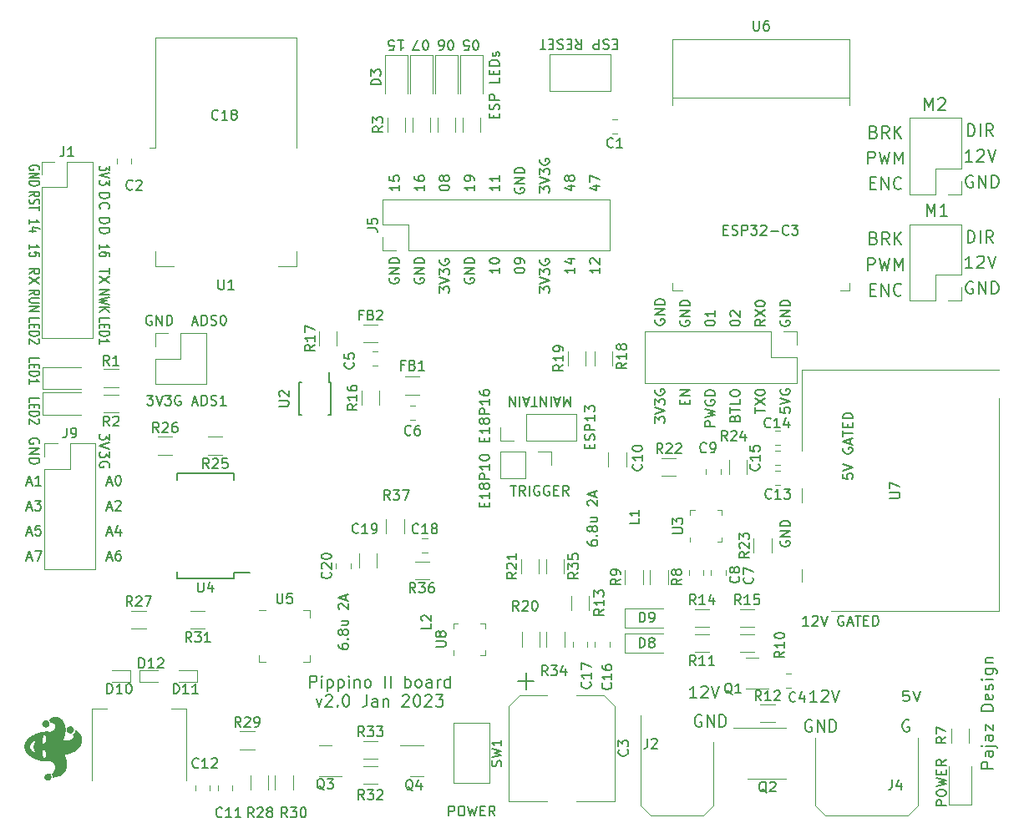
<source format=gto>
%TF.GenerationSoftware,KiCad,Pcbnew,(6.0.9-0)*%
%TF.CreationDate,2023-01-05T01:08:25+08:00*%
%TF.ProjectId,pippino_board,70697070-696e-46f5-9f62-6f6172642e6b,rev?*%
%TF.SameCoordinates,Original*%
%TF.FileFunction,Legend,Top*%
%TF.FilePolarity,Positive*%
%FSLAX46Y46*%
G04 Gerber Fmt 4.6, Leading zero omitted, Abs format (unit mm)*
G04 Created by KiCad (PCBNEW (6.0.9-0)) date 2023-01-05 01:08:25*
%MOMM*%
%LPD*%
G01*
G04 APERTURE LIST*
%ADD10C,0.000000*%
%ADD11C,0.150000*%
%ADD12C,0.200000*%
%ADD13C,0.120000*%
G04 APERTURE END LIST*
D10*
G36*
X102848505Y-149712509D02*
G01*
X102867044Y-149713919D01*
X102885314Y-149716242D01*
X102903293Y-149719454D01*
X102920956Y-149723531D01*
X102938281Y-149728453D01*
X102955245Y-149734194D01*
X102971825Y-149740733D01*
X102987998Y-149748046D01*
X103003741Y-149756111D01*
X103019032Y-149764904D01*
X103033846Y-149774402D01*
X103048162Y-149784583D01*
X103061956Y-149795424D01*
X103075205Y-149806901D01*
X103087886Y-149818992D01*
X103099977Y-149831673D01*
X103111454Y-149844922D01*
X103122295Y-149858716D01*
X103132476Y-149873032D01*
X103141974Y-149887846D01*
X103150767Y-149903136D01*
X103158832Y-149918880D01*
X103166145Y-149935053D01*
X103172684Y-149951633D01*
X103178425Y-149968597D01*
X103183347Y-149985922D01*
X103187424Y-150003585D01*
X103190636Y-150021563D01*
X103192959Y-150039834D01*
X103194369Y-150058373D01*
X103194844Y-150077159D01*
X103194369Y-150095945D01*
X103192959Y-150114484D01*
X103190636Y-150132754D01*
X103187424Y-150150733D01*
X103183347Y-150168396D01*
X103178425Y-150185721D01*
X103172684Y-150202685D01*
X103166145Y-150219265D01*
X103158832Y-150235438D01*
X103150767Y-150251181D01*
X103141974Y-150266471D01*
X103132476Y-150281286D01*
X103122295Y-150295602D01*
X103111454Y-150309395D01*
X103099977Y-150322645D01*
X103087886Y-150335326D01*
X103075205Y-150347417D01*
X103061956Y-150358894D01*
X103048162Y-150369734D01*
X103033846Y-150379916D01*
X103019032Y-150389414D01*
X103003741Y-150398207D01*
X102987998Y-150406272D01*
X102971825Y-150413585D01*
X102955245Y-150420124D01*
X102938281Y-150425865D01*
X102920956Y-150430786D01*
X102903293Y-150434864D01*
X102885315Y-150438076D01*
X102867044Y-150440398D01*
X102848505Y-150441809D01*
X102829719Y-150442284D01*
X102810933Y-150441809D01*
X102792394Y-150440398D01*
X102774123Y-150438076D01*
X102756145Y-150434864D01*
X102738482Y-150430786D01*
X102721157Y-150425865D01*
X102704193Y-150420124D01*
X102687613Y-150413585D01*
X102671440Y-150406272D01*
X102655697Y-150398207D01*
X102640406Y-150389414D01*
X102625592Y-150379916D01*
X102611276Y-150369734D01*
X102597482Y-150358894D01*
X102584233Y-150347417D01*
X102571552Y-150335326D01*
X102559461Y-150322645D01*
X102547984Y-150309395D01*
X102537143Y-150295602D01*
X102526962Y-150281286D01*
X102517464Y-150266471D01*
X102508671Y-150251181D01*
X102500606Y-150235438D01*
X102493293Y-150219265D01*
X102486754Y-150202685D01*
X102481013Y-150185721D01*
X102476092Y-150168396D01*
X102472014Y-150150733D01*
X102468802Y-150132754D01*
X102466480Y-150114484D01*
X102465069Y-150095945D01*
X102464594Y-150077159D01*
X102465069Y-150058373D01*
X102466480Y-150039834D01*
X102468802Y-150021563D01*
X102472014Y-150003585D01*
X102476092Y-149985922D01*
X102481013Y-149968597D01*
X102486754Y-149951633D01*
X102493293Y-149935053D01*
X102500606Y-149918880D01*
X102508671Y-149903137D01*
X102517464Y-149887846D01*
X102526962Y-149873032D01*
X102537143Y-149858716D01*
X102547984Y-149844922D01*
X102559461Y-149831673D01*
X102571552Y-149818992D01*
X102584233Y-149806901D01*
X102597482Y-149795424D01*
X102611276Y-149784583D01*
X102625592Y-149774402D01*
X102640406Y-149764904D01*
X102655696Y-149756111D01*
X102671440Y-149748046D01*
X102687613Y-149740733D01*
X102704193Y-149734194D01*
X102721157Y-149728453D01*
X102738482Y-149723531D01*
X102756145Y-149719454D01*
X102774123Y-149716242D01*
X102792394Y-149713919D01*
X102810933Y-149712509D01*
X102829719Y-149712034D01*
X102848505Y-149712509D01*
G37*
G36*
X103177881Y-155120063D02*
G01*
X103195465Y-155121473D01*
X103212165Y-155123796D01*
X103228000Y-155127007D01*
X103242991Y-155131085D01*
X103257161Y-155136006D01*
X103270528Y-155141748D01*
X103283116Y-155148287D01*
X103294943Y-155155600D01*
X103306032Y-155163664D01*
X103316403Y-155172457D01*
X103326077Y-155181956D01*
X103335076Y-155192137D01*
X103343419Y-155202978D01*
X103351128Y-155214455D01*
X103358224Y-155226545D01*
X103364728Y-155239227D01*
X103370661Y-155252476D01*
X103376043Y-155266270D01*
X103380896Y-155280586D01*
X103385240Y-155295400D01*
X103389097Y-155310690D01*
X103392487Y-155326434D01*
X103395431Y-155342607D01*
X103400067Y-155376151D01*
X103403170Y-155411139D01*
X103404910Y-155447388D01*
X103405452Y-155484713D01*
X103404977Y-155503499D01*
X103403567Y-155522038D01*
X103401244Y-155540309D01*
X103398033Y-155558287D01*
X103393955Y-155575950D01*
X103389033Y-155593275D01*
X103383292Y-155610239D01*
X103376753Y-155626819D01*
X103369440Y-155642992D01*
X103361375Y-155658735D01*
X103352582Y-155674026D01*
X103343084Y-155688840D01*
X103332903Y-155703156D01*
X103322062Y-155716950D01*
X103310585Y-155730199D01*
X103298494Y-155742880D01*
X103285813Y-155754971D01*
X103272564Y-155766448D01*
X103258770Y-155777289D01*
X103244454Y-155787470D01*
X103229640Y-155796968D01*
X103214350Y-155805761D01*
X103198606Y-155813826D01*
X103182433Y-155821139D01*
X103165853Y-155827678D01*
X103148889Y-155833419D01*
X103131564Y-155838341D01*
X103113901Y-155842418D01*
X103095923Y-155845630D01*
X103077653Y-155847953D01*
X103059113Y-155849363D01*
X103040328Y-155849838D01*
X103021542Y-155849363D01*
X103003002Y-155847953D01*
X102984732Y-155845630D01*
X102966754Y-155842419D01*
X102949091Y-155838341D01*
X102931766Y-155833419D01*
X102914802Y-155827678D01*
X102898221Y-155821139D01*
X102882048Y-155813826D01*
X102866305Y-155805761D01*
X102851015Y-155796968D01*
X102836200Y-155787470D01*
X102821885Y-155777289D01*
X102808091Y-155766448D01*
X102794842Y-155754971D01*
X102782160Y-155742880D01*
X102770069Y-155730199D01*
X102758592Y-155716950D01*
X102747752Y-155703156D01*
X102737571Y-155688840D01*
X102728072Y-155674026D01*
X102719279Y-155658735D01*
X102711215Y-155642992D01*
X102703901Y-155626819D01*
X102697363Y-155610239D01*
X102691621Y-155593275D01*
X102686700Y-155575950D01*
X102682622Y-155558287D01*
X102679410Y-155540309D01*
X102677088Y-155522038D01*
X102675677Y-155503499D01*
X102675202Y-155484713D01*
X102676018Y-155465927D01*
X102678419Y-155447388D01*
X102682341Y-155429117D01*
X102687716Y-155411139D01*
X102694479Y-155393476D01*
X102702563Y-155376151D01*
X102711903Y-155359187D01*
X102722430Y-155342607D01*
X102734081Y-155326434D01*
X102746787Y-155310690D01*
X102760483Y-155295400D01*
X102775103Y-155280586D01*
X102790580Y-155266270D01*
X102806849Y-155252476D01*
X102823842Y-155239227D01*
X102841493Y-155226545D01*
X102859737Y-155214455D01*
X102878506Y-155202978D01*
X102897736Y-155192137D01*
X102917358Y-155181956D01*
X102937308Y-155172457D01*
X102957519Y-155163664D01*
X102977924Y-155155600D01*
X102998457Y-155148287D01*
X103019053Y-155141748D01*
X103039644Y-155136006D01*
X103060164Y-155131085D01*
X103080548Y-155127007D01*
X103100729Y-155123796D01*
X103120640Y-155121473D01*
X103140216Y-155120063D01*
X103159390Y-155119588D01*
X103177881Y-155120063D01*
G37*
G36*
X102028558Y-151001162D02*
G01*
X102152477Y-150963588D01*
X102276830Y-150931285D01*
X102339172Y-150917108D01*
X102401624Y-150904247D01*
X102477364Y-150891040D01*
X102569890Y-150877772D01*
X102672782Y-150866228D01*
X102675997Y-150865868D01*
X102792479Y-150856754D01*
X102853609Y-150853689D01*
X102916130Y-150851857D01*
X102979641Y-150851436D01*
X103043743Y-150852603D01*
X103108033Y-150855538D01*
X103172112Y-150860419D01*
X103235579Y-150867423D01*
X103298032Y-150876730D01*
X103363136Y-150850130D01*
X103423356Y-150821367D01*
X103478763Y-150790646D01*
X103529426Y-150758172D01*
X103575411Y-150724151D01*
X103616790Y-150688788D01*
X103653631Y-150652289D01*
X103686002Y-150614858D01*
X103713972Y-150576703D01*
X103737611Y-150538027D01*
X103756988Y-150499036D01*
X103772170Y-150459937D01*
X103783228Y-150420933D01*
X103790229Y-150382231D01*
X103793243Y-150344035D01*
X103792339Y-150306553D01*
X103787586Y-150269987D01*
X103779052Y-150234546D01*
X103766807Y-150200432D01*
X103750919Y-150167853D01*
X103731457Y-150137013D01*
X103708490Y-150108118D01*
X103682087Y-150081373D01*
X103652317Y-150056984D01*
X103619249Y-150035156D01*
X103582951Y-150016095D01*
X103543493Y-150000005D01*
X103500943Y-149987093D01*
X103455371Y-149977563D01*
X103406844Y-149971622D01*
X103355433Y-149969474D01*
X103301206Y-149971325D01*
X103295688Y-149949708D01*
X103289255Y-149928708D01*
X103281910Y-149908323D01*
X103273657Y-149888552D01*
X103264498Y-149869392D01*
X103254437Y-149850840D01*
X103243477Y-149832894D01*
X103231621Y-149815552D01*
X103218872Y-149798812D01*
X103205233Y-149782670D01*
X103190707Y-149767126D01*
X103175298Y-149752176D01*
X103159008Y-149737818D01*
X103141840Y-149724051D01*
X103123799Y-149710870D01*
X103104886Y-149698275D01*
X103156528Y-149651956D01*
X103207672Y-149608682D01*
X103258313Y-149568510D01*
X103308449Y-149531497D01*
X103358077Y-149497699D01*
X103407193Y-149467173D01*
X103455794Y-149439976D01*
X103503877Y-149416164D01*
X103551440Y-149395793D01*
X103598478Y-149378920D01*
X103644990Y-149365603D01*
X103690971Y-149355896D01*
X103736419Y-149349858D01*
X103781330Y-149347544D01*
X103825702Y-149349012D01*
X103869532Y-149354317D01*
X103983143Y-149377563D01*
X104088671Y-149408240D01*
X104186320Y-149445943D01*
X104276296Y-149490273D01*
X104358807Y-149540825D01*
X104434059Y-149597199D01*
X104502257Y-149658991D01*
X104563608Y-149725800D01*
X104618318Y-149797224D01*
X104666595Y-149872860D01*
X104708643Y-149952306D01*
X104744669Y-150035159D01*
X104774879Y-150121019D01*
X104799481Y-150209481D01*
X104818679Y-150300145D01*
X104832681Y-150392608D01*
X104841692Y-150486468D01*
X104845919Y-150581323D01*
X104845569Y-150676769D01*
X104840847Y-150772406D01*
X104831959Y-150867831D01*
X104819113Y-150962642D01*
X104802514Y-151056437D01*
X104782369Y-151148812D01*
X104758883Y-151239367D01*
X104732264Y-151327699D01*
X104702717Y-151413406D01*
X104670449Y-151496085D01*
X104635666Y-151575335D01*
X104598574Y-151650753D01*
X104559380Y-151721936D01*
X104518290Y-151788484D01*
X104688376Y-151785694D01*
X104844103Y-151777552D01*
X104985583Y-151764100D01*
X105112933Y-151745382D01*
X105226264Y-151721438D01*
X105325692Y-151692313D01*
X105411330Y-151658048D01*
X105449013Y-151639002D01*
X105483291Y-151618687D01*
X105514179Y-151597109D01*
X105541691Y-151574272D01*
X105565841Y-151550183D01*
X105586643Y-151524846D01*
X105604112Y-151498267D01*
X105618261Y-151470451D01*
X105629105Y-151441404D01*
X105636659Y-151411130D01*
X105640936Y-151379636D01*
X105641950Y-151346926D01*
X105639717Y-151313005D01*
X105634250Y-151277880D01*
X105625563Y-151241556D01*
X105613671Y-151204037D01*
X105580327Y-151125438D01*
X105612675Y-151103178D01*
X105642486Y-151080265D01*
X105669813Y-151056712D01*
X105682562Y-151044701D01*
X105694710Y-151032536D01*
X105706265Y-151020219D01*
X105717232Y-151007753D01*
X105727620Y-150995138D01*
X105737434Y-150982377D01*
X105746682Y-150969472D01*
X105755369Y-150956425D01*
X105763504Y-150943237D01*
X105771092Y-150929911D01*
X105778141Y-150916449D01*
X105784657Y-150902852D01*
X105790647Y-150889122D01*
X105796118Y-150875262D01*
X105805529Y-150847158D01*
X105812946Y-150818555D01*
X105818421Y-150789467D01*
X105822010Y-150759912D01*
X105823766Y-150729904D01*
X105823744Y-150699459D01*
X105946420Y-150759413D01*
X106056733Y-150825536D01*
X106154913Y-150897331D01*
X106241193Y-150974302D01*
X106315804Y-151055951D01*
X106378976Y-151141782D01*
X106430942Y-151231297D01*
X106471932Y-151324000D01*
X106502177Y-151419393D01*
X106521910Y-151516979D01*
X106531361Y-151616263D01*
X106530761Y-151716746D01*
X106520342Y-151817931D01*
X106500336Y-151919322D01*
X106470973Y-152020423D01*
X106432484Y-152120734D01*
X106385101Y-152219761D01*
X106329056Y-152317005D01*
X106264579Y-152411971D01*
X106191902Y-152504160D01*
X106111256Y-152593076D01*
X106022873Y-152678222D01*
X105926983Y-152759102D01*
X105823818Y-152835217D01*
X105713610Y-152906071D01*
X105596589Y-152971168D01*
X105472986Y-153030009D01*
X105343034Y-153082099D01*
X105206963Y-153126940D01*
X105065005Y-153164035D01*
X104917391Y-153192888D01*
X104764352Y-153213000D01*
X104810226Y-153321036D01*
X104850704Y-153428530D01*
X104885778Y-153535306D01*
X104915439Y-153641188D01*
X104939677Y-153746002D01*
X104958483Y-153849570D01*
X104971849Y-153951717D01*
X104979764Y-154052267D01*
X104982221Y-154151044D01*
X104979208Y-154247873D01*
X104970718Y-154342578D01*
X104956741Y-154434982D01*
X104937267Y-154524909D01*
X104912288Y-154612185D01*
X104881795Y-154696633D01*
X104845778Y-154778077D01*
X104804228Y-154856341D01*
X104757135Y-154931250D01*
X104704491Y-155002628D01*
X104646287Y-155070298D01*
X104582513Y-155134085D01*
X104513160Y-155193813D01*
X104438218Y-155249307D01*
X104357679Y-155300389D01*
X104271534Y-155346885D01*
X104179773Y-155388619D01*
X104082386Y-155425415D01*
X103979366Y-155457096D01*
X103870702Y-155483487D01*
X103756385Y-155504413D01*
X103636406Y-155519697D01*
X103510757Y-155529163D01*
X103513241Y-155504859D01*
X103514557Y-155480957D01*
X103514727Y-155457449D01*
X103513774Y-155434326D01*
X103511721Y-155411582D01*
X103508589Y-155389209D01*
X103504402Y-155367198D01*
X103499181Y-155345542D01*
X103492950Y-155324234D01*
X103485730Y-155303265D01*
X103477544Y-155282627D01*
X103468415Y-155262314D01*
X103458365Y-155242317D01*
X103447417Y-155222629D01*
X103435593Y-155203241D01*
X103422915Y-155184146D01*
X103468094Y-155140081D01*
X103510170Y-155095817D01*
X103549145Y-155051392D01*
X103585024Y-155006844D01*
X103617809Y-154962209D01*
X103647504Y-154917524D01*
X103674111Y-154872828D01*
X103697635Y-154828158D01*
X103718079Y-154783550D01*
X103735445Y-154739043D01*
X103749738Y-154694672D01*
X103760959Y-154650477D01*
X103769114Y-154606493D01*
X103774205Y-154562759D01*
X103776235Y-154519311D01*
X103775208Y-154476188D01*
X103771126Y-154433425D01*
X103763994Y-154391061D01*
X103753815Y-154349133D01*
X103740591Y-154307678D01*
X103724326Y-154266733D01*
X103705024Y-154226337D01*
X103682687Y-154186525D01*
X103657319Y-154147335D01*
X103628924Y-154108806D01*
X103597504Y-154070973D01*
X103563063Y-154033874D01*
X103525604Y-153997547D01*
X103485131Y-153962029D01*
X103441646Y-153927357D01*
X103395154Y-153893568D01*
X103345657Y-153860701D01*
X103274724Y-153877323D01*
X103201360Y-153889702D01*
X103126061Y-153898154D01*
X103049323Y-153903001D01*
X102971643Y-153904561D01*
X102893517Y-153903154D01*
X102815440Y-153899099D01*
X102737909Y-153892715D01*
X102661419Y-153884323D01*
X102586468Y-153874240D01*
X102443163Y-153850283D01*
X102311963Y-153823399D01*
X102196836Y-153796142D01*
X102065179Y-153759780D01*
X101931354Y-153716159D01*
X101796849Y-153665252D01*
X101663155Y-153607031D01*
X101531762Y-153541468D01*
X101404159Y-153468534D01*
X101281837Y-153388203D01*
X101166284Y-153300445D01*
X101058992Y-153205234D01*
X101008909Y-153154825D01*
X100961449Y-153102541D01*
X100916800Y-153048380D01*
X100875146Y-152992339D01*
X100836675Y-152934413D01*
X100801573Y-152874599D01*
X100770025Y-152812893D01*
X100742218Y-152749293D01*
X100718339Y-152683795D01*
X100698573Y-152616394D01*
X100683107Y-152547089D01*
X100672127Y-152475874D01*
X100666992Y-152416340D01*
X101253662Y-152416340D01*
X101255113Y-152442521D01*
X101258063Y-152468564D01*
X101262526Y-152494447D01*
X101268517Y-152520152D01*
X101276051Y-152545656D01*
X101285143Y-152570940D01*
X101295807Y-152595982D01*
X101308059Y-152620763D01*
X101321913Y-152645262D01*
X101337384Y-152669459D01*
X101354487Y-152693332D01*
X101373236Y-152716861D01*
X101393647Y-152740026D01*
X101415735Y-152762806D01*
X101439513Y-152785181D01*
X101464998Y-152807129D01*
X101483043Y-152821567D01*
X101501460Y-152835316D01*
X101520247Y-152848383D01*
X101539404Y-152860774D01*
X101558930Y-152872495D01*
X101578824Y-152883553D01*
X101599085Y-152893953D01*
X101619713Y-152903702D01*
X101640707Y-152912807D01*
X101662066Y-152921272D01*
X101683790Y-152929106D01*
X101705876Y-152936312D01*
X101728326Y-152942899D01*
X101751138Y-152948872D01*
X101774311Y-152954237D01*
X101797844Y-152959000D01*
X101751937Y-152887481D01*
X101712397Y-152815797D01*
X101711640Y-152814160D01*
X102480577Y-152814160D01*
X102480866Y-152882205D01*
X102486848Y-152957164D01*
X102497392Y-153036001D01*
X102511369Y-153115680D01*
X102527648Y-153193165D01*
X102545098Y-153265419D01*
X102562591Y-153329406D01*
X102578995Y-153382089D01*
X102593181Y-153420434D01*
X102598353Y-153433463D01*
X102603551Y-153445763D01*
X102608775Y-153457338D01*
X102614025Y-153468191D01*
X102619304Y-153478324D01*
X102624612Y-153487741D01*
X102629949Y-153496445D01*
X102635316Y-153504439D01*
X102640714Y-153511726D01*
X102646144Y-153518309D01*
X102651607Y-153524191D01*
X102657103Y-153529376D01*
X102662633Y-153533866D01*
X102668198Y-153537665D01*
X102673798Y-153540775D01*
X102679435Y-153543200D01*
X102690911Y-153545796D01*
X102702935Y-153545341D01*
X102715390Y-153541970D01*
X102728157Y-153535819D01*
X102741118Y-153527024D01*
X102754155Y-153515721D01*
X102767150Y-153502045D01*
X102779985Y-153486133D01*
X102792542Y-153468120D01*
X102804702Y-153448143D01*
X102816348Y-153426336D01*
X102827361Y-153402837D01*
X102837624Y-153377780D01*
X102847017Y-153351302D01*
X102855424Y-153323538D01*
X102862726Y-153294624D01*
X102868804Y-153264697D01*
X102873541Y-153233891D01*
X102876819Y-153202344D01*
X102878519Y-153170189D01*
X102878523Y-153137565D01*
X102876714Y-153104606D01*
X102872973Y-153071448D01*
X102867182Y-153038226D01*
X102859223Y-153005078D01*
X102848978Y-152972139D01*
X102836328Y-152939544D01*
X102821156Y-152907429D01*
X102803343Y-152875931D01*
X102782772Y-152845185D01*
X102759324Y-152815326D01*
X102732881Y-152786492D01*
X102695508Y-152750096D01*
X102661677Y-152721121D01*
X102631247Y-152699189D01*
X102604077Y-152683919D01*
X102580025Y-152674932D01*
X102558950Y-152671849D01*
X102540711Y-152674289D01*
X102525167Y-152681874D01*
X102512176Y-152694224D01*
X102501597Y-152710958D01*
X102493289Y-152731699D01*
X102487111Y-152756066D01*
X102482920Y-152783679D01*
X102480577Y-152814160D01*
X101711640Y-152814160D01*
X101679152Y-152743941D01*
X101652133Y-152671911D01*
X101631268Y-152599701D01*
X101616488Y-152527306D01*
X101607721Y-152454722D01*
X101604897Y-152381944D01*
X101607945Y-152308968D01*
X101616796Y-152235789D01*
X101631377Y-152162402D01*
X101651620Y-152088802D01*
X101677453Y-152014986D01*
X101708806Y-151940948D01*
X101745609Y-151866683D01*
X101752209Y-151855026D01*
X102489002Y-151855026D01*
X102491307Y-151923030D01*
X102494805Y-151953396D01*
X102500037Y-151980825D01*
X102507127Y-152004933D01*
X102516204Y-152025334D01*
X102527392Y-152041645D01*
X102540819Y-152053480D01*
X102556611Y-152060455D01*
X102558950Y-152060677D01*
X102574894Y-152062185D01*
X102595795Y-152058286D01*
X102619440Y-152048373D01*
X102645956Y-152032060D01*
X102675470Y-152008964D01*
X102708107Y-151978700D01*
X102743994Y-151940884D01*
X102769276Y-151911114D01*
X102791529Y-151880430D01*
X102810875Y-151848964D01*
X102827437Y-151816848D01*
X102841339Y-151784212D01*
X102852704Y-151751188D01*
X102861655Y-151717908D01*
X102868315Y-151684502D01*
X102872808Y-151651103D01*
X102875257Y-151617841D01*
X102875786Y-151584849D01*
X102874516Y-151552256D01*
X102871573Y-151520196D01*
X102867078Y-151488798D01*
X102861155Y-151458195D01*
X102853928Y-151428518D01*
X102845520Y-151399898D01*
X102836053Y-151372467D01*
X102825652Y-151346356D01*
X102814439Y-151321697D01*
X102802538Y-151298620D01*
X102790072Y-151277258D01*
X102777164Y-151257741D01*
X102763937Y-151240201D01*
X102750515Y-151224769D01*
X102737021Y-151211578D01*
X102723578Y-151200757D01*
X102710309Y-151192439D01*
X102697338Y-151186755D01*
X102684788Y-151183837D01*
X102672782Y-151183815D01*
X102661444Y-151186821D01*
X102656012Y-151189532D01*
X102650629Y-151192906D01*
X102645296Y-151196947D01*
X102640013Y-151201663D01*
X102634779Y-151207057D01*
X102629595Y-151213136D01*
X102624460Y-151219905D01*
X102619375Y-151227369D01*
X102614340Y-151235533D01*
X102609354Y-151244404D01*
X102604418Y-151253987D01*
X102599532Y-151264286D01*
X102594695Y-151275308D01*
X102589907Y-151287058D01*
X102585170Y-151299541D01*
X102580481Y-151312763D01*
X102567801Y-151351652D01*
X102553454Y-151404952D01*
X102538450Y-151469583D01*
X102523803Y-151542471D01*
X102510523Y-151620536D01*
X102499621Y-151700702D01*
X102492111Y-151779891D01*
X102489002Y-151855026D01*
X101752209Y-151855026D01*
X101787790Y-151792188D01*
X101759737Y-151797353D01*
X101732512Y-151803350D01*
X101706084Y-151810215D01*
X101680427Y-151817985D01*
X101655511Y-151826697D01*
X101631307Y-151836390D01*
X101607786Y-151847099D01*
X101584921Y-151858863D01*
X101562682Y-151871718D01*
X101541040Y-151885702D01*
X101519968Y-151900851D01*
X101499435Y-151917204D01*
X101479415Y-151934796D01*
X101459877Y-151953666D01*
X101440794Y-151973851D01*
X101422136Y-151995388D01*
X101401628Y-152020989D01*
X101382381Y-152046781D01*
X101364411Y-152072742D01*
X101347731Y-152098852D01*
X101332357Y-152125092D01*
X101318304Y-152151439D01*
X101305586Y-152177874D01*
X101294218Y-152204376D01*
X101284215Y-152230924D01*
X101275592Y-152257498D01*
X101268364Y-152284078D01*
X101262545Y-152310643D01*
X101258151Y-152337172D01*
X101255196Y-152363645D01*
X101253695Y-152390041D01*
X101253662Y-152416340D01*
X100666992Y-152416340D01*
X100665819Y-152402747D01*
X100664370Y-152327705D01*
X100668512Y-152248003D01*
X100678707Y-152170213D01*
X100694879Y-152094309D01*
X100716956Y-152020267D01*
X100744861Y-151948065D01*
X100778521Y-151877677D01*
X100817861Y-151809079D01*
X100862807Y-151742248D01*
X100913285Y-151677160D01*
X100969219Y-151613790D01*
X101030536Y-151552114D01*
X101097162Y-151492109D01*
X101169021Y-151433751D01*
X101246039Y-151377015D01*
X101328143Y-151321877D01*
X101415257Y-151268313D01*
X101537099Y-151204291D01*
X101659343Y-151145571D01*
X101781998Y-151092147D01*
X101787790Y-151089882D01*
X101905067Y-151044013D01*
X102028558Y-151001162D01*
G37*
G36*
X105344584Y-150318934D02*
G01*
X105363123Y-150320344D01*
X105381394Y-150322667D01*
X105399372Y-150325879D01*
X105417035Y-150329956D01*
X105434360Y-150334878D01*
X105451324Y-150340619D01*
X105467904Y-150347158D01*
X105484077Y-150354471D01*
X105499820Y-150362536D01*
X105515111Y-150371329D01*
X105529925Y-150380827D01*
X105544241Y-150391008D01*
X105558035Y-150401849D01*
X105571284Y-150413326D01*
X105583965Y-150425417D01*
X105596056Y-150438098D01*
X105607533Y-150451347D01*
X105618374Y-150465141D01*
X105628555Y-150479457D01*
X105638053Y-150494271D01*
X105646846Y-150509561D01*
X105654911Y-150525305D01*
X105662224Y-150541478D01*
X105668763Y-150558058D01*
X105674504Y-150575022D01*
X105679425Y-150592347D01*
X105683503Y-150610010D01*
X105686715Y-150627988D01*
X105689037Y-150646259D01*
X105690448Y-150664798D01*
X105690923Y-150683584D01*
X105690448Y-150702370D01*
X105689037Y-150720909D01*
X105686715Y-150739179D01*
X105683503Y-150757158D01*
X105679425Y-150774821D01*
X105674504Y-150792146D01*
X105668763Y-150809110D01*
X105662224Y-150825690D01*
X105654911Y-150841863D01*
X105646846Y-150857606D01*
X105638053Y-150872896D01*
X105628555Y-150887711D01*
X105618374Y-150902027D01*
X105607533Y-150915820D01*
X105596056Y-150929070D01*
X105583965Y-150941751D01*
X105571284Y-150953842D01*
X105558035Y-150965319D01*
X105544241Y-150976160D01*
X105529925Y-150986341D01*
X105515111Y-150995839D01*
X105499820Y-151004632D01*
X105484077Y-151012697D01*
X105467904Y-151020010D01*
X105451324Y-151026549D01*
X105434360Y-151032290D01*
X105417035Y-151037211D01*
X105399372Y-151041289D01*
X105381394Y-151044501D01*
X105363123Y-151046823D01*
X105344584Y-151048234D01*
X105325798Y-151048709D01*
X105307012Y-151048234D01*
X105288473Y-151046823D01*
X105270203Y-151044501D01*
X105252224Y-151041289D01*
X105234561Y-151037211D01*
X105217236Y-151032290D01*
X105200272Y-151026549D01*
X105183692Y-151020010D01*
X105167519Y-151012697D01*
X105151776Y-151004632D01*
X105136486Y-150995839D01*
X105121671Y-150986341D01*
X105107355Y-150976160D01*
X105093562Y-150965319D01*
X105080312Y-150953842D01*
X105067631Y-150941751D01*
X105055540Y-150929070D01*
X105044063Y-150915820D01*
X105033222Y-150902027D01*
X105023041Y-150887711D01*
X105013543Y-150872896D01*
X105004750Y-150857606D01*
X104996685Y-150841863D01*
X104989372Y-150825690D01*
X104982833Y-150809110D01*
X104977092Y-150792146D01*
X104972171Y-150774821D01*
X104968093Y-150757158D01*
X104964881Y-150739179D01*
X104962559Y-150720909D01*
X104961148Y-150702370D01*
X104960673Y-150683584D01*
X104961148Y-150664798D01*
X104962559Y-150646259D01*
X104964881Y-150627988D01*
X104968093Y-150610010D01*
X104972171Y-150592347D01*
X104977092Y-150575022D01*
X104982833Y-150558058D01*
X104989372Y-150541478D01*
X104996685Y-150525305D01*
X105004750Y-150509562D01*
X105013543Y-150494271D01*
X105023041Y-150479457D01*
X105033222Y-150465141D01*
X105044063Y-150451347D01*
X105055540Y-150438098D01*
X105067631Y-150425417D01*
X105080312Y-150413326D01*
X105093562Y-150401849D01*
X105107355Y-150391008D01*
X105121671Y-150380827D01*
X105136486Y-150371329D01*
X105151776Y-150362536D01*
X105167519Y-150354471D01*
X105183692Y-150347158D01*
X105200272Y-150340619D01*
X105217236Y-150334878D01*
X105234561Y-150329956D01*
X105252224Y-150325879D01*
X105270203Y-150322667D01*
X105288473Y-150320344D01*
X105307012Y-150318934D01*
X105325798Y-150318459D01*
X105344584Y-150318934D01*
G37*
D11*
X177330000Y-131531904D02*
X177282380Y-131627142D01*
X177282380Y-131770000D01*
X177330000Y-131912857D01*
X177425238Y-132008095D01*
X177520476Y-132055714D01*
X177710952Y-132103333D01*
X177853809Y-132103333D01*
X178044285Y-132055714D01*
X178139523Y-132008095D01*
X178234761Y-131912857D01*
X178282380Y-131770000D01*
X178282380Y-131674761D01*
X178234761Y-131531904D01*
X178187142Y-131484285D01*
X177853809Y-131484285D01*
X177853809Y-131674761D01*
X178282380Y-131055714D02*
X177282380Y-131055714D01*
X178282380Y-130484285D01*
X177282380Y-130484285D01*
X178282380Y-130008095D02*
X177282380Y-130008095D01*
X177282380Y-129770000D01*
X177330000Y-129627142D01*
X177425238Y-129531904D01*
X177520476Y-129484285D01*
X177710952Y-129436666D01*
X177853809Y-129436666D01*
X178044285Y-129484285D01*
X178139523Y-129531904D01*
X178234761Y-129627142D01*
X178282380Y-129770000D01*
X178282380Y-130008095D01*
X150406000Y-95717904D02*
X150358380Y-95813142D01*
X150358380Y-95956000D01*
X150406000Y-96098857D01*
X150501238Y-96194095D01*
X150596476Y-96241714D01*
X150786952Y-96289333D01*
X150929809Y-96289333D01*
X151120285Y-96241714D01*
X151215523Y-96194095D01*
X151310761Y-96098857D01*
X151358380Y-95956000D01*
X151358380Y-95860761D01*
X151310761Y-95717904D01*
X151263142Y-95670285D01*
X150929809Y-95670285D01*
X150929809Y-95860761D01*
X151358380Y-95241714D02*
X150358380Y-95241714D01*
X151358380Y-94670285D01*
X150358380Y-94670285D01*
X151358380Y-94194095D02*
X150358380Y-94194095D01*
X150358380Y-93956000D01*
X150406000Y-93813142D01*
X150501238Y-93717904D01*
X150596476Y-93670285D01*
X150786952Y-93622666D01*
X150929809Y-93622666D01*
X151120285Y-93670285D01*
X151215523Y-93717904D01*
X151310761Y-93813142D01*
X151358380Y-93956000D01*
X151358380Y-94194095D01*
X196797619Y-94475000D02*
X196678571Y-94415476D01*
X196500000Y-94415476D01*
X196321428Y-94475000D01*
X196202380Y-94594047D01*
X196142857Y-94713095D01*
X196083333Y-94951190D01*
X196083333Y-95129761D01*
X196142857Y-95367857D01*
X196202380Y-95486904D01*
X196321428Y-95605952D01*
X196500000Y-95665476D01*
X196619047Y-95665476D01*
X196797619Y-95605952D01*
X196857142Y-95546428D01*
X196857142Y-95129761D01*
X196619047Y-95129761D01*
X197392857Y-95665476D02*
X197392857Y-94415476D01*
X198107142Y-95665476D01*
X198107142Y-94415476D01*
X198702380Y-95665476D02*
X198702380Y-94415476D01*
X199000000Y-94415476D01*
X199178571Y-94475000D01*
X199297619Y-94594047D01*
X199357142Y-94713095D01*
X199416666Y-94951190D01*
X199416666Y-95129761D01*
X199357142Y-95367857D01*
X199297619Y-95486904D01*
X199178571Y-95605952D01*
X199000000Y-95665476D01*
X198702380Y-95665476D01*
X101177619Y-96549904D02*
X101653809Y-96283238D01*
X101177619Y-96092761D02*
X102177619Y-96092761D01*
X102177619Y-96397523D01*
X102130000Y-96473714D01*
X102082380Y-96511809D01*
X101987142Y-96549904D01*
X101844285Y-96549904D01*
X101749047Y-96511809D01*
X101701428Y-96473714D01*
X101653809Y-96397523D01*
X101653809Y-96092761D01*
X101225238Y-96854666D02*
X101177619Y-96968952D01*
X101177619Y-97159428D01*
X101225238Y-97235619D01*
X101272857Y-97273714D01*
X101368095Y-97311809D01*
X101463333Y-97311809D01*
X101558571Y-97273714D01*
X101606190Y-97235619D01*
X101653809Y-97159428D01*
X101701428Y-97007047D01*
X101749047Y-96930857D01*
X101796666Y-96892761D01*
X101891904Y-96854666D01*
X101987142Y-96854666D01*
X102082380Y-96892761D01*
X102130000Y-96930857D01*
X102177619Y-97007047D01*
X102177619Y-97197523D01*
X102130000Y-97311809D01*
X102177619Y-97540380D02*
X102177619Y-97997523D01*
X101177619Y-97768952D02*
X102177619Y-97768952D01*
X157946571Y-122142857D02*
X157946571Y-121809523D01*
X158470380Y-121666666D02*
X158470380Y-122142857D01*
X157470380Y-122142857D01*
X157470380Y-121666666D01*
X158422761Y-121285714D02*
X158470380Y-121142857D01*
X158470380Y-120904761D01*
X158422761Y-120809523D01*
X158375142Y-120761904D01*
X158279904Y-120714285D01*
X158184666Y-120714285D01*
X158089428Y-120761904D01*
X158041809Y-120809523D01*
X157994190Y-120904761D01*
X157946571Y-121095238D01*
X157898952Y-121190476D01*
X157851333Y-121238095D01*
X157756095Y-121285714D01*
X157660857Y-121285714D01*
X157565619Y-121238095D01*
X157518000Y-121190476D01*
X157470380Y-121095238D01*
X157470380Y-120857142D01*
X157518000Y-120714285D01*
X158470380Y-120285714D02*
X157470380Y-120285714D01*
X157470380Y-119904761D01*
X157518000Y-119809523D01*
X157565619Y-119761904D01*
X157660857Y-119714285D01*
X157803714Y-119714285D01*
X157898952Y-119761904D01*
X157946571Y-119809523D01*
X157994190Y-119904761D01*
X157994190Y-120285714D01*
X158470380Y-118761904D02*
X158470380Y-119333333D01*
X158470380Y-119047619D02*
X157470380Y-119047619D01*
X157613238Y-119142857D01*
X157708476Y-119238095D01*
X157756095Y-119333333D01*
X157470380Y-118428571D02*
X157470380Y-117809523D01*
X157851333Y-118142857D01*
X157851333Y-118000000D01*
X157898952Y-117904761D01*
X157946571Y-117857142D01*
X158041809Y-117809523D01*
X158279904Y-117809523D01*
X158375142Y-117857142D01*
X158422761Y-117904761D01*
X158470380Y-118000000D01*
X158470380Y-118285714D01*
X158422761Y-118380952D01*
X158375142Y-118428571D01*
X108289619Y-96226095D02*
X109289619Y-96226095D01*
X109289619Y-96464190D01*
X109242000Y-96607047D01*
X109146761Y-96702285D01*
X109051523Y-96749904D01*
X108861047Y-96797523D01*
X108718190Y-96797523D01*
X108527714Y-96749904D01*
X108432476Y-96702285D01*
X108337238Y-96607047D01*
X108289619Y-96464190D01*
X108289619Y-96226095D01*
X108384857Y-97797523D02*
X108337238Y-97749904D01*
X108289619Y-97607047D01*
X108289619Y-97511809D01*
X108337238Y-97368952D01*
X108432476Y-97273714D01*
X108527714Y-97226095D01*
X108718190Y-97178476D01*
X108861047Y-97178476D01*
X109051523Y-97226095D01*
X109146761Y-97273714D01*
X109242000Y-97368952D01*
X109289619Y-97511809D01*
X109289619Y-97607047D01*
X109242000Y-97749904D01*
X109194380Y-97797523D01*
X148818380Y-95400476D02*
X148818380Y-95971904D01*
X148818380Y-95686190D02*
X147818380Y-95686190D01*
X147961238Y-95781428D01*
X148056476Y-95876666D01*
X148104095Y-95971904D01*
X148818380Y-94448095D02*
X148818380Y-95019523D01*
X148818380Y-94733809D02*
X147818380Y-94733809D01*
X147961238Y-94829047D01*
X148056476Y-94924285D01*
X148104095Y-95019523D01*
X117719523Y-109346666D02*
X118195714Y-109346666D01*
X117624285Y-109632380D02*
X117957619Y-108632380D01*
X118290952Y-109632380D01*
X118624285Y-109632380D02*
X118624285Y-108632380D01*
X118862380Y-108632380D01*
X119005238Y-108680000D01*
X119100476Y-108775238D01*
X119148095Y-108870476D01*
X119195714Y-109060952D01*
X119195714Y-109203809D01*
X119148095Y-109394285D01*
X119100476Y-109489523D01*
X119005238Y-109584761D01*
X118862380Y-109632380D01*
X118624285Y-109632380D01*
X119576666Y-109584761D02*
X119719523Y-109632380D01*
X119957619Y-109632380D01*
X120052857Y-109584761D01*
X120100476Y-109537142D01*
X120148095Y-109441904D01*
X120148095Y-109346666D01*
X120100476Y-109251428D01*
X120052857Y-109203809D01*
X119957619Y-109156190D01*
X119767142Y-109108571D01*
X119671904Y-109060952D01*
X119624285Y-109013333D01*
X119576666Y-108918095D01*
X119576666Y-108822857D01*
X119624285Y-108727619D01*
X119671904Y-108680000D01*
X119767142Y-108632380D01*
X120005238Y-108632380D01*
X120148095Y-108680000D01*
X120767142Y-108632380D02*
X120862380Y-108632380D01*
X120957619Y-108680000D01*
X121005238Y-108727619D01*
X121052857Y-108822857D01*
X121100476Y-109013333D01*
X121100476Y-109251428D01*
X121052857Y-109441904D01*
X121005238Y-109537142D01*
X120957619Y-109584761D01*
X120862380Y-109632380D01*
X120767142Y-109632380D01*
X120671904Y-109584761D01*
X120624285Y-109537142D01*
X120576666Y-109441904D01*
X120529047Y-109251428D01*
X120529047Y-109013333D01*
X120576666Y-108822857D01*
X120624285Y-108727619D01*
X120671904Y-108680000D01*
X120767142Y-108632380D01*
X192138095Y-98569476D02*
X192138095Y-97319476D01*
X192554761Y-98212333D01*
X192971428Y-97319476D01*
X192971428Y-98569476D01*
X194221428Y-98569476D02*
X193507142Y-98569476D01*
X193864285Y-98569476D02*
X193864285Y-97319476D01*
X193745238Y-97498047D01*
X193626190Y-97617095D01*
X193507142Y-97676619D01*
X186789285Y-100810714D02*
X186967857Y-100870238D01*
X187027380Y-100929761D01*
X187086904Y-101048809D01*
X187086904Y-101227380D01*
X187027380Y-101346428D01*
X186967857Y-101405952D01*
X186848809Y-101465476D01*
X186372619Y-101465476D01*
X186372619Y-100215476D01*
X186789285Y-100215476D01*
X186908333Y-100275000D01*
X186967857Y-100334523D01*
X187027380Y-100453571D01*
X187027380Y-100572619D01*
X186967857Y-100691666D01*
X186908333Y-100751190D01*
X186789285Y-100810714D01*
X186372619Y-100810714D01*
X188336904Y-101465476D02*
X187920238Y-100870238D01*
X187622619Y-101465476D02*
X187622619Y-100215476D01*
X188098809Y-100215476D01*
X188217857Y-100275000D01*
X188277380Y-100334523D01*
X188336904Y-100453571D01*
X188336904Y-100632142D01*
X188277380Y-100751190D01*
X188217857Y-100810714D01*
X188098809Y-100870238D01*
X187622619Y-100870238D01*
X188872619Y-101465476D02*
X188872619Y-100215476D01*
X189586904Y-101465476D02*
X189051190Y-100751190D01*
X189586904Y-100215476D02*
X188872619Y-100929761D01*
X149961809Y-125904380D02*
X150533238Y-125904380D01*
X150247523Y-126904380D02*
X150247523Y-125904380D01*
X151438000Y-126904380D02*
X151104666Y-126428190D01*
X150866571Y-126904380D02*
X150866571Y-125904380D01*
X151247523Y-125904380D01*
X151342761Y-125952000D01*
X151390380Y-125999619D01*
X151438000Y-126094857D01*
X151438000Y-126237714D01*
X151390380Y-126332952D01*
X151342761Y-126380571D01*
X151247523Y-126428190D01*
X150866571Y-126428190D01*
X151866571Y-126904380D02*
X151866571Y-125904380D01*
X152866571Y-125952000D02*
X152771333Y-125904380D01*
X152628476Y-125904380D01*
X152485619Y-125952000D01*
X152390380Y-126047238D01*
X152342761Y-126142476D01*
X152295142Y-126332952D01*
X152295142Y-126475809D01*
X152342761Y-126666285D01*
X152390380Y-126761523D01*
X152485619Y-126856761D01*
X152628476Y-126904380D01*
X152723714Y-126904380D01*
X152866571Y-126856761D01*
X152914190Y-126809142D01*
X152914190Y-126475809D01*
X152723714Y-126475809D01*
X153866571Y-125952000D02*
X153771333Y-125904380D01*
X153628476Y-125904380D01*
X153485619Y-125952000D01*
X153390380Y-126047238D01*
X153342761Y-126142476D01*
X153295142Y-126332952D01*
X153295142Y-126475809D01*
X153342761Y-126666285D01*
X153390380Y-126761523D01*
X153485619Y-126856761D01*
X153628476Y-126904380D01*
X153723714Y-126904380D01*
X153866571Y-126856761D01*
X153914190Y-126809142D01*
X153914190Y-126475809D01*
X153723714Y-126475809D01*
X154342761Y-126380571D02*
X154676095Y-126380571D01*
X154818952Y-126904380D02*
X154342761Y-126904380D01*
X154342761Y-125904380D01*
X154818952Y-125904380D01*
X155818952Y-126904380D02*
X155485619Y-126428190D01*
X155247523Y-126904380D02*
X155247523Y-125904380D01*
X155628476Y-125904380D01*
X155723714Y-125952000D01*
X155771333Y-125999619D01*
X155818952Y-126094857D01*
X155818952Y-126237714D01*
X155771333Y-126332952D01*
X155723714Y-126380571D01*
X155628476Y-126428190D01*
X155247523Y-126428190D01*
X101177619Y-99375619D02*
X101177619Y-98918476D01*
X101177619Y-99147047D02*
X102177619Y-99147047D01*
X102034761Y-99070857D01*
X101939523Y-98994666D01*
X101891904Y-98918476D01*
X101844285Y-100061333D02*
X101177619Y-100061333D01*
X102225238Y-99870857D02*
X101510952Y-99680380D01*
X101510952Y-100175619D01*
X164630000Y-109052904D02*
X164582380Y-109148142D01*
X164582380Y-109291000D01*
X164630000Y-109433857D01*
X164725238Y-109529095D01*
X164820476Y-109576714D01*
X165010952Y-109624333D01*
X165153809Y-109624333D01*
X165344285Y-109576714D01*
X165439523Y-109529095D01*
X165534761Y-109433857D01*
X165582380Y-109291000D01*
X165582380Y-109195761D01*
X165534761Y-109052904D01*
X165487142Y-109005285D01*
X165153809Y-109005285D01*
X165153809Y-109195761D01*
X165582380Y-108576714D02*
X164582380Y-108576714D01*
X165582380Y-108005285D01*
X164582380Y-108005285D01*
X165582380Y-107529095D02*
X164582380Y-107529095D01*
X164582380Y-107291000D01*
X164630000Y-107148142D01*
X164725238Y-107052904D01*
X164820476Y-107005285D01*
X165010952Y-106957666D01*
X165153809Y-106957666D01*
X165344285Y-107005285D01*
X165439523Y-107052904D01*
X165534761Y-107148142D01*
X165582380Y-107291000D01*
X165582380Y-107529095D01*
X158978380Y-103782476D02*
X158978380Y-104353904D01*
X158978380Y-104068190D02*
X157978380Y-104068190D01*
X158121238Y-104163428D01*
X158216476Y-104258666D01*
X158264095Y-104353904D01*
X158073619Y-103401523D02*
X158026000Y-103353904D01*
X157978380Y-103258666D01*
X157978380Y-103020571D01*
X158026000Y-102925333D01*
X158073619Y-102877714D01*
X158168857Y-102830095D01*
X158264095Y-102830095D01*
X158406952Y-102877714D01*
X158978380Y-103449142D01*
X158978380Y-102830095D01*
X148264571Y-88626533D02*
X148264571Y-88293200D01*
X148788380Y-88150342D02*
X148788380Y-88626533D01*
X147788380Y-88626533D01*
X147788380Y-88150342D01*
X148740761Y-87769390D02*
X148788380Y-87626533D01*
X148788380Y-87388438D01*
X148740761Y-87293200D01*
X148693142Y-87245580D01*
X148597904Y-87197961D01*
X148502666Y-87197961D01*
X148407428Y-87245580D01*
X148359809Y-87293200D01*
X148312190Y-87388438D01*
X148264571Y-87578914D01*
X148216952Y-87674152D01*
X148169333Y-87721771D01*
X148074095Y-87769390D01*
X147978857Y-87769390D01*
X147883619Y-87721771D01*
X147836000Y-87674152D01*
X147788380Y-87578914D01*
X147788380Y-87340819D01*
X147836000Y-87197961D01*
X148788380Y-86769390D02*
X147788380Y-86769390D01*
X147788380Y-86388438D01*
X147836000Y-86293200D01*
X147883619Y-86245580D01*
X147978857Y-86197961D01*
X148121714Y-86197961D01*
X148216952Y-86245580D01*
X148264571Y-86293200D01*
X148312190Y-86388438D01*
X148312190Y-86769390D01*
X148788380Y-84531295D02*
X148788380Y-85007485D01*
X147788380Y-85007485D01*
X148264571Y-84197961D02*
X148264571Y-83864628D01*
X148788380Y-83721771D02*
X148788380Y-84197961D01*
X147788380Y-84197961D01*
X147788380Y-83721771D01*
X148788380Y-83293200D02*
X147788380Y-83293200D01*
X147788380Y-83055104D01*
X147836000Y-82912247D01*
X147931238Y-82817009D01*
X148026476Y-82769390D01*
X148216952Y-82721771D01*
X148359809Y-82721771D01*
X148550285Y-82769390D01*
X148645523Y-82817009D01*
X148740761Y-82912247D01*
X148788380Y-83055104D01*
X148788380Y-83293200D01*
X148740761Y-82340819D02*
X148788380Y-82245580D01*
X148788380Y-82055104D01*
X148740761Y-81959866D01*
X148645523Y-81912247D01*
X148597904Y-81912247D01*
X148502666Y-81959866D01*
X148455047Y-82055104D01*
X148455047Y-82197961D01*
X148407428Y-82293200D01*
X148312190Y-82340819D01*
X148264571Y-82340819D01*
X148169333Y-82293200D01*
X148121714Y-82197961D01*
X148121714Y-82055104D01*
X148169333Y-81959866D01*
X180156095Y-140112380D02*
X179584666Y-140112380D01*
X179870380Y-140112380D02*
X179870380Y-139112380D01*
X179775142Y-139255238D01*
X179679904Y-139350476D01*
X179584666Y-139398095D01*
X180537047Y-139207619D02*
X180584666Y-139160000D01*
X180679904Y-139112380D01*
X180918000Y-139112380D01*
X181013238Y-139160000D01*
X181060857Y-139207619D01*
X181108476Y-139302857D01*
X181108476Y-139398095D01*
X181060857Y-139540952D01*
X180489428Y-140112380D01*
X181108476Y-140112380D01*
X181394190Y-139112380D02*
X181727523Y-140112380D01*
X182060857Y-139112380D01*
X183679904Y-139160000D02*
X183584666Y-139112380D01*
X183441809Y-139112380D01*
X183298952Y-139160000D01*
X183203714Y-139255238D01*
X183156095Y-139350476D01*
X183108476Y-139540952D01*
X183108476Y-139683809D01*
X183156095Y-139874285D01*
X183203714Y-139969523D01*
X183298952Y-140064761D01*
X183441809Y-140112380D01*
X183537047Y-140112380D01*
X183679904Y-140064761D01*
X183727523Y-140017142D01*
X183727523Y-139683809D01*
X183537047Y-139683809D01*
X184108476Y-139826666D02*
X184584666Y-139826666D01*
X184013238Y-140112380D02*
X184346571Y-139112380D01*
X184679904Y-140112380D01*
X184870380Y-139112380D02*
X185441809Y-139112380D01*
X185156095Y-140112380D02*
X185156095Y-139112380D01*
X185775142Y-139588571D02*
X186108476Y-139588571D01*
X186251333Y-140112380D02*
X185775142Y-140112380D01*
X185775142Y-139112380D01*
X186251333Y-139112380D01*
X186679904Y-140112380D02*
X186679904Y-139112380D01*
X186918000Y-139112380D01*
X187060857Y-139160000D01*
X187156095Y-139255238D01*
X187203714Y-139350476D01*
X187251333Y-139540952D01*
X187251333Y-139683809D01*
X187203714Y-139874285D01*
X187156095Y-139969523D01*
X187060857Y-140064761D01*
X186918000Y-140112380D01*
X186679904Y-140112380D01*
X109043714Y-128142666D02*
X109519904Y-128142666D01*
X108948476Y-128428380D02*
X109281809Y-127428380D01*
X109615142Y-128428380D01*
X109900857Y-127523619D02*
X109948476Y-127476000D01*
X110043714Y-127428380D01*
X110281809Y-127428380D01*
X110377047Y-127476000D01*
X110424666Y-127523619D01*
X110472285Y-127618857D01*
X110472285Y-127714095D01*
X110424666Y-127856952D01*
X109853238Y-128428380D01*
X110472285Y-128428380D01*
X183632380Y-124713333D02*
X183632380Y-125189523D01*
X184108571Y-125237142D01*
X184060952Y-125189523D01*
X184013333Y-125094285D01*
X184013333Y-124856190D01*
X184060952Y-124760952D01*
X184108571Y-124713333D01*
X184203809Y-124665714D01*
X184441904Y-124665714D01*
X184537142Y-124713333D01*
X184584761Y-124760952D01*
X184632380Y-124856190D01*
X184632380Y-125094285D01*
X184584761Y-125189523D01*
X184537142Y-125237142D01*
X183632380Y-124380000D02*
X184632380Y-124046666D01*
X183632380Y-123713333D01*
X183680000Y-122094285D02*
X183632380Y-122189523D01*
X183632380Y-122332380D01*
X183680000Y-122475238D01*
X183775238Y-122570476D01*
X183870476Y-122618095D01*
X184060952Y-122665714D01*
X184203809Y-122665714D01*
X184394285Y-122618095D01*
X184489523Y-122570476D01*
X184584761Y-122475238D01*
X184632380Y-122332380D01*
X184632380Y-122237142D01*
X184584761Y-122094285D01*
X184537142Y-122046666D01*
X184203809Y-122046666D01*
X184203809Y-122237142D01*
X184346666Y-121665714D02*
X184346666Y-121189523D01*
X184632380Y-121760952D02*
X183632380Y-121427619D01*
X184632380Y-121094285D01*
X183632380Y-120903809D02*
X183632380Y-120332380D01*
X184632380Y-120618095D02*
X183632380Y-120618095D01*
X184108571Y-119999047D02*
X184108571Y-119665714D01*
X184632380Y-119522857D02*
X184632380Y-119999047D01*
X183632380Y-119999047D01*
X183632380Y-119522857D01*
X184632380Y-119094285D02*
X183632380Y-119094285D01*
X183632380Y-118856190D01*
X183680000Y-118713333D01*
X183775238Y-118618095D01*
X183870476Y-118570476D01*
X184060952Y-118522857D01*
X184203809Y-118522857D01*
X184394285Y-118570476D01*
X184489523Y-118618095D01*
X184584761Y-118713333D01*
X184632380Y-118856190D01*
X184632380Y-119094285D01*
X160754533Y-81148228D02*
X160421200Y-81148228D01*
X160278342Y-80624419D02*
X160754533Y-80624419D01*
X160754533Y-81624419D01*
X160278342Y-81624419D01*
X159897390Y-80672038D02*
X159754533Y-80624419D01*
X159516438Y-80624419D01*
X159421200Y-80672038D01*
X159373580Y-80719657D01*
X159325961Y-80814895D01*
X159325961Y-80910133D01*
X159373580Y-81005371D01*
X159421200Y-81052990D01*
X159516438Y-81100609D01*
X159706914Y-81148228D01*
X159802152Y-81195847D01*
X159849771Y-81243466D01*
X159897390Y-81338704D01*
X159897390Y-81433942D01*
X159849771Y-81529180D01*
X159802152Y-81576800D01*
X159706914Y-81624419D01*
X159468819Y-81624419D01*
X159325961Y-81576800D01*
X158897390Y-80624419D02*
X158897390Y-81624419D01*
X158516438Y-81624419D01*
X158421200Y-81576800D01*
X158373580Y-81529180D01*
X158325961Y-81433942D01*
X158325961Y-81291085D01*
X158373580Y-81195847D01*
X158421200Y-81148228D01*
X158516438Y-81100609D01*
X158897390Y-81100609D01*
X156564057Y-80624419D02*
X156897390Y-81100609D01*
X157135485Y-80624419D02*
X157135485Y-81624419D01*
X156754533Y-81624419D01*
X156659295Y-81576800D01*
X156611676Y-81529180D01*
X156564057Y-81433942D01*
X156564057Y-81291085D01*
X156611676Y-81195847D01*
X156659295Y-81148228D01*
X156754533Y-81100609D01*
X157135485Y-81100609D01*
X156135485Y-81148228D02*
X155802152Y-81148228D01*
X155659295Y-80624419D02*
X156135485Y-80624419D01*
X156135485Y-81624419D01*
X155659295Y-81624419D01*
X155278342Y-80672038D02*
X155135485Y-80624419D01*
X154897390Y-80624419D01*
X154802152Y-80672038D01*
X154754533Y-80719657D01*
X154706914Y-80814895D01*
X154706914Y-80910133D01*
X154754533Y-81005371D01*
X154802152Y-81052990D01*
X154897390Y-81100609D01*
X155087866Y-81148228D01*
X155183104Y-81195847D01*
X155230723Y-81243466D01*
X155278342Y-81338704D01*
X155278342Y-81433942D01*
X155230723Y-81529180D01*
X155183104Y-81576800D01*
X155087866Y-81624419D01*
X154849771Y-81624419D01*
X154706914Y-81576800D01*
X154278342Y-81148228D02*
X153945009Y-81148228D01*
X153802152Y-80624419D02*
X154278342Y-80624419D01*
X154278342Y-81624419D01*
X153802152Y-81624419D01*
X153516438Y-81624419D02*
X152945009Y-81624419D01*
X153230723Y-80624419D02*
X153230723Y-81624419D01*
X171551904Y-99964571D02*
X171885238Y-99964571D01*
X172028095Y-100488380D02*
X171551904Y-100488380D01*
X171551904Y-99488380D01*
X172028095Y-99488380D01*
X172409047Y-100440761D02*
X172551904Y-100488380D01*
X172790000Y-100488380D01*
X172885238Y-100440761D01*
X172932857Y-100393142D01*
X172980476Y-100297904D01*
X172980476Y-100202666D01*
X172932857Y-100107428D01*
X172885238Y-100059809D01*
X172790000Y-100012190D01*
X172599523Y-99964571D01*
X172504285Y-99916952D01*
X172456666Y-99869333D01*
X172409047Y-99774095D01*
X172409047Y-99678857D01*
X172456666Y-99583619D01*
X172504285Y-99536000D01*
X172599523Y-99488380D01*
X172837619Y-99488380D01*
X172980476Y-99536000D01*
X173409047Y-100488380D02*
X173409047Y-99488380D01*
X173790000Y-99488380D01*
X173885238Y-99536000D01*
X173932857Y-99583619D01*
X173980476Y-99678857D01*
X173980476Y-99821714D01*
X173932857Y-99916952D01*
X173885238Y-99964571D01*
X173790000Y-100012190D01*
X173409047Y-100012190D01*
X174313809Y-99488380D02*
X174932857Y-99488380D01*
X174599523Y-99869333D01*
X174742380Y-99869333D01*
X174837619Y-99916952D01*
X174885238Y-99964571D01*
X174932857Y-100059809D01*
X174932857Y-100297904D01*
X174885238Y-100393142D01*
X174837619Y-100440761D01*
X174742380Y-100488380D01*
X174456666Y-100488380D01*
X174361428Y-100440761D01*
X174313809Y-100393142D01*
X175313809Y-99583619D02*
X175361428Y-99536000D01*
X175456666Y-99488380D01*
X175694761Y-99488380D01*
X175790000Y-99536000D01*
X175837619Y-99583619D01*
X175885238Y-99678857D01*
X175885238Y-99774095D01*
X175837619Y-99916952D01*
X175266190Y-100488380D01*
X175885238Y-100488380D01*
X176313809Y-100107428D02*
X177075714Y-100107428D01*
X178123333Y-100393142D02*
X178075714Y-100440761D01*
X177932857Y-100488380D01*
X177837619Y-100488380D01*
X177694761Y-100440761D01*
X177599523Y-100345523D01*
X177551904Y-100250285D01*
X177504285Y-100059809D01*
X177504285Y-99916952D01*
X177551904Y-99726476D01*
X177599523Y-99631238D01*
X177694761Y-99536000D01*
X177837619Y-99488380D01*
X177932857Y-99488380D01*
X178075714Y-99536000D01*
X178123333Y-99583619D01*
X178456666Y-99488380D02*
X179075714Y-99488380D01*
X178742380Y-99869333D01*
X178885238Y-99869333D01*
X178980476Y-99916952D01*
X179028095Y-99964571D01*
X179075714Y-100059809D01*
X179075714Y-100297904D01*
X179028095Y-100393142D01*
X178980476Y-100440761D01*
X178885238Y-100488380D01*
X178599523Y-100488380D01*
X178504285Y-100440761D01*
X178456666Y-100393142D01*
X109289619Y-120649904D02*
X109289619Y-121268952D01*
X108908666Y-120935619D01*
X108908666Y-121078476D01*
X108861047Y-121173714D01*
X108813428Y-121221333D01*
X108718190Y-121268952D01*
X108480095Y-121268952D01*
X108384857Y-121221333D01*
X108337238Y-121173714D01*
X108289619Y-121078476D01*
X108289619Y-120792761D01*
X108337238Y-120697523D01*
X108384857Y-120649904D01*
X109289619Y-121554666D02*
X108289619Y-121888000D01*
X109289619Y-122221333D01*
X109289619Y-122459428D02*
X109289619Y-123078476D01*
X108908666Y-122745142D01*
X108908666Y-122888000D01*
X108861047Y-122983238D01*
X108813428Y-123030857D01*
X108718190Y-123078476D01*
X108480095Y-123078476D01*
X108384857Y-123030857D01*
X108337238Y-122983238D01*
X108289619Y-122888000D01*
X108289619Y-122602285D01*
X108337238Y-122507047D01*
X108384857Y-122459428D01*
X109242000Y-124030857D02*
X109289619Y-123935619D01*
X109289619Y-123792761D01*
X109242000Y-123649904D01*
X109146761Y-123554666D01*
X109051523Y-123507047D01*
X108861047Y-123459428D01*
X108718190Y-123459428D01*
X108527714Y-123507047D01*
X108432476Y-123554666D01*
X108337238Y-123649904D01*
X108289619Y-123792761D01*
X108289619Y-123888000D01*
X108337238Y-124030857D01*
X108384857Y-124078476D01*
X108718190Y-124078476D01*
X108718190Y-123888000D01*
X100915714Y-133222666D02*
X101391904Y-133222666D01*
X100820476Y-133508380D02*
X101153809Y-132508380D01*
X101487142Y-133508380D01*
X101725238Y-132508380D02*
X102391904Y-132508380D01*
X101963333Y-133508380D01*
X181007142Y-147842857D02*
X180321428Y-147842857D01*
X180664285Y-147842857D02*
X180664285Y-146642857D01*
X180550000Y-146814285D01*
X180435714Y-146928571D01*
X180321428Y-146985714D01*
X181464285Y-146757142D02*
X181521428Y-146700000D01*
X181635714Y-146642857D01*
X181921428Y-146642857D01*
X182035714Y-146700000D01*
X182092857Y-146757142D01*
X182150000Y-146871428D01*
X182150000Y-146985714D01*
X182092857Y-147157142D01*
X181407142Y-147842857D01*
X182150000Y-147842857D01*
X182492857Y-146642857D02*
X182892857Y-147842857D01*
X183292857Y-146642857D01*
X147278571Y-121451047D02*
X147278571Y-121117714D01*
X147802380Y-120974857D02*
X147802380Y-121451047D01*
X146802380Y-121451047D01*
X146802380Y-120974857D01*
X147802380Y-120022476D02*
X147802380Y-120593904D01*
X147802380Y-120308190D02*
X146802380Y-120308190D01*
X146945238Y-120403428D01*
X147040476Y-120498666D01*
X147088095Y-120593904D01*
X147230952Y-119451047D02*
X147183333Y-119546285D01*
X147135714Y-119593904D01*
X147040476Y-119641523D01*
X146992857Y-119641523D01*
X146897619Y-119593904D01*
X146850000Y-119546285D01*
X146802380Y-119451047D01*
X146802380Y-119260571D01*
X146850000Y-119165333D01*
X146897619Y-119117714D01*
X146992857Y-119070095D01*
X147040476Y-119070095D01*
X147135714Y-119117714D01*
X147183333Y-119165333D01*
X147230952Y-119260571D01*
X147230952Y-119451047D01*
X147278571Y-119546285D01*
X147326190Y-119593904D01*
X147421428Y-119641523D01*
X147611904Y-119641523D01*
X147707142Y-119593904D01*
X147754761Y-119546285D01*
X147802380Y-119451047D01*
X147802380Y-119260571D01*
X147754761Y-119165333D01*
X147707142Y-119117714D01*
X147611904Y-119070095D01*
X147421428Y-119070095D01*
X147326190Y-119117714D01*
X147278571Y-119165333D01*
X147230952Y-119260571D01*
X147802380Y-118641523D02*
X146802380Y-118641523D01*
X146802380Y-118260571D01*
X146850000Y-118165333D01*
X146897619Y-118117714D01*
X146992857Y-118070095D01*
X147135714Y-118070095D01*
X147230952Y-118117714D01*
X147278571Y-118165333D01*
X147326190Y-118260571D01*
X147326190Y-118641523D01*
X147802380Y-117117714D02*
X147802380Y-117689142D01*
X147802380Y-117403428D02*
X146802380Y-117403428D01*
X146945238Y-117498666D01*
X147040476Y-117593904D01*
X147088095Y-117689142D01*
X146802380Y-116260571D02*
X146802380Y-116451047D01*
X146850000Y-116546285D01*
X146897619Y-116593904D01*
X147040476Y-116689142D01*
X147230952Y-116736761D01*
X147611904Y-116736761D01*
X147707142Y-116689142D01*
X147754761Y-116641523D01*
X147802380Y-116546285D01*
X147802380Y-116355809D01*
X147754761Y-116260571D01*
X147707142Y-116212952D01*
X147611904Y-116165333D01*
X147373809Y-116165333D01*
X147278571Y-116212952D01*
X147230952Y-116260571D01*
X147183333Y-116355809D01*
X147183333Y-116546285D01*
X147230952Y-116641523D01*
X147278571Y-116689142D01*
X147373809Y-116736761D01*
X168807142Y-147442857D02*
X168121428Y-147442857D01*
X168464285Y-147442857D02*
X168464285Y-146242857D01*
X168350000Y-146414285D01*
X168235714Y-146528571D01*
X168121428Y-146585714D01*
X169264285Y-146357142D02*
X169321428Y-146300000D01*
X169435714Y-146242857D01*
X169721428Y-146242857D01*
X169835714Y-146300000D01*
X169892857Y-146357142D01*
X169950000Y-146471428D01*
X169950000Y-146585714D01*
X169892857Y-146757142D01*
X169207142Y-147442857D01*
X169950000Y-147442857D01*
X170292857Y-146242857D02*
X170692857Y-147442857D01*
X171092857Y-146242857D01*
X152898380Y-106346095D02*
X152898380Y-105727047D01*
X153279333Y-106060380D01*
X153279333Y-105917523D01*
X153326952Y-105822285D01*
X153374571Y-105774666D01*
X153469809Y-105727047D01*
X153707904Y-105727047D01*
X153803142Y-105774666D01*
X153850761Y-105822285D01*
X153898380Y-105917523D01*
X153898380Y-106203238D01*
X153850761Y-106298476D01*
X153803142Y-106346095D01*
X152898380Y-105441333D02*
X153898380Y-105108000D01*
X152898380Y-104774666D01*
X152898380Y-104536571D02*
X152898380Y-103917523D01*
X153279333Y-104250857D01*
X153279333Y-104108000D01*
X153326952Y-104012761D01*
X153374571Y-103965142D01*
X153469809Y-103917523D01*
X153707904Y-103917523D01*
X153803142Y-103965142D01*
X153850761Y-104012761D01*
X153898380Y-104108000D01*
X153898380Y-104393714D01*
X153850761Y-104488952D01*
X153803142Y-104536571D01*
X152946000Y-102965142D02*
X152898380Y-103060380D01*
X152898380Y-103203238D01*
X152946000Y-103346095D01*
X153041238Y-103441333D01*
X153136476Y-103488952D01*
X153326952Y-103536571D01*
X153469809Y-103536571D01*
X153660285Y-103488952D01*
X153755523Y-103441333D01*
X153850761Y-103346095D01*
X153898380Y-103203238D01*
X153898380Y-103108000D01*
X153850761Y-102965142D01*
X153803142Y-102917523D01*
X153469809Y-102917523D01*
X153469809Y-103108000D01*
X109043714Y-130682666D02*
X109519904Y-130682666D01*
X108948476Y-130968380D02*
X109281809Y-129968380D01*
X109615142Y-130968380D01*
X110377047Y-130301714D02*
X110377047Y-130968380D01*
X110138952Y-129920761D02*
X109900857Y-130635047D01*
X110519904Y-130635047D01*
X100915714Y-128142666D02*
X101391904Y-128142666D01*
X100820476Y-128428380D02*
X101153809Y-127428380D01*
X101487142Y-128428380D01*
X101725238Y-127428380D02*
X102344285Y-127428380D01*
X102010952Y-127809333D01*
X102153809Y-127809333D01*
X102249047Y-127856952D01*
X102296666Y-127904571D01*
X102344285Y-127999809D01*
X102344285Y-128237904D01*
X102296666Y-128333142D01*
X102249047Y-128380761D01*
X102153809Y-128428380D01*
X101868095Y-128428380D01*
X101772857Y-128380761D01*
X101725238Y-128333142D01*
X164582380Y-119554095D02*
X164582380Y-118935047D01*
X164963333Y-119268380D01*
X164963333Y-119125523D01*
X165010952Y-119030285D01*
X165058571Y-118982666D01*
X165153809Y-118935047D01*
X165391904Y-118935047D01*
X165487142Y-118982666D01*
X165534761Y-119030285D01*
X165582380Y-119125523D01*
X165582380Y-119411238D01*
X165534761Y-119506476D01*
X165487142Y-119554095D01*
X164582380Y-118649333D02*
X165582380Y-118316000D01*
X164582380Y-117982666D01*
X164582380Y-117744571D02*
X164582380Y-117125523D01*
X164963333Y-117458857D01*
X164963333Y-117316000D01*
X165010952Y-117220761D01*
X165058571Y-117173142D01*
X165153809Y-117125523D01*
X165391904Y-117125523D01*
X165487142Y-117173142D01*
X165534761Y-117220761D01*
X165582380Y-117316000D01*
X165582380Y-117601714D01*
X165534761Y-117696952D01*
X165487142Y-117744571D01*
X164630000Y-116173142D02*
X164582380Y-116268380D01*
X164582380Y-116411238D01*
X164630000Y-116554095D01*
X164725238Y-116649333D01*
X164820476Y-116696952D01*
X165010952Y-116744571D01*
X165153809Y-116744571D01*
X165344285Y-116696952D01*
X165439523Y-116649333D01*
X165534761Y-116554095D01*
X165582380Y-116411238D01*
X165582380Y-116316000D01*
X165534761Y-116173142D01*
X165487142Y-116125523D01*
X165153809Y-116125523D01*
X165153809Y-116316000D01*
X172202380Y-109449809D02*
X172202380Y-109354571D01*
X172250000Y-109259333D01*
X172297619Y-109211714D01*
X172392857Y-109164095D01*
X172583333Y-109116476D01*
X172821428Y-109116476D01*
X173011904Y-109164095D01*
X173107142Y-109211714D01*
X173154761Y-109259333D01*
X173202380Y-109354571D01*
X173202380Y-109449809D01*
X173154761Y-109545047D01*
X173107142Y-109592666D01*
X173011904Y-109640285D01*
X172821428Y-109687904D01*
X172583333Y-109687904D01*
X172392857Y-109640285D01*
X172297619Y-109592666D01*
X172250000Y-109545047D01*
X172202380Y-109449809D01*
X172297619Y-108735523D02*
X172250000Y-108687904D01*
X172202380Y-108592666D01*
X172202380Y-108354571D01*
X172250000Y-108259333D01*
X172297619Y-108211714D01*
X172392857Y-108164095D01*
X172488095Y-108164095D01*
X172630952Y-108211714D01*
X173202380Y-108783142D01*
X173202380Y-108164095D01*
X113099904Y-116760380D02*
X113718952Y-116760380D01*
X113385619Y-117141333D01*
X113528476Y-117141333D01*
X113623714Y-117188952D01*
X113671333Y-117236571D01*
X113718952Y-117331809D01*
X113718952Y-117569904D01*
X113671333Y-117665142D01*
X113623714Y-117712761D01*
X113528476Y-117760380D01*
X113242761Y-117760380D01*
X113147523Y-117712761D01*
X113099904Y-117665142D01*
X114004666Y-116760380D02*
X114338000Y-117760380D01*
X114671333Y-116760380D01*
X114909428Y-116760380D02*
X115528476Y-116760380D01*
X115195142Y-117141333D01*
X115338000Y-117141333D01*
X115433238Y-117188952D01*
X115480857Y-117236571D01*
X115528476Y-117331809D01*
X115528476Y-117569904D01*
X115480857Y-117665142D01*
X115433238Y-117712761D01*
X115338000Y-117760380D01*
X115052285Y-117760380D01*
X114957047Y-117712761D01*
X114909428Y-117665142D01*
X116480857Y-116808000D02*
X116385619Y-116760380D01*
X116242761Y-116760380D01*
X116099904Y-116808000D01*
X116004666Y-116903238D01*
X115957047Y-116998476D01*
X115909428Y-117188952D01*
X115909428Y-117331809D01*
X115957047Y-117522285D01*
X116004666Y-117617523D01*
X116099904Y-117712761D01*
X116242761Y-117760380D01*
X116338000Y-117760380D01*
X116480857Y-117712761D01*
X116528476Y-117665142D01*
X116528476Y-117331809D01*
X116338000Y-117331809D01*
X194101980Y-158367123D02*
X193101980Y-158367123D01*
X193101980Y-157986171D01*
X193149600Y-157890933D01*
X193197219Y-157843314D01*
X193292457Y-157795695D01*
X193435314Y-157795695D01*
X193530552Y-157843314D01*
X193578171Y-157890933D01*
X193625790Y-157986171D01*
X193625790Y-158367123D01*
X193101980Y-157176647D02*
X193101980Y-156986171D01*
X193149600Y-156890933D01*
X193244838Y-156795695D01*
X193435314Y-156748076D01*
X193768647Y-156748076D01*
X193959123Y-156795695D01*
X194054361Y-156890933D01*
X194101980Y-156986171D01*
X194101980Y-157176647D01*
X194054361Y-157271885D01*
X193959123Y-157367123D01*
X193768647Y-157414742D01*
X193435314Y-157414742D01*
X193244838Y-157367123D01*
X193149600Y-157271885D01*
X193101980Y-157176647D01*
X193101980Y-156414742D02*
X194101980Y-156176647D01*
X193387695Y-155986171D01*
X194101980Y-155795695D01*
X193101980Y-155557600D01*
X193578171Y-155176647D02*
X193578171Y-154843314D01*
X194101980Y-154700457D02*
X194101980Y-155176647D01*
X193101980Y-155176647D01*
X193101980Y-154700457D01*
X194101980Y-153700457D02*
X193625790Y-154033790D01*
X194101980Y-154271885D02*
X193101980Y-154271885D01*
X193101980Y-153890933D01*
X193149600Y-153795695D01*
X193197219Y-153748076D01*
X193292457Y-153700457D01*
X193435314Y-153700457D01*
X193530552Y-153748076D01*
X193578171Y-153795695D01*
X193625790Y-153890933D01*
X193625790Y-154271885D01*
X190321428Y-146752380D02*
X189750000Y-146752380D01*
X189692857Y-147228571D01*
X189750000Y-147180952D01*
X189864285Y-147133333D01*
X190150000Y-147133333D01*
X190264285Y-147180952D01*
X190321428Y-147228571D01*
X190378571Y-147323809D01*
X190378571Y-147561904D01*
X190321428Y-147657142D01*
X190264285Y-147704761D01*
X190150000Y-147752380D01*
X189864285Y-147752380D01*
X189750000Y-147704761D01*
X189692857Y-147657142D01*
X190721428Y-146752380D02*
X191121428Y-147752380D01*
X191521428Y-146752380D01*
X101177619Y-109300761D02*
X101177619Y-108919809D01*
X102177619Y-108919809D01*
X101701428Y-109567428D02*
X101701428Y-109834095D01*
X101177619Y-109948380D02*
X101177619Y-109567428D01*
X102177619Y-109567428D01*
X102177619Y-109948380D01*
X101177619Y-110291238D02*
X102177619Y-110291238D01*
X102177619Y-110481714D01*
X102130000Y-110596000D01*
X102034761Y-110672190D01*
X101939523Y-110710285D01*
X101749047Y-110748380D01*
X101606190Y-110748380D01*
X101415714Y-110710285D01*
X101320476Y-110672190D01*
X101225238Y-110596000D01*
X101177619Y-110481714D01*
X101177619Y-110291238D01*
X102082380Y-111053142D02*
X102130000Y-111091238D01*
X102177619Y-111167428D01*
X102177619Y-111357904D01*
X102130000Y-111434095D01*
X102082380Y-111472190D01*
X101987142Y-111510285D01*
X101891904Y-111510285D01*
X101749047Y-111472190D01*
X101177619Y-111015047D01*
X101177619Y-111510285D01*
X109289619Y-93457523D02*
X109289619Y-93952761D01*
X108908666Y-93686095D01*
X108908666Y-93800380D01*
X108861047Y-93876571D01*
X108813428Y-93914666D01*
X108718190Y-93952761D01*
X108480095Y-93952761D01*
X108384857Y-93914666D01*
X108337238Y-93876571D01*
X108289619Y-93800380D01*
X108289619Y-93571809D01*
X108337238Y-93495619D01*
X108384857Y-93457523D01*
X109289619Y-94181333D02*
X108289619Y-94448000D01*
X109289619Y-94714666D01*
X109289619Y-94905142D02*
X109289619Y-95400380D01*
X108908666Y-95133714D01*
X108908666Y-95248000D01*
X108861047Y-95324190D01*
X108813428Y-95362285D01*
X108718190Y-95400380D01*
X108480095Y-95400380D01*
X108384857Y-95362285D01*
X108337238Y-95324190D01*
X108289619Y-95248000D01*
X108289619Y-95019428D01*
X108337238Y-94943238D01*
X108384857Y-94905142D01*
X108289619Y-101915619D02*
X108289619Y-101458476D01*
X108289619Y-101687047D02*
X109289619Y-101687047D01*
X109146761Y-101610857D01*
X109051523Y-101534666D01*
X109003904Y-101458476D01*
X109289619Y-102601333D02*
X109289619Y-102448952D01*
X109242000Y-102372761D01*
X109194380Y-102334666D01*
X109051523Y-102258476D01*
X108861047Y-102220380D01*
X108480095Y-102220380D01*
X108384857Y-102258476D01*
X108337238Y-102296571D01*
X108289619Y-102372761D01*
X108289619Y-102525142D01*
X108337238Y-102601333D01*
X108384857Y-102639428D01*
X108480095Y-102677523D01*
X108718190Y-102677523D01*
X108813428Y-102639428D01*
X108861047Y-102601333D01*
X108908666Y-102525142D01*
X108908666Y-102372761D01*
X108861047Y-102296571D01*
X108813428Y-102258476D01*
X108718190Y-102220380D01*
X101177619Y-101915619D02*
X101177619Y-101458476D01*
X101177619Y-101687047D02*
X102177619Y-101687047D01*
X102034761Y-101610857D01*
X101939523Y-101534666D01*
X101891904Y-101458476D01*
X102177619Y-102639428D02*
X102177619Y-102258476D01*
X101701428Y-102220380D01*
X101749047Y-102258476D01*
X101796666Y-102334666D01*
X101796666Y-102525142D01*
X101749047Y-102601333D01*
X101701428Y-102639428D01*
X101606190Y-102677523D01*
X101368095Y-102677523D01*
X101272857Y-102639428D01*
X101225238Y-102601333D01*
X101177619Y-102525142D01*
X101177619Y-102334666D01*
X101225238Y-102258476D01*
X101272857Y-102220380D01*
D12*
X198866057Y-154596400D02*
X197666057Y-154596400D01*
X197666057Y-154139257D01*
X197723200Y-154024971D01*
X197780342Y-153967828D01*
X197894628Y-153910685D01*
X198066057Y-153910685D01*
X198180342Y-153967828D01*
X198237485Y-154024971D01*
X198294628Y-154139257D01*
X198294628Y-154596400D01*
X198866057Y-152882114D02*
X198237485Y-152882114D01*
X198123200Y-152939257D01*
X198066057Y-153053542D01*
X198066057Y-153282114D01*
X198123200Y-153396400D01*
X198808914Y-152882114D02*
X198866057Y-152996400D01*
X198866057Y-153282114D01*
X198808914Y-153396400D01*
X198694628Y-153453542D01*
X198580342Y-153453542D01*
X198466057Y-153396400D01*
X198408914Y-153282114D01*
X198408914Y-152996400D01*
X198351771Y-152882114D01*
X198066057Y-152310685D02*
X199094628Y-152310685D01*
X199208914Y-152367828D01*
X199266057Y-152482114D01*
X199266057Y-152539257D01*
X197666057Y-152310685D02*
X197723200Y-152367828D01*
X197780342Y-152310685D01*
X197723200Y-152253542D01*
X197666057Y-152310685D01*
X197780342Y-152310685D01*
X198866057Y-151224971D02*
X198237485Y-151224971D01*
X198123200Y-151282114D01*
X198066057Y-151396400D01*
X198066057Y-151624971D01*
X198123200Y-151739257D01*
X198808914Y-151224971D02*
X198866057Y-151339257D01*
X198866057Y-151624971D01*
X198808914Y-151739257D01*
X198694628Y-151796400D01*
X198580342Y-151796400D01*
X198466057Y-151739257D01*
X198408914Y-151624971D01*
X198408914Y-151339257D01*
X198351771Y-151224971D01*
X198066057Y-150767828D02*
X198066057Y-150139257D01*
X198866057Y-150767828D01*
X198866057Y-150139257D01*
X198866057Y-148767828D02*
X197666057Y-148767828D01*
X197666057Y-148482114D01*
X197723200Y-148310685D01*
X197837485Y-148196400D01*
X197951771Y-148139257D01*
X198180342Y-148082114D01*
X198351771Y-148082114D01*
X198580342Y-148139257D01*
X198694628Y-148196400D01*
X198808914Y-148310685D01*
X198866057Y-148482114D01*
X198866057Y-148767828D01*
X198808914Y-147110685D02*
X198866057Y-147224971D01*
X198866057Y-147453542D01*
X198808914Y-147567828D01*
X198694628Y-147624971D01*
X198237485Y-147624971D01*
X198123200Y-147567828D01*
X198066057Y-147453542D01*
X198066057Y-147224971D01*
X198123200Y-147110685D01*
X198237485Y-147053542D01*
X198351771Y-147053542D01*
X198466057Y-147624971D01*
X198808914Y-146596400D02*
X198866057Y-146482114D01*
X198866057Y-146253542D01*
X198808914Y-146139257D01*
X198694628Y-146082114D01*
X198637485Y-146082114D01*
X198523200Y-146139257D01*
X198466057Y-146253542D01*
X198466057Y-146424971D01*
X198408914Y-146539257D01*
X198294628Y-146596400D01*
X198237485Y-146596400D01*
X198123200Y-146539257D01*
X198066057Y-146424971D01*
X198066057Y-146253542D01*
X198123200Y-146139257D01*
X198866057Y-145567828D02*
X198066057Y-145567828D01*
X197666057Y-145567828D02*
X197723200Y-145624971D01*
X197780342Y-145567828D01*
X197723200Y-145510685D01*
X197666057Y-145567828D01*
X197780342Y-145567828D01*
X198066057Y-144482114D02*
X199037485Y-144482114D01*
X199151771Y-144539257D01*
X199208914Y-144596400D01*
X199266057Y-144710685D01*
X199266057Y-144882114D01*
X199208914Y-144996400D01*
X198808914Y-144482114D02*
X198866057Y-144596400D01*
X198866057Y-144824971D01*
X198808914Y-144939257D01*
X198751771Y-144996400D01*
X198637485Y-145053542D01*
X198294628Y-145053542D01*
X198180342Y-144996400D01*
X198123200Y-144939257D01*
X198066057Y-144824971D01*
X198066057Y-144596400D01*
X198123200Y-144482114D01*
X198066057Y-143910685D02*
X198866057Y-143910685D01*
X198180342Y-143910685D02*
X198123200Y-143853542D01*
X198066057Y-143739257D01*
X198066057Y-143567828D01*
X198123200Y-143453542D01*
X198237485Y-143396400D01*
X198866057Y-143396400D01*
D11*
X190336285Y-149728000D02*
X190222000Y-149670857D01*
X190050571Y-149670857D01*
X189879142Y-149728000D01*
X189764857Y-149842285D01*
X189707714Y-149956571D01*
X189650571Y-150185142D01*
X189650571Y-150356571D01*
X189707714Y-150585142D01*
X189764857Y-150699428D01*
X189879142Y-150813714D01*
X190050571Y-150870857D01*
X190164857Y-150870857D01*
X190336285Y-150813714D01*
X190393428Y-150756571D01*
X190393428Y-150356571D01*
X190164857Y-150356571D01*
X143932209Y-81726019D02*
X143836971Y-81726019D01*
X143741733Y-81678400D01*
X143694114Y-81630780D01*
X143646495Y-81535542D01*
X143598876Y-81345066D01*
X143598876Y-81106971D01*
X143646495Y-80916495D01*
X143694114Y-80821257D01*
X143741733Y-80773638D01*
X143836971Y-80726019D01*
X143932209Y-80726019D01*
X144027447Y-80773638D01*
X144075066Y-80821257D01*
X144122685Y-80916495D01*
X144170304Y-81106971D01*
X144170304Y-81345066D01*
X144122685Y-81535542D01*
X144075066Y-81630780D01*
X144027447Y-81678400D01*
X143932209Y-81726019D01*
X142741733Y-81726019D02*
X142932209Y-81726019D01*
X143027447Y-81678400D01*
X143075066Y-81630780D01*
X143170304Y-81487923D01*
X143217923Y-81297447D01*
X143217923Y-80916495D01*
X143170304Y-80821257D01*
X143122685Y-80773638D01*
X143027447Y-80726019D01*
X142836971Y-80726019D01*
X142741733Y-80773638D01*
X142694114Y-80821257D01*
X142646495Y-80916495D01*
X142646495Y-81154590D01*
X142694114Y-81249828D01*
X142741733Y-81297447D01*
X142836971Y-81345066D01*
X143027447Y-81345066D01*
X143122685Y-81297447D01*
X143170304Y-81249828D01*
X143217923Y-81154590D01*
X145326000Y-104861904D02*
X145278380Y-104957142D01*
X145278380Y-105100000D01*
X145326000Y-105242857D01*
X145421238Y-105338095D01*
X145516476Y-105385714D01*
X145706952Y-105433333D01*
X145849809Y-105433333D01*
X146040285Y-105385714D01*
X146135523Y-105338095D01*
X146230761Y-105242857D01*
X146278380Y-105100000D01*
X146278380Y-105004761D01*
X146230761Y-104861904D01*
X146183142Y-104814285D01*
X145849809Y-104814285D01*
X145849809Y-105004761D01*
X146278380Y-104385714D02*
X145278380Y-104385714D01*
X146278380Y-103814285D01*
X145278380Y-103814285D01*
X146278380Y-103338095D02*
X145278380Y-103338095D01*
X145278380Y-103100000D01*
X145326000Y-102957142D01*
X145421238Y-102861904D01*
X145516476Y-102814285D01*
X145706952Y-102766666D01*
X145849809Y-102766666D01*
X146040285Y-102814285D01*
X146135523Y-102861904D01*
X146230761Y-102957142D01*
X146278380Y-103100000D01*
X146278380Y-103338095D01*
X167598571Y-117665095D02*
X167598571Y-117331761D01*
X168122380Y-117188904D02*
X168122380Y-117665095D01*
X167122380Y-117665095D01*
X167122380Y-117188904D01*
X168122380Y-116760333D02*
X167122380Y-116760333D01*
X168122380Y-116188904D01*
X167122380Y-116188904D01*
X146278380Y-95400476D02*
X146278380Y-95971904D01*
X146278380Y-95686190D02*
X145278380Y-95686190D01*
X145421238Y-95781428D01*
X145516476Y-95876666D01*
X145564095Y-95971904D01*
X146278380Y-94924285D02*
X146278380Y-94733809D01*
X146230761Y-94638571D01*
X146183142Y-94590952D01*
X146040285Y-94495714D01*
X145849809Y-94448095D01*
X145468857Y-94448095D01*
X145373619Y-94495714D01*
X145326000Y-94543333D01*
X145278380Y-94638571D01*
X145278380Y-94829047D01*
X145326000Y-94924285D01*
X145373619Y-94971904D01*
X145468857Y-95019523D01*
X145706952Y-95019523D01*
X145802190Y-94971904D01*
X145849809Y-94924285D01*
X145897428Y-94829047D01*
X145897428Y-94638571D01*
X145849809Y-94543333D01*
X145802190Y-94495714D01*
X145706952Y-94448095D01*
X100915714Y-125602666D02*
X101391904Y-125602666D01*
X100820476Y-125888380D02*
X101153809Y-124888380D01*
X101487142Y-125888380D01*
X102344285Y-125888380D02*
X101772857Y-125888380D01*
X102058571Y-125888380D02*
X102058571Y-124888380D01*
X101963333Y-125031238D01*
X101868095Y-125126476D01*
X101772857Y-125174095D01*
X142738380Y-106346095D02*
X142738380Y-105727047D01*
X143119333Y-106060380D01*
X143119333Y-105917523D01*
X143166952Y-105822285D01*
X143214571Y-105774666D01*
X143309809Y-105727047D01*
X143547904Y-105727047D01*
X143643142Y-105774666D01*
X143690761Y-105822285D01*
X143738380Y-105917523D01*
X143738380Y-106203238D01*
X143690761Y-106298476D01*
X143643142Y-106346095D01*
X142738380Y-105441333D02*
X143738380Y-105108000D01*
X142738380Y-104774666D01*
X142738380Y-104536571D02*
X142738380Y-103917523D01*
X143119333Y-104250857D01*
X143119333Y-104108000D01*
X143166952Y-104012761D01*
X143214571Y-103965142D01*
X143309809Y-103917523D01*
X143547904Y-103917523D01*
X143643142Y-103965142D01*
X143690761Y-104012761D01*
X143738380Y-104108000D01*
X143738380Y-104393714D01*
X143690761Y-104488952D01*
X143643142Y-104536571D01*
X142786000Y-102965142D02*
X142738380Y-103060380D01*
X142738380Y-103203238D01*
X142786000Y-103346095D01*
X142881238Y-103441333D01*
X142976476Y-103488952D01*
X143166952Y-103536571D01*
X143309809Y-103536571D01*
X143500285Y-103488952D01*
X143595523Y-103441333D01*
X143690761Y-103346095D01*
X143738380Y-103203238D01*
X143738380Y-103108000D01*
X143690761Y-102965142D01*
X143643142Y-102917523D01*
X143309809Y-102917523D01*
X143309809Y-103108000D01*
X196300000Y-101265476D02*
X196300000Y-100015476D01*
X196597619Y-100015476D01*
X196776190Y-100075000D01*
X196895238Y-100194047D01*
X196954761Y-100313095D01*
X197014285Y-100551190D01*
X197014285Y-100729761D01*
X196954761Y-100967857D01*
X196895238Y-101086904D01*
X196776190Y-101205952D01*
X196597619Y-101265476D01*
X196300000Y-101265476D01*
X197550000Y-101265476D02*
X197550000Y-100015476D01*
X198859523Y-101265476D02*
X198442857Y-100670238D01*
X198145238Y-101265476D02*
X198145238Y-100015476D01*
X198621428Y-100015476D01*
X198740476Y-100075000D01*
X198800000Y-100134523D01*
X198859523Y-100253571D01*
X198859523Y-100432142D01*
X198800000Y-100551190D01*
X198740476Y-100610714D01*
X198621428Y-100670238D01*
X198145238Y-100670238D01*
X109043714Y-125602666D02*
X109519904Y-125602666D01*
X108948476Y-125888380D02*
X109281809Y-124888380D01*
X109615142Y-125888380D01*
X110138952Y-124888380D02*
X110234190Y-124888380D01*
X110329428Y-124936000D01*
X110377047Y-124983619D01*
X110424666Y-125078857D01*
X110472285Y-125269333D01*
X110472285Y-125507428D01*
X110424666Y-125697904D01*
X110377047Y-125793142D01*
X110329428Y-125840761D01*
X110234190Y-125888380D01*
X110138952Y-125888380D01*
X110043714Y-125840761D01*
X109996095Y-125793142D01*
X109948476Y-125697904D01*
X109900857Y-125507428D01*
X109900857Y-125269333D01*
X109948476Y-125078857D01*
X109996095Y-124983619D01*
X110043714Y-124936000D01*
X110138952Y-124888380D01*
X140246000Y-104861904D02*
X140198380Y-104957142D01*
X140198380Y-105100000D01*
X140246000Y-105242857D01*
X140341238Y-105338095D01*
X140436476Y-105385714D01*
X140626952Y-105433333D01*
X140769809Y-105433333D01*
X140960285Y-105385714D01*
X141055523Y-105338095D01*
X141150761Y-105242857D01*
X141198380Y-105100000D01*
X141198380Y-105004761D01*
X141150761Y-104861904D01*
X141103142Y-104814285D01*
X140769809Y-104814285D01*
X140769809Y-105004761D01*
X141198380Y-104385714D02*
X140198380Y-104385714D01*
X141198380Y-103814285D01*
X140198380Y-103814285D01*
X141198380Y-103338095D02*
X140198380Y-103338095D01*
X140198380Y-103100000D01*
X140246000Y-102957142D01*
X140341238Y-102861904D01*
X140436476Y-102814285D01*
X140626952Y-102766666D01*
X140769809Y-102766666D01*
X140960285Y-102814285D01*
X141055523Y-102861904D01*
X141150761Y-102957142D01*
X141198380Y-103100000D01*
X141198380Y-103338095D01*
X101177619Y-106557523D02*
X101653809Y-106290857D01*
X101177619Y-106100380D02*
X102177619Y-106100380D01*
X102177619Y-106405142D01*
X102130000Y-106481333D01*
X102082380Y-106519428D01*
X101987142Y-106557523D01*
X101844285Y-106557523D01*
X101749047Y-106519428D01*
X101701428Y-106481333D01*
X101653809Y-106405142D01*
X101653809Y-106100380D01*
X102177619Y-106900380D02*
X101368095Y-106900380D01*
X101272857Y-106938476D01*
X101225238Y-106976571D01*
X101177619Y-107052761D01*
X101177619Y-107205142D01*
X101225238Y-107281333D01*
X101272857Y-107319428D01*
X101368095Y-107357523D01*
X102177619Y-107357523D01*
X101177619Y-107738476D02*
X102177619Y-107738476D01*
X101177619Y-108195619D01*
X102177619Y-108195619D01*
X108289619Y-98766095D02*
X109289619Y-98766095D01*
X109289619Y-99004190D01*
X109242000Y-99147047D01*
X109146761Y-99242285D01*
X109051523Y-99289904D01*
X108861047Y-99337523D01*
X108718190Y-99337523D01*
X108527714Y-99289904D01*
X108432476Y-99242285D01*
X108337238Y-99147047D01*
X108289619Y-99004190D01*
X108289619Y-98766095D01*
X108289619Y-99766095D02*
X109289619Y-99766095D01*
X109289619Y-100004190D01*
X109242000Y-100147047D01*
X109146761Y-100242285D01*
X109051523Y-100289904D01*
X108861047Y-100337523D01*
X108718190Y-100337523D01*
X108527714Y-100289904D01*
X108432476Y-100242285D01*
X108337238Y-100147047D01*
X108289619Y-100004190D01*
X108289619Y-99766095D01*
X147278571Y-128055047D02*
X147278571Y-127721714D01*
X147802380Y-127578857D02*
X147802380Y-128055047D01*
X146802380Y-128055047D01*
X146802380Y-127578857D01*
X147802380Y-126626476D02*
X147802380Y-127197904D01*
X147802380Y-126912190D02*
X146802380Y-126912190D01*
X146945238Y-127007428D01*
X147040476Y-127102666D01*
X147088095Y-127197904D01*
X147230952Y-126055047D02*
X147183333Y-126150285D01*
X147135714Y-126197904D01*
X147040476Y-126245523D01*
X146992857Y-126245523D01*
X146897619Y-126197904D01*
X146850000Y-126150285D01*
X146802380Y-126055047D01*
X146802380Y-125864571D01*
X146850000Y-125769333D01*
X146897619Y-125721714D01*
X146992857Y-125674095D01*
X147040476Y-125674095D01*
X147135714Y-125721714D01*
X147183333Y-125769333D01*
X147230952Y-125864571D01*
X147230952Y-126055047D01*
X147278571Y-126150285D01*
X147326190Y-126197904D01*
X147421428Y-126245523D01*
X147611904Y-126245523D01*
X147707142Y-126197904D01*
X147754761Y-126150285D01*
X147802380Y-126055047D01*
X147802380Y-125864571D01*
X147754761Y-125769333D01*
X147707142Y-125721714D01*
X147611904Y-125674095D01*
X147421428Y-125674095D01*
X147326190Y-125721714D01*
X147278571Y-125769333D01*
X147230952Y-125864571D01*
X147802380Y-125245523D02*
X146802380Y-125245523D01*
X146802380Y-124864571D01*
X146850000Y-124769333D01*
X146897619Y-124721714D01*
X146992857Y-124674095D01*
X147135714Y-124674095D01*
X147230952Y-124721714D01*
X147278571Y-124769333D01*
X147326190Y-124864571D01*
X147326190Y-125245523D01*
X147802380Y-123721714D02*
X147802380Y-124293142D01*
X147802380Y-124007428D02*
X146802380Y-124007428D01*
X146945238Y-124102666D01*
X147040476Y-124197904D01*
X147088095Y-124293142D01*
X146802380Y-123102666D02*
X146802380Y-123007428D01*
X146850000Y-122912190D01*
X146897619Y-122864571D01*
X146992857Y-122816952D01*
X147183333Y-122769333D01*
X147421428Y-122769333D01*
X147611904Y-122816952D01*
X147707142Y-122864571D01*
X147754761Y-122912190D01*
X147802380Y-123007428D01*
X147802380Y-123102666D01*
X147754761Y-123197904D01*
X147707142Y-123245523D01*
X147611904Y-123293142D01*
X147421428Y-123340761D01*
X147183333Y-123340761D01*
X146992857Y-123293142D01*
X146897619Y-123245523D01*
X146850000Y-123197904D01*
X146802380Y-123102666D01*
X172678571Y-119054095D02*
X172726190Y-118911238D01*
X172773809Y-118863619D01*
X172869047Y-118816000D01*
X173011904Y-118816000D01*
X173107142Y-118863619D01*
X173154761Y-118911238D01*
X173202380Y-119006476D01*
X173202380Y-119387428D01*
X172202380Y-119387428D01*
X172202380Y-119054095D01*
X172250000Y-118958857D01*
X172297619Y-118911238D01*
X172392857Y-118863619D01*
X172488095Y-118863619D01*
X172583333Y-118911238D01*
X172630952Y-118958857D01*
X172678571Y-119054095D01*
X172678571Y-119387428D01*
X172202380Y-118530285D02*
X172202380Y-117958857D01*
X173202380Y-118244571D02*
X172202380Y-118244571D01*
X173202380Y-117149333D02*
X173202380Y-117625523D01*
X172202380Y-117625523D01*
X172202380Y-116625523D02*
X172202380Y-116435047D01*
X172250000Y-116339809D01*
X172345238Y-116244571D01*
X172535714Y-116196952D01*
X172869047Y-116196952D01*
X173059523Y-116244571D01*
X173154761Y-116339809D01*
X173202380Y-116435047D01*
X173202380Y-116625523D01*
X173154761Y-116720761D01*
X173059523Y-116816000D01*
X172869047Y-116863619D01*
X172535714Y-116863619D01*
X172345238Y-116816000D01*
X172250000Y-116720761D01*
X172202380Y-116625523D01*
X141198380Y-95400476D02*
X141198380Y-95971904D01*
X141198380Y-95686190D02*
X140198380Y-95686190D01*
X140341238Y-95781428D01*
X140436476Y-95876666D01*
X140484095Y-95971904D01*
X140198380Y-94543333D02*
X140198380Y-94733809D01*
X140246000Y-94829047D01*
X140293619Y-94876666D01*
X140436476Y-94971904D01*
X140626952Y-95019523D01*
X141007904Y-95019523D01*
X141103142Y-94971904D01*
X141150761Y-94924285D01*
X141198380Y-94829047D01*
X141198380Y-94638571D01*
X141150761Y-94543333D01*
X141103142Y-94495714D01*
X141007904Y-94448095D01*
X140769809Y-94448095D01*
X140674571Y-94495714D01*
X140626952Y-94543333D01*
X140579333Y-94638571D01*
X140579333Y-94829047D01*
X140626952Y-94924285D01*
X140674571Y-94971904D01*
X140769809Y-95019523D01*
X102130000Y-93838476D02*
X102177619Y-93762285D01*
X102177619Y-93648000D01*
X102130000Y-93533714D01*
X102034761Y-93457523D01*
X101939523Y-93419428D01*
X101749047Y-93381333D01*
X101606190Y-93381333D01*
X101415714Y-93419428D01*
X101320476Y-93457523D01*
X101225238Y-93533714D01*
X101177619Y-93648000D01*
X101177619Y-93724190D01*
X101225238Y-93838476D01*
X101272857Y-93876571D01*
X101606190Y-93876571D01*
X101606190Y-93724190D01*
X101177619Y-94219428D02*
X102177619Y-94219428D01*
X101177619Y-94676571D01*
X102177619Y-94676571D01*
X101177619Y-95057523D02*
X102177619Y-95057523D01*
X102177619Y-95248000D01*
X102130000Y-95362285D01*
X102034761Y-95438476D01*
X101939523Y-95476571D01*
X101749047Y-95514666D01*
X101606190Y-95514666D01*
X101415714Y-95476571D01*
X101320476Y-95438476D01*
X101225238Y-95362285D01*
X101177619Y-95248000D01*
X101177619Y-95057523D01*
X169295714Y-149220000D02*
X169181428Y-149162857D01*
X169010000Y-149162857D01*
X168838571Y-149220000D01*
X168724285Y-149334285D01*
X168667142Y-149448571D01*
X168610000Y-149677142D01*
X168610000Y-149848571D01*
X168667142Y-150077142D01*
X168724285Y-150191428D01*
X168838571Y-150305714D01*
X169010000Y-150362857D01*
X169124285Y-150362857D01*
X169295714Y-150305714D01*
X169352857Y-150248571D01*
X169352857Y-149848571D01*
X169124285Y-149848571D01*
X169867142Y-150362857D02*
X169867142Y-149162857D01*
X170552857Y-150362857D01*
X170552857Y-149162857D01*
X171124285Y-150362857D02*
X171124285Y-149162857D01*
X171410000Y-149162857D01*
X171581428Y-149220000D01*
X171695714Y-149334285D01*
X171752857Y-149448571D01*
X171810000Y-149677142D01*
X171810000Y-149848571D01*
X171752857Y-150077142D01*
X171695714Y-150191428D01*
X171581428Y-150305714D01*
X171410000Y-150362857D01*
X171124285Y-150362857D01*
X143689676Y-159405580D02*
X143689676Y-158405580D01*
X144070628Y-158405580D01*
X144165866Y-158453200D01*
X144213485Y-158500819D01*
X144261104Y-158596057D01*
X144261104Y-158738914D01*
X144213485Y-158834152D01*
X144165866Y-158881771D01*
X144070628Y-158929390D01*
X143689676Y-158929390D01*
X144880152Y-158405580D02*
X145070628Y-158405580D01*
X145165866Y-158453200D01*
X145261104Y-158548438D01*
X145308723Y-158738914D01*
X145308723Y-159072247D01*
X145261104Y-159262723D01*
X145165866Y-159357961D01*
X145070628Y-159405580D01*
X144880152Y-159405580D01*
X144784914Y-159357961D01*
X144689676Y-159262723D01*
X144642057Y-159072247D01*
X144642057Y-158738914D01*
X144689676Y-158548438D01*
X144784914Y-158453200D01*
X144880152Y-158405580D01*
X145642057Y-158405580D02*
X145880152Y-159405580D01*
X146070628Y-158691295D01*
X146261104Y-159405580D01*
X146499200Y-158405580D01*
X146880152Y-158881771D02*
X147213485Y-158881771D01*
X147356342Y-159405580D02*
X146880152Y-159405580D01*
X146880152Y-158405580D01*
X147356342Y-158405580D01*
X148356342Y-159405580D02*
X148023009Y-158929390D01*
X147784914Y-159405580D02*
X147784914Y-158405580D01*
X148165866Y-158405580D01*
X148261104Y-158453200D01*
X148308723Y-158500819D01*
X148356342Y-158596057D01*
X148356342Y-158738914D01*
X148308723Y-158834152D01*
X148261104Y-158881771D01*
X148165866Y-158929390D01*
X147784914Y-158929390D01*
X113568095Y-108680000D02*
X113472857Y-108632380D01*
X113330000Y-108632380D01*
X113187142Y-108680000D01*
X113091904Y-108775238D01*
X113044285Y-108870476D01*
X112996666Y-109060952D01*
X112996666Y-109203809D01*
X113044285Y-109394285D01*
X113091904Y-109489523D01*
X113187142Y-109584761D01*
X113330000Y-109632380D01*
X113425238Y-109632380D01*
X113568095Y-109584761D01*
X113615714Y-109537142D01*
X113615714Y-109203809D01*
X113425238Y-109203809D01*
X114044285Y-109632380D02*
X114044285Y-108632380D01*
X114615714Y-109632380D01*
X114615714Y-108632380D01*
X115091904Y-109632380D02*
X115091904Y-108632380D01*
X115330000Y-108632380D01*
X115472857Y-108680000D01*
X115568095Y-108775238D01*
X115615714Y-108870476D01*
X115663333Y-109060952D01*
X115663333Y-109203809D01*
X115615714Y-109394285D01*
X115568095Y-109489523D01*
X115472857Y-109584761D01*
X115330000Y-109632380D01*
X115091904Y-109632380D01*
X102130000Y-121626095D02*
X102177619Y-121530857D01*
X102177619Y-121388000D01*
X102130000Y-121245142D01*
X102034761Y-121149904D01*
X101939523Y-121102285D01*
X101749047Y-121054666D01*
X101606190Y-121054666D01*
X101415714Y-121102285D01*
X101320476Y-121149904D01*
X101225238Y-121245142D01*
X101177619Y-121388000D01*
X101177619Y-121483238D01*
X101225238Y-121626095D01*
X101272857Y-121673714D01*
X101606190Y-121673714D01*
X101606190Y-121483238D01*
X101177619Y-122102285D02*
X102177619Y-122102285D01*
X101177619Y-122673714D01*
X102177619Y-122673714D01*
X101177619Y-123149904D02*
X102177619Y-123149904D01*
X102177619Y-123388000D01*
X102130000Y-123530857D01*
X102034761Y-123626095D01*
X101939523Y-123673714D01*
X101749047Y-123721333D01*
X101606190Y-123721333D01*
X101415714Y-123673714D01*
X101320476Y-123626095D01*
X101225238Y-123530857D01*
X101177619Y-123388000D01*
X101177619Y-123149904D01*
X156438380Y-103782476D02*
X156438380Y-104353904D01*
X156438380Y-104068190D02*
X155438380Y-104068190D01*
X155581238Y-104163428D01*
X155676476Y-104258666D01*
X155724095Y-104353904D01*
X155771714Y-102925333D02*
X156438380Y-102925333D01*
X155390761Y-103163428D02*
X156105047Y-103401523D01*
X156105047Y-102782476D01*
X101177619Y-104441333D02*
X101653809Y-104108000D01*
X101177619Y-103869904D02*
X102177619Y-103869904D01*
X102177619Y-104250857D01*
X102130000Y-104346095D01*
X102082380Y-104393714D01*
X101987142Y-104441333D01*
X101844285Y-104441333D01*
X101749047Y-104393714D01*
X101701428Y-104346095D01*
X101653809Y-104250857D01*
X101653809Y-103869904D01*
X102177619Y-104774666D02*
X101177619Y-105441333D01*
X102177619Y-105441333D02*
X101177619Y-104774666D01*
X170662380Y-119903333D02*
X169662380Y-119903333D01*
X169662380Y-119522380D01*
X169710000Y-119427142D01*
X169757619Y-119379523D01*
X169852857Y-119331904D01*
X169995714Y-119331904D01*
X170090952Y-119379523D01*
X170138571Y-119427142D01*
X170186190Y-119522380D01*
X170186190Y-119903333D01*
X169662380Y-118998571D02*
X170662380Y-118760476D01*
X169948095Y-118570000D01*
X170662380Y-118379523D01*
X169662380Y-118141428D01*
X169710000Y-117236666D02*
X169662380Y-117331904D01*
X169662380Y-117474761D01*
X169710000Y-117617619D01*
X169805238Y-117712857D01*
X169900476Y-117760476D01*
X170090952Y-117808095D01*
X170233809Y-117808095D01*
X170424285Y-117760476D01*
X170519523Y-117712857D01*
X170614761Y-117617619D01*
X170662380Y-117474761D01*
X170662380Y-117379523D01*
X170614761Y-117236666D01*
X170567142Y-117189047D01*
X170233809Y-117189047D01*
X170233809Y-117379523D01*
X170662380Y-116760476D02*
X169662380Y-116760476D01*
X169662380Y-116522380D01*
X169710000Y-116379523D01*
X169805238Y-116284285D01*
X169900476Y-116236666D01*
X170090952Y-116189047D01*
X170233809Y-116189047D01*
X170424285Y-116236666D01*
X170519523Y-116284285D01*
X170614761Y-116379523D01*
X170662380Y-116522380D01*
X170662380Y-116760476D01*
X109043714Y-133222666D02*
X109519904Y-133222666D01*
X108948476Y-133508380D02*
X109281809Y-132508380D01*
X109615142Y-133508380D01*
X110377047Y-132508380D02*
X110186571Y-132508380D01*
X110091333Y-132556000D01*
X110043714Y-132603619D01*
X109948476Y-132746476D01*
X109900857Y-132936952D01*
X109900857Y-133317904D01*
X109948476Y-133413142D01*
X109996095Y-133460761D01*
X110091333Y-133508380D01*
X110281809Y-133508380D01*
X110377047Y-133460761D01*
X110424666Y-133413142D01*
X110472285Y-133317904D01*
X110472285Y-133079809D01*
X110424666Y-132984571D01*
X110377047Y-132936952D01*
X110281809Y-132889333D01*
X110091333Y-132889333D01*
X109996095Y-132936952D01*
X109948476Y-132984571D01*
X109900857Y-133079809D01*
X108289619Y-106062285D02*
X109289619Y-106062285D01*
X108289619Y-106519428D01*
X109289619Y-106519428D01*
X109289619Y-106824190D02*
X108289619Y-107014666D01*
X109003904Y-107167047D01*
X108289619Y-107319428D01*
X109289619Y-107509904D01*
X108289619Y-107814666D02*
X109289619Y-107814666D01*
X108289619Y-108271809D02*
X108861047Y-107928952D01*
X109289619Y-108271809D02*
X108718190Y-107814666D01*
X100915714Y-130682666D02*
X101391904Y-130682666D01*
X100820476Y-130968380D02*
X101153809Y-129968380D01*
X101487142Y-130968380D01*
X102296666Y-129968380D02*
X101820476Y-129968380D01*
X101772857Y-130444571D01*
X101820476Y-130396952D01*
X101915714Y-130349333D01*
X102153809Y-130349333D01*
X102249047Y-130396952D01*
X102296666Y-130444571D01*
X102344285Y-130539809D01*
X102344285Y-130777904D01*
X102296666Y-130873142D01*
X102249047Y-130920761D01*
X102153809Y-130968380D01*
X101915714Y-130968380D01*
X101820476Y-130920761D01*
X101772857Y-130873142D01*
X158311714Y-95495714D02*
X158978380Y-95495714D01*
X157930761Y-95733809D02*
X158645047Y-95971904D01*
X158645047Y-95352857D01*
X157978380Y-95067142D02*
X157978380Y-94400476D01*
X158978380Y-94829047D01*
X175742380Y-109060857D02*
X175266190Y-109394190D01*
X175742380Y-109632285D02*
X174742380Y-109632285D01*
X174742380Y-109251333D01*
X174790000Y-109156095D01*
X174837619Y-109108476D01*
X174932857Y-109060857D01*
X175075714Y-109060857D01*
X175170952Y-109108476D01*
X175218571Y-109156095D01*
X175266190Y-109251333D01*
X175266190Y-109632285D01*
X174742380Y-108727523D02*
X175742380Y-108060857D01*
X174742380Y-108060857D02*
X175742380Y-108727523D01*
X174742380Y-107489428D02*
X174742380Y-107394190D01*
X174790000Y-107298952D01*
X174837619Y-107251333D01*
X174932857Y-107203714D01*
X175123333Y-107156095D01*
X175361428Y-107156095D01*
X175551904Y-107203714D01*
X175647142Y-107251333D01*
X175694761Y-107298952D01*
X175742380Y-107394190D01*
X175742380Y-107489428D01*
X175694761Y-107584666D01*
X175647142Y-107632285D01*
X175551904Y-107679904D01*
X175361428Y-107727523D01*
X175123333Y-107727523D01*
X174932857Y-107679904D01*
X174837619Y-107632285D01*
X174790000Y-107584666D01*
X174742380Y-107489428D01*
X196797619Y-105275000D02*
X196678571Y-105215476D01*
X196500000Y-105215476D01*
X196321428Y-105275000D01*
X196202380Y-105394047D01*
X196142857Y-105513095D01*
X196083333Y-105751190D01*
X196083333Y-105929761D01*
X196142857Y-106167857D01*
X196202380Y-106286904D01*
X196321428Y-106405952D01*
X196500000Y-106465476D01*
X196619047Y-106465476D01*
X196797619Y-106405952D01*
X196857142Y-106346428D01*
X196857142Y-105929761D01*
X196619047Y-105929761D01*
X197392857Y-106465476D02*
X197392857Y-105215476D01*
X198107142Y-106465476D01*
X198107142Y-105215476D01*
X198702380Y-106465476D02*
X198702380Y-105215476D01*
X199000000Y-105215476D01*
X199178571Y-105275000D01*
X199297619Y-105394047D01*
X199357142Y-105513095D01*
X199416666Y-105751190D01*
X199416666Y-105929761D01*
X199357142Y-106167857D01*
X199297619Y-106286904D01*
X199178571Y-106405952D01*
X199000000Y-106465476D01*
X198702380Y-106465476D01*
X120291142Y-88709142D02*
X120243523Y-88756761D01*
X120100666Y-88804380D01*
X120005428Y-88804380D01*
X119862571Y-88756761D01*
X119767333Y-88661523D01*
X119719714Y-88566285D01*
X119672095Y-88375809D01*
X119672095Y-88232952D01*
X119719714Y-88042476D01*
X119767333Y-87947238D01*
X119862571Y-87852000D01*
X120005428Y-87804380D01*
X120100666Y-87804380D01*
X120243523Y-87852000D01*
X120291142Y-87899619D01*
X121243523Y-88804380D02*
X120672095Y-88804380D01*
X120957809Y-88804380D02*
X120957809Y-87804380D01*
X120862571Y-87947238D01*
X120767333Y-88042476D01*
X120672095Y-88090095D01*
X121814952Y-88232952D02*
X121719714Y-88185333D01*
X121672095Y-88137714D01*
X121624476Y-88042476D01*
X121624476Y-87994857D01*
X121672095Y-87899619D01*
X121719714Y-87852000D01*
X121814952Y-87804380D01*
X122005428Y-87804380D01*
X122100666Y-87852000D01*
X122148285Y-87899619D01*
X122195904Y-87994857D01*
X122195904Y-88042476D01*
X122148285Y-88137714D01*
X122100666Y-88185333D01*
X122005428Y-88232952D01*
X121814952Y-88232952D01*
X121719714Y-88280571D01*
X121672095Y-88328190D01*
X121624476Y-88423428D01*
X121624476Y-88613904D01*
X121672095Y-88709142D01*
X121719714Y-88756761D01*
X121814952Y-88804380D01*
X122005428Y-88804380D01*
X122100666Y-88756761D01*
X122148285Y-88709142D01*
X122195904Y-88613904D01*
X122195904Y-88423428D01*
X122148285Y-88328190D01*
X122100666Y-88280571D01*
X122005428Y-88232952D01*
X186789285Y-90010714D02*
X186967857Y-90070238D01*
X187027380Y-90129761D01*
X187086904Y-90248809D01*
X187086904Y-90427380D01*
X187027380Y-90546428D01*
X186967857Y-90605952D01*
X186848809Y-90665476D01*
X186372619Y-90665476D01*
X186372619Y-89415476D01*
X186789285Y-89415476D01*
X186908333Y-89475000D01*
X186967857Y-89534523D01*
X187027380Y-89653571D01*
X187027380Y-89772619D01*
X186967857Y-89891666D01*
X186908333Y-89951190D01*
X186789285Y-90010714D01*
X186372619Y-90010714D01*
X188336904Y-90665476D02*
X187920238Y-90070238D01*
X187622619Y-90665476D02*
X187622619Y-89415476D01*
X188098809Y-89415476D01*
X188217857Y-89475000D01*
X188277380Y-89534523D01*
X188336904Y-89653571D01*
X188336904Y-89832142D01*
X188277380Y-89951190D01*
X188217857Y-90010714D01*
X188098809Y-90070238D01*
X187622619Y-90070238D01*
X188872619Y-90665476D02*
X188872619Y-89415476D01*
X189586904Y-90665476D02*
X189051190Y-89951190D01*
X189586904Y-89415476D02*
X188872619Y-90129761D01*
X138518876Y-80726019D02*
X139090304Y-80726019D01*
X138804590Y-80726019D02*
X138804590Y-81726019D01*
X138899828Y-81583161D01*
X138995066Y-81487923D01*
X139090304Y-81440304D01*
X137614114Y-81726019D02*
X138090304Y-81726019D01*
X138137923Y-81249828D01*
X138090304Y-81297447D01*
X137995066Y-81345066D01*
X137756971Y-81345066D01*
X137661733Y-81297447D01*
X137614114Y-81249828D01*
X137566495Y-81154590D01*
X137566495Y-80916495D01*
X137614114Y-80821257D01*
X137661733Y-80773638D01*
X137756971Y-80726019D01*
X137995066Y-80726019D01*
X138090304Y-80773638D01*
X138137923Y-80821257D01*
X137706000Y-104861904D02*
X137658380Y-104957142D01*
X137658380Y-105100000D01*
X137706000Y-105242857D01*
X137801238Y-105338095D01*
X137896476Y-105385714D01*
X138086952Y-105433333D01*
X138229809Y-105433333D01*
X138420285Y-105385714D01*
X138515523Y-105338095D01*
X138610761Y-105242857D01*
X138658380Y-105100000D01*
X138658380Y-105004761D01*
X138610761Y-104861904D01*
X138563142Y-104814285D01*
X138229809Y-104814285D01*
X138229809Y-105004761D01*
X138658380Y-104385714D02*
X137658380Y-104385714D01*
X138658380Y-103814285D01*
X137658380Y-103814285D01*
X138658380Y-103338095D02*
X137658380Y-103338095D01*
X137658380Y-103100000D01*
X137706000Y-102957142D01*
X137801238Y-102861904D01*
X137896476Y-102814285D01*
X138086952Y-102766666D01*
X138229809Y-102766666D01*
X138420285Y-102814285D01*
X138515523Y-102861904D01*
X138610761Y-102957142D01*
X138658380Y-103100000D01*
X138658380Y-103338095D01*
X196776190Y-93065476D02*
X196061904Y-93065476D01*
X196419047Y-93065476D02*
X196419047Y-91815476D01*
X196300000Y-91994047D01*
X196180952Y-92113095D01*
X196061904Y-92172619D01*
X197252380Y-91934523D02*
X197311904Y-91875000D01*
X197430952Y-91815476D01*
X197728571Y-91815476D01*
X197847619Y-91875000D01*
X197907142Y-91934523D01*
X197966666Y-92053571D01*
X197966666Y-92172619D01*
X197907142Y-92351190D01*
X197192857Y-93065476D01*
X197966666Y-93065476D01*
X198323809Y-91815476D02*
X198740476Y-93065476D01*
X199157142Y-91815476D01*
X152898380Y-96186095D02*
X152898380Y-95567047D01*
X153279333Y-95900380D01*
X153279333Y-95757523D01*
X153326952Y-95662285D01*
X153374571Y-95614666D01*
X153469809Y-95567047D01*
X153707904Y-95567047D01*
X153803142Y-95614666D01*
X153850761Y-95662285D01*
X153898380Y-95757523D01*
X153898380Y-96043238D01*
X153850761Y-96138476D01*
X153803142Y-96186095D01*
X152898380Y-95281333D02*
X153898380Y-94948000D01*
X152898380Y-94614666D01*
X152898380Y-94376571D02*
X152898380Y-93757523D01*
X153279333Y-94090857D01*
X153279333Y-93948000D01*
X153326952Y-93852761D01*
X153374571Y-93805142D01*
X153469809Y-93757523D01*
X153707904Y-93757523D01*
X153803142Y-93805142D01*
X153850761Y-93852761D01*
X153898380Y-93948000D01*
X153898380Y-94233714D01*
X153850761Y-94328952D01*
X153803142Y-94376571D01*
X152946000Y-92805142D02*
X152898380Y-92900380D01*
X152898380Y-93043238D01*
X152946000Y-93186095D01*
X153041238Y-93281333D01*
X153136476Y-93328952D01*
X153326952Y-93376571D01*
X153469809Y-93376571D01*
X153660285Y-93328952D01*
X153755523Y-93281333D01*
X153850761Y-93186095D01*
X153898380Y-93043238D01*
X153898380Y-92948000D01*
X153850761Y-92805142D01*
X153803142Y-92757523D01*
X153469809Y-92757523D01*
X153469809Y-92948000D01*
X186402380Y-106010714D02*
X186819047Y-106010714D01*
X186997619Y-106665476D02*
X186402380Y-106665476D01*
X186402380Y-105415476D01*
X186997619Y-105415476D01*
X187533333Y-106665476D02*
X187533333Y-105415476D01*
X188247619Y-106665476D01*
X188247619Y-105415476D01*
X189557142Y-106546428D02*
X189497619Y-106605952D01*
X189319047Y-106665476D01*
X189200000Y-106665476D01*
X189021428Y-106605952D01*
X188902380Y-106486904D01*
X188842857Y-106367857D01*
X188783333Y-106129761D01*
X188783333Y-105951190D01*
X188842857Y-105713095D01*
X188902380Y-105594047D01*
X189021428Y-105475000D01*
X189200000Y-105415476D01*
X189319047Y-105415476D01*
X189497619Y-105475000D01*
X189557142Y-105534523D01*
X191938095Y-87819476D02*
X191938095Y-86569476D01*
X192354761Y-87462333D01*
X192771428Y-86569476D01*
X192771428Y-87819476D01*
X193307142Y-86688523D02*
X193366666Y-86629000D01*
X193485714Y-86569476D01*
X193783333Y-86569476D01*
X193902380Y-86629000D01*
X193961904Y-86688523D01*
X194021428Y-86807571D01*
X194021428Y-86926619D01*
X193961904Y-87105190D01*
X193247619Y-87819476D01*
X194021428Y-87819476D01*
X155771714Y-95495714D02*
X156438380Y-95495714D01*
X155390761Y-95733809D02*
X156105047Y-95971904D01*
X156105047Y-95352857D01*
X155866952Y-94829047D02*
X155819333Y-94924285D01*
X155771714Y-94971904D01*
X155676476Y-95019523D01*
X155628857Y-95019523D01*
X155533619Y-94971904D01*
X155486000Y-94924285D01*
X155438380Y-94829047D01*
X155438380Y-94638571D01*
X155486000Y-94543333D01*
X155533619Y-94495714D01*
X155628857Y-94448095D01*
X155676476Y-94448095D01*
X155771714Y-94495714D01*
X155819333Y-94543333D01*
X155866952Y-94638571D01*
X155866952Y-94829047D01*
X155914571Y-94924285D01*
X155962190Y-94971904D01*
X156057428Y-95019523D01*
X156247904Y-95019523D01*
X156343142Y-94971904D01*
X156390761Y-94924285D01*
X156438380Y-94829047D01*
X156438380Y-94638571D01*
X156390761Y-94543333D01*
X156343142Y-94495714D01*
X156247904Y-94448095D01*
X156057428Y-94448095D01*
X155962190Y-94495714D01*
X155914571Y-94543333D01*
X155866952Y-94638571D01*
X169662380Y-109449809D02*
X169662380Y-109354571D01*
X169710000Y-109259333D01*
X169757619Y-109211714D01*
X169852857Y-109164095D01*
X170043333Y-109116476D01*
X170281428Y-109116476D01*
X170471904Y-109164095D01*
X170567142Y-109211714D01*
X170614761Y-109259333D01*
X170662380Y-109354571D01*
X170662380Y-109449809D01*
X170614761Y-109545047D01*
X170567142Y-109592666D01*
X170471904Y-109640285D01*
X170281428Y-109687904D01*
X170043333Y-109687904D01*
X169852857Y-109640285D01*
X169757619Y-109592666D01*
X169710000Y-109545047D01*
X169662380Y-109449809D01*
X170662380Y-108164095D02*
X170662380Y-108735523D01*
X170662380Y-108449809D02*
X169662380Y-108449809D01*
X169805238Y-108545047D01*
X169900476Y-108640285D01*
X169948095Y-108735523D01*
X196776190Y-103865476D02*
X196061904Y-103865476D01*
X196419047Y-103865476D02*
X196419047Y-102615476D01*
X196300000Y-102794047D01*
X196180952Y-102913095D01*
X196061904Y-102972619D01*
X197252380Y-102734523D02*
X197311904Y-102675000D01*
X197430952Y-102615476D01*
X197728571Y-102615476D01*
X197847619Y-102675000D01*
X197907142Y-102734523D01*
X197966666Y-102853571D01*
X197966666Y-102972619D01*
X197907142Y-103151190D01*
X197192857Y-103865476D01*
X197966666Y-103865476D01*
X198323809Y-102615476D02*
X198740476Y-103865476D01*
X199157142Y-102615476D01*
X167170000Y-109179904D02*
X167122380Y-109275142D01*
X167122380Y-109418000D01*
X167170000Y-109560857D01*
X167265238Y-109656095D01*
X167360476Y-109703714D01*
X167550952Y-109751333D01*
X167693809Y-109751333D01*
X167884285Y-109703714D01*
X167979523Y-109656095D01*
X168074761Y-109560857D01*
X168122380Y-109418000D01*
X168122380Y-109322761D01*
X168074761Y-109179904D01*
X168027142Y-109132285D01*
X167693809Y-109132285D01*
X167693809Y-109322761D01*
X168122380Y-108703714D02*
X167122380Y-108703714D01*
X168122380Y-108132285D01*
X167122380Y-108132285D01*
X168122380Y-107656095D02*
X167122380Y-107656095D01*
X167122380Y-107418000D01*
X167170000Y-107275142D01*
X167265238Y-107179904D01*
X167360476Y-107132285D01*
X167550952Y-107084666D01*
X167693809Y-107084666D01*
X167884285Y-107132285D01*
X167979523Y-107179904D01*
X168074761Y-107275142D01*
X168122380Y-107418000D01*
X168122380Y-107656095D01*
X186402380Y-95210714D02*
X186819047Y-95210714D01*
X186997619Y-95865476D02*
X186402380Y-95865476D01*
X186402380Y-94615476D01*
X186997619Y-94615476D01*
X187533333Y-95865476D02*
X187533333Y-94615476D01*
X188247619Y-95865476D01*
X188247619Y-94615476D01*
X189557142Y-95746428D02*
X189497619Y-95805952D01*
X189319047Y-95865476D01*
X189200000Y-95865476D01*
X189021428Y-95805952D01*
X188902380Y-95686904D01*
X188842857Y-95567857D01*
X188783333Y-95329761D01*
X188783333Y-95151190D01*
X188842857Y-94913095D01*
X188902380Y-94794047D01*
X189021428Y-94675000D01*
X189200000Y-94615476D01*
X189319047Y-94615476D01*
X189497619Y-94675000D01*
X189557142Y-94734523D01*
X142738380Y-95733809D02*
X142738380Y-95638571D01*
X142786000Y-95543333D01*
X142833619Y-95495714D01*
X142928857Y-95448095D01*
X143119333Y-95400476D01*
X143357428Y-95400476D01*
X143547904Y-95448095D01*
X143643142Y-95495714D01*
X143690761Y-95543333D01*
X143738380Y-95638571D01*
X143738380Y-95733809D01*
X143690761Y-95829047D01*
X143643142Y-95876666D01*
X143547904Y-95924285D01*
X143357428Y-95971904D01*
X143119333Y-95971904D01*
X142928857Y-95924285D01*
X142833619Y-95876666D01*
X142786000Y-95829047D01*
X142738380Y-95733809D01*
X143166952Y-94829047D02*
X143119333Y-94924285D01*
X143071714Y-94971904D01*
X142976476Y-95019523D01*
X142928857Y-95019523D01*
X142833619Y-94971904D01*
X142786000Y-94924285D01*
X142738380Y-94829047D01*
X142738380Y-94638571D01*
X142786000Y-94543333D01*
X142833619Y-94495714D01*
X142928857Y-94448095D01*
X142976476Y-94448095D01*
X143071714Y-94495714D01*
X143119333Y-94543333D01*
X143166952Y-94638571D01*
X143166952Y-94829047D01*
X143214571Y-94924285D01*
X143262190Y-94971904D01*
X143357428Y-95019523D01*
X143547904Y-95019523D01*
X143643142Y-94971904D01*
X143690761Y-94924285D01*
X143738380Y-94829047D01*
X143738380Y-94638571D01*
X143690761Y-94543333D01*
X143643142Y-94495714D01*
X143547904Y-94448095D01*
X143357428Y-94448095D01*
X143262190Y-94495714D01*
X143214571Y-94543333D01*
X143166952Y-94638571D01*
X180471714Y-149728000D02*
X180357428Y-149670857D01*
X180186000Y-149670857D01*
X180014571Y-149728000D01*
X179900285Y-149842285D01*
X179843142Y-149956571D01*
X179786000Y-150185142D01*
X179786000Y-150356571D01*
X179843142Y-150585142D01*
X179900285Y-150699428D01*
X180014571Y-150813714D01*
X180186000Y-150870857D01*
X180300285Y-150870857D01*
X180471714Y-150813714D01*
X180528857Y-150756571D01*
X180528857Y-150356571D01*
X180300285Y-150356571D01*
X181043142Y-150870857D02*
X181043142Y-149670857D01*
X181728857Y-150870857D01*
X181728857Y-149670857D01*
X182300285Y-150870857D02*
X182300285Y-149670857D01*
X182586000Y-149670857D01*
X182757428Y-149728000D01*
X182871714Y-149842285D01*
X182928857Y-149956571D01*
X182986000Y-150185142D01*
X182986000Y-150356571D01*
X182928857Y-150585142D01*
X182871714Y-150699428D01*
X182757428Y-150813714D01*
X182586000Y-150870857D01*
X182300285Y-150870857D01*
X109289619Y-103846095D02*
X109289619Y-104417523D01*
X108289619Y-104131809D02*
X109289619Y-104131809D01*
X109289619Y-104655619D02*
X108289619Y-105322285D01*
X109289619Y-105322285D02*
X108289619Y-104655619D01*
X148818380Y-103782476D02*
X148818380Y-104353904D01*
X148818380Y-104068190D02*
X147818380Y-104068190D01*
X147961238Y-104163428D01*
X148056476Y-104258666D01*
X148104095Y-104353904D01*
X147818380Y-103163428D02*
X147818380Y-103068190D01*
X147866000Y-102972952D01*
X147913619Y-102925333D01*
X148008857Y-102877714D01*
X148199333Y-102830095D01*
X148437428Y-102830095D01*
X148627904Y-102877714D01*
X148723142Y-102925333D01*
X148770761Y-102972952D01*
X148818380Y-103068190D01*
X148818380Y-103163428D01*
X148770761Y-103258666D01*
X148723142Y-103306285D01*
X148627904Y-103353904D01*
X148437428Y-103401523D01*
X148199333Y-103401523D01*
X148008857Y-103353904D01*
X147913619Y-103306285D01*
X147866000Y-103258666D01*
X147818380Y-103163428D01*
X156033238Y-116855619D02*
X156033238Y-117855619D01*
X155699904Y-117141333D01*
X155366571Y-117855619D01*
X155366571Y-116855619D01*
X154938000Y-117141333D02*
X154461809Y-117141333D01*
X155033238Y-116855619D02*
X154699904Y-117855619D01*
X154366571Y-116855619D01*
X154033238Y-116855619D02*
X154033238Y-117855619D01*
X153557047Y-116855619D02*
X153557047Y-117855619D01*
X152985619Y-116855619D01*
X152985619Y-117855619D01*
X152652285Y-117855619D02*
X152080857Y-117855619D01*
X152366571Y-116855619D02*
X152366571Y-117855619D01*
X151795142Y-117141333D02*
X151318952Y-117141333D01*
X151890380Y-116855619D02*
X151557047Y-117855619D01*
X151223714Y-116855619D01*
X150890380Y-116855619D02*
X150890380Y-117855619D01*
X150414190Y-116855619D02*
X150414190Y-117855619D01*
X149842761Y-116855619D01*
X149842761Y-117855619D01*
X141392209Y-81726019D02*
X141296971Y-81726019D01*
X141201733Y-81678400D01*
X141154114Y-81630780D01*
X141106495Y-81535542D01*
X141058876Y-81345066D01*
X141058876Y-81106971D01*
X141106495Y-80916495D01*
X141154114Y-80821257D01*
X141201733Y-80773638D01*
X141296971Y-80726019D01*
X141392209Y-80726019D01*
X141487447Y-80773638D01*
X141535066Y-80821257D01*
X141582685Y-80916495D01*
X141630304Y-81106971D01*
X141630304Y-81345066D01*
X141582685Y-81535542D01*
X141535066Y-81630780D01*
X141487447Y-81678400D01*
X141392209Y-81726019D01*
X140725542Y-81726019D02*
X140058876Y-81726019D01*
X140487447Y-80726019D01*
D12*
X129617085Y-146388857D02*
X129617085Y-145188857D01*
X130074228Y-145188857D01*
X130188514Y-145246000D01*
X130245657Y-145303142D01*
X130302800Y-145417428D01*
X130302800Y-145588857D01*
X130245657Y-145703142D01*
X130188514Y-145760285D01*
X130074228Y-145817428D01*
X129617085Y-145817428D01*
X130817085Y-146388857D02*
X130817085Y-145588857D01*
X130817085Y-145188857D02*
X130759942Y-145246000D01*
X130817085Y-145303142D01*
X130874228Y-145246000D01*
X130817085Y-145188857D01*
X130817085Y-145303142D01*
X131388514Y-145588857D02*
X131388514Y-146788857D01*
X131388514Y-145646000D02*
X131502800Y-145588857D01*
X131731371Y-145588857D01*
X131845657Y-145646000D01*
X131902800Y-145703142D01*
X131959942Y-145817428D01*
X131959942Y-146160285D01*
X131902800Y-146274571D01*
X131845657Y-146331714D01*
X131731371Y-146388857D01*
X131502800Y-146388857D01*
X131388514Y-146331714D01*
X132474228Y-145588857D02*
X132474228Y-146788857D01*
X132474228Y-145646000D02*
X132588514Y-145588857D01*
X132817085Y-145588857D01*
X132931371Y-145646000D01*
X132988514Y-145703142D01*
X133045657Y-145817428D01*
X133045657Y-146160285D01*
X132988514Y-146274571D01*
X132931371Y-146331714D01*
X132817085Y-146388857D01*
X132588514Y-146388857D01*
X132474228Y-146331714D01*
X133559942Y-146388857D02*
X133559942Y-145588857D01*
X133559942Y-145188857D02*
X133502800Y-145246000D01*
X133559942Y-145303142D01*
X133617085Y-145246000D01*
X133559942Y-145188857D01*
X133559942Y-145303142D01*
X134131371Y-145588857D02*
X134131371Y-146388857D01*
X134131371Y-145703142D02*
X134188514Y-145646000D01*
X134302800Y-145588857D01*
X134474228Y-145588857D01*
X134588514Y-145646000D01*
X134645657Y-145760285D01*
X134645657Y-146388857D01*
X135388514Y-146388857D02*
X135274228Y-146331714D01*
X135217085Y-146274571D01*
X135159942Y-146160285D01*
X135159942Y-145817428D01*
X135217085Y-145703142D01*
X135274228Y-145646000D01*
X135388514Y-145588857D01*
X135559942Y-145588857D01*
X135674228Y-145646000D01*
X135731371Y-145703142D01*
X135788514Y-145817428D01*
X135788514Y-146160285D01*
X135731371Y-146274571D01*
X135674228Y-146331714D01*
X135559942Y-146388857D01*
X135388514Y-146388857D01*
X137217085Y-146388857D02*
X137217085Y-145188857D01*
X137788514Y-146388857D02*
X137788514Y-145188857D01*
X139274228Y-146388857D02*
X139274228Y-145188857D01*
X139274228Y-145646000D02*
X139388514Y-145588857D01*
X139617085Y-145588857D01*
X139731371Y-145646000D01*
X139788514Y-145703142D01*
X139845657Y-145817428D01*
X139845657Y-146160285D01*
X139788514Y-146274571D01*
X139731371Y-146331714D01*
X139617085Y-146388857D01*
X139388514Y-146388857D01*
X139274228Y-146331714D01*
X140531371Y-146388857D02*
X140417085Y-146331714D01*
X140359942Y-146274571D01*
X140302800Y-146160285D01*
X140302800Y-145817428D01*
X140359942Y-145703142D01*
X140417085Y-145646000D01*
X140531371Y-145588857D01*
X140702800Y-145588857D01*
X140817085Y-145646000D01*
X140874228Y-145703142D01*
X140931371Y-145817428D01*
X140931371Y-146160285D01*
X140874228Y-146274571D01*
X140817085Y-146331714D01*
X140702800Y-146388857D01*
X140531371Y-146388857D01*
X141959942Y-146388857D02*
X141959942Y-145760285D01*
X141902800Y-145646000D01*
X141788514Y-145588857D01*
X141559942Y-145588857D01*
X141445657Y-145646000D01*
X141959942Y-146331714D02*
X141845657Y-146388857D01*
X141559942Y-146388857D01*
X141445657Y-146331714D01*
X141388514Y-146217428D01*
X141388514Y-146103142D01*
X141445657Y-145988857D01*
X141559942Y-145931714D01*
X141845657Y-145931714D01*
X141959942Y-145874571D01*
X142531371Y-146388857D02*
X142531371Y-145588857D01*
X142531371Y-145817428D02*
X142588514Y-145703142D01*
X142645657Y-145646000D01*
X142759942Y-145588857D01*
X142874228Y-145588857D01*
X143788514Y-146388857D02*
X143788514Y-145188857D01*
X143788514Y-146331714D02*
X143674228Y-146388857D01*
X143445657Y-146388857D01*
X143331371Y-146331714D01*
X143274228Y-146274571D01*
X143217085Y-146160285D01*
X143217085Y-145817428D01*
X143274228Y-145703142D01*
X143331371Y-145646000D01*
X143445657Y-145588857D01*
X143674228Y-145588857D01*
X143788514Y-145646000D01*
X130245657Y-147520857D02*
X130531371Y-148320857D01*
X130817085Y-147520857D01*
X131217085Y-147235142D02*
X131274228Y-147178000D01*
X131388514Y-147120857D01*
X131674228Y-147120857D01*
X131788514Y-147178000D01*
X131845657Y-147235142D01*
X131902800Y-147349428D01*
X131902800Y-147463714D01*
X131845657Y-147635142D01*
X131159942Y-148320857D01*
X131902800Y-148320857D01*
X132417085Y-148206571D02*
X132474228Y-148263714D01*
X132417085Y-148320857D01*
X132359942Y-148263714D01*
X132417085Y-148206571D01*
X132417085Y-148320857D01*
X133217085Y-147120857D02*
X133331371Y-147120857D01*
X133445657Y-147178000D01*
X133502800Y-147235142D01*
X133559942Y-147349428D01*
X133617085Y-147578000D01*
X133617085Y-147863714D01*
X133559942Y-148092285D01*
X133502800Y-148206571D01*
X133445657Y-148263714D01*
X133331371Y-148320857D01*
X133217085Y-148320857D01*
X133102800Y-148263714D01*
X133045657Y-148206571D01*
X132988514Y-148092285D01*
X132931371Y-147863714D01*
X132931371Y-147578000D01*
X132988514Y-147349428D01*
X133045657Y-147235142D01*
X133102800Y-147178000D01*
X133217085Y-147120857D01*
X135388514Y-147120857D02*
X135388514Y-147978000D01*
X135331371Y-148149428D01*
X135217085Y-148263714D01*
X135045657Y-148320857D01*
X134931371Y-148320857D01*
X136474228Y-148320857D02*
X136474228Y-147692285D01*
X136417085Y-147578000D01*
X136302800Y-147520857D01*
X136074228Y-147520857D01*
X135959942Y-147578000D01*
X136474228Y-148263714D02*
X136359942Y-148320857D01*
X136074228Y-148320857D01*
X135959942Y-148263714D01*
X135902800Y-148149428D01*
X135902800Y-148035142D01*
X135959942Y-147920857D01*
X136074228Y-147863714D01*
X136359942Y-147863714D01*
X136474228Y-147806571D01*
X137045657Y-147520857D02*
X137045657Y-148320857D01*
X137045657Y-147635142D02*
X137102800Y-147578000D01*
X137217085Y-147520857D01*
X137388514Y-147520857D01*
X137502800Y-147578000D01*
X137559942Y-147692285D01*
X137559942Y-148320857D01*
X138988514Y-147235142D02*
X139045657Y-147178000D01*
X139159942Y-147120857D01*
X139445657Y-147120857D01*
X139559942Y-147178000D01*
X139617085Y-147235142D01*
X139674228Y-147349428D01*
X139674228Y-147463714D01*
X139617085Y-147635142D01*
X138931371Y-148320857D01*
X139674228Y-148320857D01*
X140417085Y-147120857D02*
X140531371Y-147120857D01*
X140645657Y-147178000D01*
X140702800Y-147235142D01*
X140759942Y-147349428D01*
X140817085Y-147578000D01*
X140817085Y-147863714D01*
X140759942Y-148092285D01*
X140702800Y-148206571D01*
X140645657Y-148263714D01*
X140531371Y-148320857D01*
X140417085Y-148320857D01*
X140302800Y-148263714D01*
X140245657Y-148206571D01*
X140188514Y-148092285D01*
X140131371Y-147863714D01*
X140131371Y-147578000D01*
X140188514Y-147349428D01*
X140245657Y-147235142D01*
X140302800Y-147178000D01*
X140417085Y-147120857D01*
X141274228Y-147235142D02*
X141331371Y-147178000D01*
X141445657Y-147120857D01*
X141731371Y-147120857D01*
X141845657Y-147178000D01*
X141902800Y-147235142D01*
X141959942Y-147349428D01*
X141959942Y-147463714D01*
X141902800Y-147635142D01*
X141217085Y-148320857D01*
X141959942Y-148320857D01*
X142359942Y-147120857D02*
X143102800Y-147120857D01*
X142702800Y-147578000D01*
X142874228Y-147578000D01*
X142988514Y-147635142D01*
X143045657Y-147692285D01*
X143102800Y-147806571D01*
X143102800Y-148092285D01*
X143045657Y-148206571D01*
X142988514Y-148263714D01*
X142874228Y-148320857D01*
X142531371Y-148320857D01*
X142417085Y-148263714D01*
X142359942Y-148206571D01*
D11*
X174742380Y-118546095D02*
X174742380Y-117974666D01*
X175742380Y-118260380D02*
X174742380Y-118260380D01*
X174742380Y-117736571D02*
X175742380Y-117069904D01*
X174742380Y-117069904D02*
X175742380Y-117736571D01*
X174742380Y-116498476D02*
X174742380Y-116403238D01*
X174790000Y-116308000D01*
X174837619Y-116260380D01*
X174932857Y-116212761D01*
X175123333Y-116165142D01*
X175361428Y-116165142D01*
X175551904Y-116212761D01*
X175647142Y-116260380D01*
X175694761Y-116308000D01*
X175742380Y-116403238D01*
X175742380Y-116498476D01*
X175694761Y-116593714D01*
X175647142Y-116641333D01*
X175551904Y-116688952D01*
X175361428Y-116736571D01*
X175123333Y-116736571D01*
X174932857Y-116688952D01*
X174837619Y-116641333D01*
X174790000Y-116593714D01*
X174742380Y-116498476D01*
X108289619Y-109300761D02*
X108289619Y-108919809D01*
X109289619Y-108919809D01*
X108813428Y-109567428D02*
X108813428Y-109834095D01*
X108289619Y-109948380D02*
X108289619Y-109567428D01*
X109289619Y-109567428D01*
X109289619Y-109948380D01*
X108289619Y-110291238D02*
X109289619Y-110291238D01*
X109289619Y-110481714D01*
X109242000Y-110596000D01*
X109146761Y-110672190D01*
X109051523Y-110710285D01*
X108861047Y-110748380D01*
X108718190Y-110748380D01*
X108527714Y-110710285D01*
X108432476Y-110672190D01*
X108337238Y-110596000D01*
X108289619Y-110481714D01*
X108289619Y-110291238D01*
X108289619Y-111510285D02*
X108289619Y-111053142D01*
X108289619Y-111281714D02*
X109289619Y-111281714D01*
X109146761Y-111205523D01*
X109051523Y-111129333D01*
X109003904Y-111053142D01*
X186194047Y-93265476D02*
X186194047Y-92015476D01*
X186670238Y-92015476D01*
X186789285Y-92075000D01*
X186848809Y-92134523D01*
X186908333Y-92253571D01*
X186908333Y-92432142D01*
X186848809Y-92551190D01*
X186789285Y-92610714D01*
X186670238Y-92670238D01*
X186194047Y-92670238D01*
X187325000Y-92015476D02*
X187622619Y-93265476D01*
X187860714Y-92372619D01*
X188098809Y-93265476D01*
X188396428Y-92015476D01*
X188872619Y-93265476D02*
X188872619Y-92015476D01*
X189289285Y-92908333D01*
X189705952Y-92015476D01*
X189705952Y-93265476D01*
X186194047Y-104065476D02*
X186194047Y-102815476D01*
X186670238Y-102815476D01*
X186789285Y-102875000D01*
X186848809Y-102934523D01*
X186908333Y-103053571D01*
X186908333Y-103232142D01*
X186848809Y-103351190D01*
X186789285Y-103410714D01*
X186670238Y-103470238D01*
X186194047Y-103470238D01*
X187325000Y-102815476D02*
X187622619Y-104065476D01*
X187860714Y-103172619D01*
X188098809Y-104065476D01*
X188396428Y-102815476D01*
X188872619Y-104065476D02*
X188872619Y-102815476D01*
X189289285Y-103708333D01*
X189705952Y-102815476D01*
X189705952Y-104065476D01*
X138658380Y-95400476D02*
X138658380Y-95971904D01*
X138658380Y-95686190D02*
X137658380Y-95686190D01*
X137801238Y-95781428D01*
X137896476Y-95876666D01*
X137944095Y-95971904D01*
X137658380Y-94495714D02*
X137658380Y-94971904D01*
X138134571Y-95019523D01*
X138086952Y-94971904D01*
X138039333Y-94876666D01*
X138039333Y-94638571D01*
X138086952Y-94543333D01*
X138134571Y-94495714D01*
X138229809Y-94448095D01*
X138467904Y-94448095D01*
X138563142Y-94495714D01*
X138610761Y-94543333D01*
X138658380Y-94638571D01*
X138658380Y-94876666D01*
X138610761Y-94971904D01*
X138563142Y-95019523D01*
X150358380Y-104115809D02*
X150358380Y-104020571D01*
X150406000Y-103925333D01*
X150453619Y-103877714D01*
X150548857Y-103830095D01*
X150739333Y-103782476D01*
X150977428Y-103782476D01*
X151167904Y-103830095D01*
X151263142Y-103877714D01*
X151310761Y-103925333D01*
X151358380Y-104020571D01*
X151358380Y-104115809D01*
X151310761Y-104211047D01*
X151263142Y-104258666D01*
X151167904Y-104306285D01*
X150977428Y-104353904D01*
X150739333Y-104353904D01*
X150548857Y-104306285D01*
X150453619Y-104258666D01*
X150406000Y-104211047D01*
X150358380Y-104115809D01*
X151358380Y-103306285D02*
X151358380Y-103115809D01*
X151310761Y-103020571D01*
X151263142Y-102972952D01*
X151120285Y-102877714D01*
X150929809Y-102830095D01*
X150548857Y-102830095D01*
X150453619Y-102877714D01*
X150406000Y-102925333D01*
X150358380Y-103020571D01*
X150358380Y-103211047D01*
X150406000Y-103306285D01*
X150453619Y-103353904D01*
X150548857Y-103401523D01*
X150786952Y-103401523D01*
X150882190Y-103353904D01*
X150929809Y-103306285D01*
X150977428Y-103211047D01*
X150977428Y-103020571D01*
X150929809Y-102925333D01*
X150882190Y-102877714D01*
X150786952Y-102830095D01*
X146472209Y-81726019D02*
X146376971Y-81726019D01*
X146281733Y-81678400D01*
X146234114Y-81630780D01*
X146186495Y-81535542D01*
X146138876Y-81345066D01*
X146138876Y-81106971D01*
X146186495Y-80916495D01*
X146234114Y-80821257D01*
X146281733Y-80773638D01*
X146376971Y-80726019D01*
X146472209Y-80726019D01*
X146567447Y-80773638D01*
X146615066Y-80821257D01*
X146662685Y-80916495D01*
X146710304Y-81106971D01*
X146710304Y-81345066D01*
X146662685Y-81535542D01*
X146615066Y-81630780D01*
X146567447Y-81678400D01*
X146472209Y-81726019D01*
X145234114Y-81726019D02*
X145710304Y-81726019D01*
X145757923Y-81249828D01*
X145710304Y-81297447D01*
X145615066Y-81345066D01*
X145376971Y-81345066D01*
X145281733Y-81297447D01*
X145234114Y-81249828D01*
X145186495Y-81154590D01*
X145186495Y-80916495D01*
X145234114Y-80821257D01*
X145281733Y-80773638D01*
X145376971Y-80726019D01*
X145615066Y-80726019D01*
X145710304Y-80773638D01*
X145757923Y-80821257D01*
X101177619Y-117428761D02*
X101177619Y-117047809D01*
X102177619Y-117047809D01*
X101701428Y-117695428D02*
X101701428Y-117962095D01*
X101177619Y-118076380D02*
X101177619Y-117695428D01*
X102177619Y-117695428D01*
X102177619Y-118076380D01*
X101177619Y-118419238D02*
X102177619Y-118419238D01*
X102177619Y-118609714D01*
X102130000Y-118724000D01*
X102034761Y-118800190D01*
X101939523Y-118838285D01*
X101749047Y-118876380D01*
X101606190Y-118876380D01*
X101415714Y-118838285D01*
X101320476Y-118800190D01*
X101225238Y-118724000D01*
X101177619Y-118609714D01*
X101177619Y-118419238D01*
X102082380Y-119181142D02*
X102130000Y-119219238D01*
X102177619Y-119295428D01*
X102177619Y-119485904D01*
X102130000Y-119562095D01*
X102082380Y-119600190D01*
X101987142Y-119638285D01*
X101891904Y-119638285D01*
X101749047Y-119600190D01*
X101177619Y-119143047D01*
X101177619Y-119638285D01*
X177282380Y-117998476D02*
X177282380Y-118474666D01*
X177758571Y-118522285D01*
X177710952Y-118474666D01*
X177663333Y-118379428D01*
X177663333Y-118141333D01*
X177710952Y-118046095D01*
X177758571Y-117998476D01*
X177853809Y-117950857D01*
X178091904Y-117950857D01*
X178187142Y-117998476D01*
X178234761Y-118046095D01*
X178282380Y-118141333D01*
X178282380Y-118379428D01*
X178234761Y-118474666D01*
X178187142Y-118522285D01*
X177282380Y-117665142D02*
X178282380Y-117331809D01*
X177282380Y-116998476D01*
X177330000Y-116141333D02*
X177282380Y-116236571D01*
X177282380Y-116379428D01*
X177330000Y-116522285D01*
X177425238Y-116617523D01*
X177520476Y-116665142D01*
X177710952Y-116712761D01*
X177853809Y-116712761D01*
X178044285Y-116665142D01*
X178139523Y-116617523D01*
X178234761Y-116522285D01*
X178282380Y-116379428D01*
X178282380Y-116284190D01*
X178234761Y-116141333D01*
X178187142Y-116093714D01*
X177853809Y-116093714D01*
X177853809Y-116284190D01*
X177330000Y-109179904D02*
X177282380Y-109275142D01*
X177282380Y-109418000D01*
X177330000Y-109560857D01*
X177425238Y-109656095D01*
X177520476Y-109703714D01*
X177710952Y-109751333D01*
X177853809Y-109751333D01*
X178044285Y-109703714D01*
X178139523Y-109656095D01*
X178234761Y-109560857D01*
X178282380Y-109418000D01*
X178282380Y-109322761D01*
X178234761Y-109179904D01*
X178187142Y-109132285D01*
X177853809Y-109132285D01*
X177853809Y-109322761D01*
X178282380Y-108703714D02*
X177282380Y-108703714D01*
X178282380Y-108132285D01*
X177282380Y-108132285D01*
X178282380Y-107656095D02*
X177282380Y-107656095D01*
X177282380Y-107418000D01*
X177330000Y-107275142D01*
X177425238Y-107179904D01*
X177520476Y-107132285D01*
X177710952Y-107084666D01*
X177853809Y-107084666D01*
X178044285Y-107132285D01*
X178139523Y-107179904D01*
X178234761Y-107275142D01*
X178282380Y-107418000D01*
X178282380Y-107656095D01*
X117719523Y-117474666D02*
X118195714Y-117474666D01*
X117624285Y-117760380D02*
X117957619Y-116760380D01*
X118290952Y-117760380D01*
X118624285Y-117760380D02*
X118624285Y-116760380D01*
X118862380Y-116760380D01*
X119005238Y-116808000D01*
X119100476Y-116903238D01*
X119148095Y-116998476D01*
X119195714Y-117188952D01*
X119195714Y-117331809D01*
X119148095Y-117522285D01*
X119100476Y-117617523D01*
X119005238Y-117712761D01*
X118862380Y-117760380D01*
X118624285Y-117760380D01*
X119576666Y-117712761D02*
X119719523Y-117760380D01*
X119957619Y-117760380D01*
X120052857Y-117712761D01*
X120100476Y-117665142D01*
X120148095Y-117569904D01*
X120148095Y-117474666D01*
X120100476Y-117379428D01*
X120052857Y-117331809D01*
X119957619Y-117284190D01*
X119767142Y-117236571D01*
X119671904Y-117188952D01*
X119624285Y-117141333D01*
X119576666Y-117046095D01*
X119576666Y-116950857D01*
X119624285Y-116855619D01*
X119671904Y-116808000D01*
X119767142Y-116760380D01*
X120005238Y-116760380D01*
X120148095Y-116808000D01*
X121100476Y-117760380D02*
X120529047Y-117760380D01*
X120814761Y-117760380D02*
X120814761Y-116760380D01*
X120719523Y-116903238D01*
X120624285Y-116998476D01*
X120529047Y-117046095D01*
X196300000Y-90465476D02*
X196300000Y-89215476D01*
X196597619Y-89215476D01*
X196776190Y-89275000D01*
X196895238Y-89394047D01*
X196954761Y-89513095D01*
X197014285Y-89751190D01*
X197014285Y-89929761D01*
X196954761Y-90167857D01*
X196895238Y-90286904D01*
X196776190Y-90405952D01*
X196597619Y-90465476D01*
X196300000Y-90465476D01*
X197550000Y-90465476D02*
X197550000Y-89215476D01*
X198859523Y-90465476D02*
X198442857Y-89870238D01*
X198145238Y-90465476D02*
X198145238Y-89215476D01*
X198621428Y-89215476D01*
X198740476Y-89275000D01*
X198800000Y-89334523D01*
X198859523Y-89453571D01*
X198859523Y-89632142D01*
X198800000Y-89751190D01*
X198740476Y-89810714D01*
X198621428Y-89870238D01*
X198145238Y-89870238D01*
X101177619Y-113364761D02*
X101177619Y-112983809D01*
X102177619Y-112983809D01*
X101701428Y-113631428D02*
X101701428Y-113898095D01*
X101177619Y-114012380D02*
X101177619Y-113631428D01*
X102177619Y-113631428D01*
X102177619Y-114012380D01*
X101177619Y-114355238D02*
X102177619Y-114355238D01*
X102177619Y-114545714D01*
X102130000Y-114660000D01*
X102034761Y-114736190D01*
X101939523Y-114774285D01*
X101749047Y-114812380D01*
X101606190Y-114812380D01*
X101415714Y-114774285D01*
X101320476Y-114736190D01*
X101225238Y-114660000D01*
X101177619Y-114545714D01*
X101177619Y-114355238D01*
X101177619Y-115574285D02*
X101177619Y-115117142D01*
X101177619Y-115345714D02*
X102177619Y-115345714D01*
X102034761Y-115269523D01*
X101939523Y-115193333D01*
X101891904Y-115117142D01*
D12*
X163002380Y-129266666D02*
X163002380Y-129742857D01*
X162002380Y-129742857D01*
X163002380Y-128409523D02*
X163002380Y-128980952D01*
X163002380Y-128695238D02*
X162002380Y-128695238D01*
X162145238Y-128790476D01*
X162240476Y-128885714D01*
X162288095Y-128980952D01*
X157752380Y-131511904D02*
X157752380Y-131702380D01*
X157800000Y-131797619D01*
X157847619Y-131845238D01*
X157990476Y-131940476D01*
X158180952Y-131988095D01*
X158561904Y-131988095D01*
X158657142Y-131940476D01*
X158704761Y-131892857D01*
X158752380Y-131797619D01*
X158752380Y-131607142D01*
X158704761Y-131511904D01*
X158657142Y-131464285D01*
X158561904Y-131416666D01*
X158323809Y-131416666D01*
X158228571Y-131464285D01*
X158180952Y-131511904D01*
X158133333Y-131607142D01*
X158133333Y-131797619D01*
X158180952Y-131892857D01*
X158228571Y-131940476D01*
X158323809Y-131988095D01*
X158657142Y-130988095D02*
X158704761Y-130940476D01*
X158752380Y-130988095D01*
X158704761Y-131035714D01*
X158657142Y-130988095D01*
X158752380Y-130988095D01*
X158180952Y-130369047D02*
X158133333Y-130464285D01*
X158085714Y-130511904D01*
X157990476Y-130559523D01*
X157942857Y-130559523D01*
X157847619Y-130511904D01*
X157800000Y-130464285D01*
X157752380Y-130369047D01*
X157752380Y-130178571D01*
X157800000Y-130083333D01*
X157847619Y-130035714D01*
X157942857Y-129988095D01*
X157990476Y-129988095D01*
X158085714Y-130035714D01*
X158133333Y-130083333D01*
X158180952Y-130178571D01*
X158180952Y-130369047D01*
X158228571Y-130464285D01*
X158276190Y-130511904D01*
X158371428Y-130559523D01*
X158561904Y-130559523D01*
X158657142Y-130511904D01*
X158704761Y-130464285D01*
X158752380Y-130369047D01*
X158752380Y-130178571D01*
X158704761Y-130083333D01*
X158657142Y-130035714D01*
X158561904Y-129988095D01*
X158371428Y-129988095D01*
X158276190Y-130035714D01*
X158228571Y-130083333D01*
X158180952Y-130178571D01*
X158085714Y-129130952D02*
X158752380Y-129130952D01*
X158085714Y-129559523D02*
X158609523Y-129559523D01*
X158704761Y-129511904D01*
X158752380Y-129416666D01*
X158752380Y-129273809D01*
X158704761Y-129178571D01*
X158657142Y-129130952D01*
X157847619Y-127940476D02*
X157800000Y-127892857D01*
X157752380Y-127797619D01*
X157752380Y-127559523D01*
X157800000Y-127464285D01*
X157847619Y-127416666D01*
X157942857Y-127369047D01*
X158038095Y-127369047D01*
X158180952Y-127416666D01*
X158752380Y-127988095D01*
X158752380Y-127369047D01*
X158466666Y-126988095D02*
X158466666Y-126511904D01*
X158752380Y-127083333D02*
X157752380Y-126750000D01*
X158752380Y-126416666D01*
X141902380Y-139916666D02*
X141902380Y-140392857D01*
X140902380Y-140392857D01*
X140997619Y-139630952D02*
X140950000Y-139583333D01*
X140902380Y-139488095D01*
X140902380Y-139250000D01*
X140950000Y-139154761D01*
X140997619Y-139107142D01*
X141092857Y-139059523D01*
X141188095Y-139059523D01*
X141330952Y-139107142D01*
X141902380Y-139678571D01*
X141902380Y-139059523D01*
X132502380Y-142011904D02*
X132502380Y-142202380D01*
X132550000Y-142297619D01*
X132597619Y-142345238D01*
X132740476Y-142440476D01*
X132930952Y-142488095D01*
X133311904Y-142488095D01*
X133407142Y-142440476D01*
X133454761Y-142392857D01*
X133502380Y-142297619D01*
X133502380Y-142107142D01*
X133454761Y-142011904D01*
X133407142Y-141964285D01*
X133311904Y-141916666D01*
X133073809Y-141916666D01*
X132978571Y-141964285D01*
X132930952Y-142011904D01*
X132883333Y-142107142D01*
X132883333Y-142297619D01*
X132930952Y-142392857D01*
X132978571Y-142440476D01*
X133073809Y-142488095D01*
X133407142Y-141488095D02*
X133454761Y-141440476D01*
X133502380Y-141488095D01*
X133454761Y-141535714D01*
X133407142Y-141488095D01*
X133502380Y-141488095D01*
X132930952Y-140869047D02*
X132883333Y-140964285D01*
X132835714Y-141011904D01*
X132740476Y-141059523D01*
X132692857Y-141059523D01*
X132597619Y-141011904D01*
X132550000Y-140964285D01*
X132502380Y-140869047D01*
X132502380Y-140678571D01*
X132550000Y-140583333D01*
X132597619Y-140535714D01*
X132692857Y-140488095D01*
X132740476Y-140488095D01*
X132835714Y-140535714D01*
X132883333Y-140583333D01*
X132930952Y-140678571D01*
X132930952Y-140869047D01*
X132978571Y-140964285D01*
X133026190Y-141011904D01*
X133121428Y-141059523D01*
X133311904Y-141059523D01*
X133407142Y-141011904D01*
X133454761Y-140964285D01*
X133502380Y-140869047D01*
X133502380Y-140678571D01*
X133454761Y-140583333D01*
X133407142Y-140535714D01*
X133311904Y-140488095D01*
X133121428Y-140488095D01*
X133026190Y-140535714D01*
X132978571Y-140583333D01*
X132930952Y-140678571D01*
X132835714Y-139630952D02*
X133502380Y-139630952D01*
X132835714Y-140059523D02*
X133359523Y-140059523D01*
X133454761Y-140011904D01*
X133502380Y-139916666D01*
X133502380Y-139773809D01*
X133454761Y-139678571D01*
X133407142Y-139630952D01*
X132597619Y-138440476D02*
X132550000Y-138392857D01*
X132502380Y-138297619D01*
X132502380Y-138059523D01*
X132550000Y-137964285D01*
X132597619Y-137916666D01*
X132692857Y-137869047D01*
X132788095Y-137869047D01*
X132930952Y-137916666D01*
X133502380Y-138488095D01*
X133502380Y-137869047D01*
X133216666Y-137488095D02*
X133216666Y-137011904D01*
X133502380Y-137583333D02*
X132502380Y-137250000D01*
X133502380Y-136916666D01*
D11*
X188402380Y-127161904D02*
X189211904Y-127161904D01*
X189307142Y-127114285D01*
X189354761Y-127066666D01*
X189402380Y-126971428D01*
X189402380Y-126780952D01*
X189354761Y-126685714D01*
X189307142Y-126638095D01*
X189211904Y-126590476D01*
X188402380Y-126590476D01*
X188402380Y-126209523D02*
X188402380Y-125542857D01*
X189402380Y-125971428D01*
X137707142Y-127352380D02*
X137373809Y-126876190D01*
X137135714Y-127352380D02*
X137135714Y-126352380D01*
X137516666Y-126352380D01*
X137611904Y-126400000D01*
X137659523Y-126447619D01*
X137707142Y-126542857D01*
X137707142Y-126685714D01*
X137659523Y-126780952D01*
X137611904Y-126828571D01*
X137516666Y-126876190D01*
X137135714Y-126876190D01*
X138040476Y-126352380D02*
X138659523Y-126352380D01*
X138326190Y-126733333D01*
X138469047Y-126733333D01*
X138564285Y-126780952D01*
X138611904Y-126828571D01*
X138659523Y-126923809D01*
X138659523Y-127161904D01*
X138611904Y-127257142D01*
X138564285Y-127304761D01*
X138469047Y-127352380D01*
X138183333Y-127352380D01*
X138088095Y-127304761D01*
X138040476Y-127257142D01*
X138992857Y-126352380D02*
X139659523Y-126352380D01*
X139230952Y-127352380D01*
X109283333Y-119862380D02*
X108950000Y-119386190D01*
X108711904Y-119862380D02*
X108711904Y-118862380D01*
X109092857Y-118862380D01*
X109188095Y-118910000D01*
X109235714Y-118957619D01*
X109283333Y-119052857D01*
X109283333Y-119195714D01*
X109235714Y-119290952D01*
X109188095Y-119338571D01*
X109092857Y-119386190D01*
X108711904Y-119386190D01*
X109664285Y-118957619D02*
X109711904Y-118910000D01*
X109807142Y-118862380D01*
X110045238Y-118862380D01*
X110140476Y-118910000D01*
X110188095Y-118957619D01*
X110235714Y-119052857D01*
X110235714Y-119148095D01*
X110188095Y-119290952D01*
X109616666Y-119862380D01*
X110235714Y-119862380D01*
X135107142Y-157752380D02*
X134773809Y-157276190D01*
X134535714Y-157752380D02*
X134535714Y-156752380D01*
X134916666Y-156752380D01*
X135011904Y-156800000D01*
X135059523Y-156847619D01*
X135107142Y-156942857D01*
X135107142Y-157085714D01*
X135059523Y-157180952D01*
X135011904Y-157228571D01*
X134916666Y-157276190D01*
X134535714Y-157276190D01*
X135440476Y-156752380D02*
X136059523Y-156752380D01*
X135726190Y-157133333D01*
X135869047Y-157133333D01*
X135964285Y-157180952D01*
X136011904Y-157228571D01*
X136059523Y-157323809D01*
X136059523Y-157561904D01*
X136011904Y-157657142D01*
X135964285Y-157704761D01*
X135869047Y-157752380D01*
X135583333Y-157752380D01*
X135488095Y-157704761D01*
X135440476Y-157657142D01*
X136440476Y-156847619D02*
X136488095Y-156800000D01*
X136583333Y-156752380D01*
X136821428Y-156752380D01*
X136916666Y-156800000D01*
X136964285Y-156847619D01*
X137011904Y-156942857D01*
X137011904Y-157038095D01*
X136964285Y-157180952D01*
X136392857Y-157752380D01*
X137011904Y-157752380D01*
X118238095Y-135702380D02*
X118238095Y-136511904D01*
X118285714Y-136607142D01*
X118333333Y-136654761D01*
X118428571Y-136702380D01*
X118619047Y-136702380D01*
X118714285Y-136654761D01*
X118761904Y-136607142D01*
X118809523Y-136511904D01*
X118809523Y-135702380D01*
X119714285Y-136035714D02*
X119714285Y-136702380D01*
X119476190Y-135654761D02*
X119238095Y-136369047D01*
X119857142Y-136369047D01*
X109283333Y-113696380D02*
X108950000Y-113220190D01*
X108711904Y-113696380D02*
X108711904Y-112696380D01*
X109092857Y-112696380D01*
X109188095Y-112744000D01*
X109235714Y-112791619D01*
X109283333Y-112886857D01*
X109283333Y-113029714D01*
X109235714Y-113124952D01*
X109188095Y-113172571D01*
X109092857Y-113220190D01*
X108711904Y-113220190D01*
X110235714Y-113696380D02*
X109664285Y-113696380D01*
X109950000Y-113696380D02*
X109950000Y-112696380D01*
X109854761Y-112839238D01*
X109759523Y-112934476D01*
X109664285Y-112982095D01*
X176391142Y-127141142D02*
X176343523Y-127188761D01*
X176200666Y-127236380D01*
X176105428Y-127236380D01*
X175962571Y-127188761D01*
X175867333Y-127093523D01*
X175819714Y-126998285D01*
X175772095Y-126807809D01*
X175772095Y-126664952D01*
X175819714Y-126474476D01*
X175867333Y-126379238D01*
X175962571Y-126284000D01*
X176105428Y-126236380D01*
X176200666Y-126236380D01*
X176343523Y-126284000D01*
X176391142Y-126331619D01*
X177343523Y-127236380D02*
X176772095Y-127236380D01*
X177057809Y-127236380D02*
X177057809Y-126236380D01*
X176962571Y-126379238D01*
X176867333Y-126474476D01*
X176772095Y-126522095D01*
X177676857Y-126236380D02*
X178295904Y-126236380D01*
X177962571Y-126617333D01*
X178105428Y-126617333D01*
X178200666Y-126664952D01*
X178248285Y-126712571D01*
X178295904Y-126807809D01*
X178295904Y-127045904D01*
X178248285Y-127141142D01*
X178200666Y-127188761D01*
X178105428Y-127236380D01*
X177819714Y-127236380D01*
X177724476Y-127188761D01*
X177676857Y-127141142D01*
X115785714Y-147002380D02*
X115785714Y-146002380D01*
X116023809Y-146002380D01*
X116166666Y-146050000D01*
X116261904Y-146145238D01*
X116309523Y-146240476D01*
X116357142Y-146430952D01*
X116357142Y-146573809D01*
X116309523Y-146764285D01*
X116261904Y-146859523D01*
X116166666Y-146954761D01*
X116023809Y-147002380D01*
X115785714Y-147002380D01*
X117309523Y-147002380D02*
X116738095Y-147002380D01*
X117023809Y-147002380D02*
X117023809Y-146002380D01*
X116928571Y-146145238D01*
X116833333Y-146240476D01*
X116738095Y-146288095D01*
X118261904Y-147002380D02*
X117690476Y-147002380D01*
X117976190Y-147002380D02*
X117976190Y-146002380D01*
X117880952Y-146145238D01*
X117785714Y-146240476D01*
X117690476Y-146288095D01*
X165357142Y-122632380D02*
X165023809Y-122156190D01*
X164785714Y-122632380D02*
X164785714Y-121632380D01*
X165166666Y-121632380D01*
X165261904Y-121680000D01*
X165309523Y-121727619D01*
X165357142Y-121822857D01*
X165357142Y-121965714D01*
X165309523Y-122060952D01*
X165261904Y-122108571D01*
X165166666Y-122156190D01*
X164785714Y-122156190D01*
X165738095Y-121727619D02*
X165785714Y-121680000D01*
X165880952Y-121632380D01*
X166119047Y-121632380D01*
X166214285Y-121680000D01*
X166261904Y-121727619D01*
X166309523Y-121822857D01*
X166309523Y-121918095D01*
X166261904Y-122060952D01*
X165690476Y-122632380D01*
X166309523Y-122632380D01*
X166690476Y-121727619D02*
X166738095Y-121680000D01*
X166833333Y-121632380D01*
X167071428Y-121632380D01*
X167166666Y-121680000D01*
X167214285Y-121727619D01*
X167261904Y-121822857D01*
X167261904Y-121918095D01*
X167214285Y-122060952D01*
X166642857Y-122632380D01*
X167261904Y-122632380D01*
X123907142Y-159552380D02*
X123573809Y-159076190D01*
X123335714Y-159552380D02*
X123335714Y-158552380D01*
X123716666Y-158552380D01*
X123811904Y-158600000D01*
X123859523Y-158647619D01*
X123907142Y-158742857D01*
X123907142Y-158885714D01*
X123859523Y-158980952D01*
X123811904Y-159028571D01*
X123716666Y-159076190D01*
X123335714Y-159076190D01*
X124288095Y-158647619D02*
X124335714Y-158600000D01*
X124430952Y-158552380D01*
X124669047Y-158552380D01*
X124764285Y-158600000D01*
X124811904Y-158647619D01*
X124859523Y-158742857D01*
X124859523Y-158838095D01*
X124811904Y-158980952D01*
X124240476Y-159552380D01*
X124859523Y-159552380D01*
X125430952Y-158980952D02*
X125335714Y-158933333D01*
X125288095Y-158885714D01*
X125240476Y-158790476D01*
X125240476Y-158742857D01*
X125288095Y-158647619D01*
X125335714Y-158600000D01*
X125430952Y-158552380D01*
X125621428Y-158552380D01*
X125716666Y-158600000D01*
X125764285Y-158647619D01*
X125811904Y-158742857D01*
X125811904Y-158790476D01*
X125764285Y-158885714D01*
X125716666Y-158933333D01*
X125621428Y-158980952D01*
X125430952Y-158980952D01*
X125335714Y-159028571D01*
X125288095Y-159076190D01*
X125240476Y-159171428D01*
X125240476Y-159361904D01*
X125288095Y-159457142D01*
X125335714Y-159504761D01*
X125430952Y-159552380D01*
X125621428Y-159552380D01*
X125716666Y-159504761D01*
X125764285Y-159457142D01*
X125811904Y-159361904D01*
X125811904Y-159171428D01*
X125764285Y-159076190D01*
X125716666Y-159028571D01*
X125621428Y-158980952D01*
X118307142Y-154457142D02*
X118259523Y-154504761D01*
X118116666Y-154552380D01*
X118021428Y-154552380D01*
X117878571Y-154504761D01*
X117783333Y-154409523D01*
X117735714Y-154314285D01*
X117688095Y-154123809D01*
X117688095Y-153980952D01*
X117735714Y-153790476D01*
X117783333Y-153695238D01*
X117878571Y-153600000D01*
X118021428Y-153552380D01*
X118116666Y-153552380D01*
X118259523Y-153600000D01*
X118307142Y-153647619D01*
X119259523Y-154552380D02*
X118688095Y-154552380D01*
X118973809Y-154552380D02*
X118973809Y-153552380D01*
X118878571Y-153695238D01*
X118783333Y-153790476D01*
X118688095Y-153838095D01*
X119640476Y-153647619D02*
X119688095Y-153600000D01*
X119783333Y-153552380D01*
X120021428Y-153552380D01*
X120116666Y-153600000D01*
X120164285Y-153647619D01*
X120211904Y-153742857D01*
X120211904Y-153838095D01*
X120164285Y-153980952D01*
X119592857Y-154552380D01*
X120211904Y-154552380D01*
X159402380Y-138442857D02*
X158926190Y-138776190D01*
X159402380Y-139014285D02*
X158402380Y-139014285D01*
X158402380Y-138633333D01*
X158450000Y-138538095D01*
X158497619Y-138490476D01*
X158592857Y-138442857D01*
X158735714Y-138442857D01*
X158830952Y-138490476D01*
X158878571Y-138538095D01*
X158926190Y-138633333D01*
X158926190Y-139014285D01*
X159402380Y-137490476D02*
X159402380Y-138061904D01*
X159402380Y-137776190D02*
X158402380Y-137776190D01*
X158545238Y-137871428D01*
X158640476Y-137966666D01*
X158688095Y-138061904D01*
X158402380Y-137157142D02*
X158402380Y-136538095D01*
X158783333Y-136871428D01*
X158783333Y-136728571D01*
X158830952Y-136633333D01*
X158878571Y-136585714D01*
X158973809Y-136538095D01*
X159211904Y-136538095D01*
X159307142Y-136585714D01*
X159354761Y-136633333D01*
X159402380Y-136728571D01*
X159402380Y-137014285D01*
X159354761Y-137109523D01*
X159307142Y-137157142D01*
X135107142Y-151342380D02*
X134773809Y-150866190D01*
X134535714Y-151342380D02*
X134535714Y-150342380D01*
X134916666Y-150342380D01*
X135011904Y-150390000D01*
X135059523Y-150437619D01*
X135107142Y-150532857D01*
X135107142Y-150675714D01*
X135059523Y-150770952D01*
X135011904Y-150818571D01*
X134916666Y-150866190D01*
X134535714Y-150866190D01*
X135440476Y-150342380D02*
X136059523Y-150342380D01*
X135726190Y-150723333D01*
X135869047Y-150723333D01*
X135964285Y-150770952D01*
X136011904Y-150818571D01*
X136059523Y-150913809D01*
X136059523Y-151151904D01*
X136011904Y-151247142D01*
X135964285Y-151294761D01*
X135869047Y-151342380D01*
X135583333Y-151342380D01*
X135488095Y-151294761D01*
X135440476Y-151247142D01*
X136392857Y-150342380D02*
X137011904Y-150342380D01*
X136678571Y-150723333D01*
X136821428Y-150723333D01*
X136916666Y-150770952D01*
X136964285Y-150818571D01*
X137011904Y-150913809D01*
X137011904Y-151151904D01*
X136964285Y-151247142D01*
X136916666Y-151294761D01*
X136821428Y-151342380D01*
X136535714Y-151342380D01*
X136440476Y-151294761D01*
X136392857Y-151247142D01*
X166382380Y-130761904D02*
X167191904Y-130761904D01*
X167287142Y-130714285D01*
X167334761Y-130666666D01*
X167382380Y-130571428D01*
X167382380Y-130380952D01*
X167334761Y-130285714D01*
X167287142Y-130238095D01*
X167191904Y-130190476D01*
X166382380Y-130190476D01*
X166382380Y-129809523D02*
X166382380Y-129190476D01*
X166763333Y-129523809D01*
X166763333Y-129380952D01*
X166810952Y-129285714D01*
X166858571Y-129238095D01*
X166953809Y-129190476D01*
X167191904Y-129190476D01*
X167287142Y-129238095D01*
X167334761Y-129285714D01*
X167382380Y-129380952D01*
X167382380Y-129666666D01*
X167334761Y-129761904D01*
X167287142Y-129809523D01*
X126482380Y-117838904D02*
X127291904Y-117838904D01*
X127387142Y-117791285D01*
X127434761Y-117743666D01*
X127482380Y-117648428D01*
X127482380Y-117457952D01*
X127434761Y-117362714D01*
X127387142Y-117315095D01*
X127291904Y-117267476D01*
X126482380Y-117267476D01*
X126577619Y-116838904D02*
X126530000Y-116791285D01*
X126482380Y-116696047D01*
X126482380Y-116457952D01*
X126530000Y-116362714D01*
X126577619Y-116315095D01*
X126672857Y-116267476D01*
X126768095Y-116267476D01*
X126910952Y-116315095D01*
X127482380Y-116886523D01*
X127482380Y-116267476D01*
X156802380Y-134714857D02*
X156326190Y-135048190D01*
X156802380Y-135286285D02*
X155802380Y-135286285D01*
X155802380Y-134905333D01*
X155850000Y-134810095D01*
X155897619Y-134762476D01*
X155992857Y-134714857D01*
X156135714Y-134714857D01*
X156230952Y-134762476D01*
X156278571Y-134810095D01*
X156326190Y-134905333D01*
X156326190Y-135286285D01*
X155802380Y-134381523D02*
X155802380Y-133762476D01*
X156183333Y-134095809D01*
X156183333Y-133952952D01*
X156230952Y-133857714D01*
X156278571Y-133810095D01*
X156373809Y-133762476D01*
X156611904Y-133762476D01*
X156707142Y-133810095D01*
X156754761Y-133857714D01*
X156802380Y-133952952D01*
X156802380Y-134238666D01*
X156754761Y-134333904D01*
X156707142Y-134381523D01*
X155802380Y-132857714D02*
X155802380Y-133333904D01*
X156278571Y-133381523D01*
X156230952Y-133333904D01*
X156183333Y-133238666D01*
X156183333Y-133000571D01*
X156230952Y-132905333D01*
X156278571Y-132857714D01*
X156373809Y-132810095D01*
X156611904Y-132810095D01*
X156707142Y-132857714D01*
X156754761Y-132905333D01*
X156802380Y-133000571D01*
X156802380Y-133238666D01*
X156754761Y-133333904D01*
X156707142Y-133381523D01*
X178833333Y-147737142D02*
X178785714Y-147784761D01*
X178642857Y-147832380D01*
X178547619Y-147832380D01*
X178404761Y-147784761D01*
X178309523Y-147689523D01*
X178261904Y-147594285D01*
X178214285Y-147403809D01*
X178214285Y-147260952D01*
X178261904Y-147070476D01*
X178309523Y-146975238D01*
X178404761Y-146880000D01*
X178547619Y-146832380D01*
X178642857Y-146832380D01*
X178785714Y-146880000D01*
X178833333Y-146927619D01*
X179690476Y-147165714D02*
X179690476Y-147832380D01*
X179452380Y-146784761D02*
X179214285Y-147499047D01*
X179833333Y-147499047D01*
X169783333Y-122457142D02*
X169735714Y-122504761D01*
X169592857Y-122552380D01*
X169497619Y-122552380D01*
X169354761Y-122504761D01*
X169259523Y-122409523D01*
X169211904Y-122314285D01*
X169164285Y-122123809D01*
X169164285Y-121980952D01*
X169211904Y-121790476D01*
X169259523Y-121695238D01*
X169354761Y-121600000D01*
X169497619Y-121552380D01*
X169592857Y-121552380D01*
X169735714Y-121600000D01*
X169783333Y-121647619D01*
X170259523Y-122552380D02*
X170450000Y-122552380D01*
X170545238Y-122504761D01*
X170592857Y-122457142D01*
X170688095Y-122314285D01*
X170735714Y-122123809D01*
X170735714Y-121742857D01*
X170688095Y-121647619D01*
X170640476Y-121600000D01*
X170545238Y-121552380D01*
X170354761Y-121552380D01*
X170259523Y-121600000D01*
X170211904Y-121647619D01*
X170164285Y-121742857D01*
X170164285Y-121980952D01*
X170211904Y-122076190D01*
X170259523Y-122123809D01*
X170354761Y-122171428D01*
X170545238Y-122171428D01*
X170640476Y-122123809D01*
X170688095Y-122076190D01*
X170735714Y-121980952D01*
X188616666Y-155752380D02*
X188616666Y-156466666D01*
X188569047Y-156609523D01*
X188473809Y-156704761D01*
X188330952Y-156752380D01*
X188235714Y-156752380D01*
X189521428Y-156085714D02*
X189521428Y-156752380D01*
X189283333Y-155704761D02*
X189045238Y-156419047D01*
X189664285Y-156419047D01*
X119373142Y-124144380D02*
X119039809Y-123668190D01*
X118801714Y-124144380D02*
X118801714Y-123144380D01*
X119182666Y-123144380D01*
X119277904Y-123192000D01*
X119325523Y-123239619D01*
X119373142Y-123334857D01*
X119373142Y-123477714D01*
X119325523Y-123572952D01*
X119277904Y-123620571D01*
X119182666Y-123668190D01*
X118801714Y-123668190D01*
X119754095Y-123239619D02*
X119801714Y-123192000D01*
X119896952Y-123144380D01*
X120135047Y-123144380D01*
X120230285Y-123192000D01*
X120277904Y-123239619D01*
X120325523Y-123334857D01*
X120325523Y-123430095D01*
X120277904Y-123572952D01*
X119706476Y-124144380D01*
X120325523Y-124144380D01*
X121230285Y-123144380D02*
X120754095Y-123144380D01*
X120706476Y-123620571D01*
X120754095Y-123572952D01*
X120849333Y-123525333D01*
X121087428Y-123525333D01*
X121182666Y-123572952D01*
X121230285Y-123620571D01*
X121277904Y-123715809D01*
X121277904Y-123953904D01*
X121230285Y-124049142D01*
X121182666Y-124096761D01*
X121087428Y-124144380D01*
X120849333Y-124144380D01*
X120754095Y-124096761D01*
X120706476Y-124049142D01*
X172404761Y-147047619D02*
X172309523Y-147000000D01*
X172214285Y-146904761D01*
X172071428Y-146761904D01*
X171976190Y-146714285D01*
X171880952Y-146714285D01*
X171928571Y-146952380D02*
X171833333Y-146904761D01*
X171738095Y-146809523D01*
X171690476Y-146619047D01*
X171690476Y-146285714D01*
X171738095Y-146095238D01*
X171833333Y-146000000D01*
X171928571Y-145952380D01*
X172119047Y-145952380D01*
X172214285Y-146000000D01*
X172309523Y-146095238D01*
X172357142Y-146285714D01*
X172357142Y-146619047D01*
X172309523Y-146809523D01*
X172214285Y-146904761D01*
X172119047Y-146952380D01*
X171928571Y-146952380D01*
X173309523Y-146952380D02*
X172738095Y-146952380D01*
X173023809Y-146952380D02*
X173023809Y-145952380D01*
X172928571Y-146095238D01*
X172833333Y-146190476D01*
X172738095Y-146238095D01*
X163816666Y-151552380D02*
X163816666Y-152266666D01*
X163769047Y-152409523D01*
X163673809Y-152504761D01*
X163530952Y-152552380D01*
X163435714Y-152552380D01*
X164245238Y-151647619D02*
X164292857Y-151600000D01*
X164388095Y-151552380D01*
X164626190Y-151552380D01*
X164721428Y-151600000D01*
X164769047Y-151647619D01*
X164816666Y-151742857D01*
X164816666Y-151838095D01*
X164769047Y-151980952D01*
X164197619Y-152552380D01*
X164816666Y-152552380D01*
X122607142Y-150382380D02*
X122273809Y-149906190D01*
X122035714Y-150382380D02*
X122035714Y-149382380D01*
X122416666Y-149382380D01*
X122511904Y-149430000D01*
X122559523Y-149477619D01*
X122607142Y-149572857D01*
X122607142Y-149715714D01*
X122559523Y-149810952D01*
X122511904Y-149858571D01*
X122416666Y-149906190D01*
X122035714Y-149906190D01*
X122988095Y-149477619D02*
X123035714Y-149430000D01*
X123130952Y-149382380D01*
X123369047Y-149382380D01*
X123464285Y-149430000D01*
X123511904Y-149477619D01*
X123559523Y-149572857D01*
X123559523Y-149668095D01*
X123511904Y-149810952D01*
X122940476Y-150382380D01*
X123559523Y-150382380D01*
X124035714Y-150382380D02*
X124226190Y-150382380D01*
X124321428Y-150334761D01*
X124369047Y-150287142D01*
X124464285Y-150144285D01*
X124511904Y-149953809D01*
X124511904Y-149572857D01*
X124464285Y-149477619D01*
X124416666Y-149430000D01*
X124321428Y-149382380D01*
X124130952Y-149382380D01*
X124035714Y-149430000D01*
X123988095Y-149477619D01*
X123940476Y-149572857D01*
X123940476Y-149810952D01*
X123988095Y-149906190D01*
X124035714Y-149953809D01*
X124130952Y-150001428D01*
X124321428Y-150001428D01*
X124416666Y-149953809D01*
X124464285Y-149906190D01*
X124511904Y-149810952D01*
X163011904Y-142352380D02*
X163011904Y-141352380D01*
X163250000Y-141352380D01*
X163392857Y-141400000D01*
X163488095Y-141495238D01*
X163535714Y-141590476D01*
X163583333Y-141780952D01*
X163583333Y-141923809D01*
X163535714Y-142114285D01*
X163488095Y-142209523D01*
X163392857Y-142304761D01*
X163250000Y-142352380D01*
X163011904Y-142352380D01*
X164154761Y-141780952D02*
X164059523Y-141733333D01*
X164011904Y-141685714D01*
X163964285Y-141590476D01*
X163964285Y-141542857D01*
X164011904Y-141447619D01*
X164059523Y-141400000D01*
X164154761Y-141352380D01*
X164345238Y-141352380D01*
X164440476Y-141400000D01*
X164488095Y-141447619D01*
X164535714Y-141542857D01*
X164535714Y-141590476D01*
X164488095Y-141685714D01*
X164440476Y-141733333D01*
X164345238Y-141780952D01*
X164154761Y-141780952D01*
X164059523Y-141828571D01*
X164011904Y-141876190D01*
X163964285Y-141971428D01*
X163964285Y-142161904D01*
X164011904Y-142257142D01*
X164059523Y-142304761D01*
X164154761Y-142352380D01*
X164345238Y-142352380D01*
X164440476Y-142304761D01*
X164488095Y-142257142D01*
X164535714Y-142161904D01*
X164535714Y-141971428D01*
X164488095Y-141876190D01*
X164440476Y-141828571D01*
X164345238Y-141780952D01*
X161781142Y-152702666D02*
X161828761Y-152750285D01*
X161876380Y-152893142D01*
X161876380Y-152988380D01*
X161828761Y-153131238D01*
X161733523Y-153226476D01*
X161638285Y-153274095D01*
X161447809Y-153321714D01*
X161304952Y-153321714D01*
X161114476Y-153274095D01*
X161019238Y-153226476D01*
X160924000Y-153131238D01*
X160876380Y-152988380D01*
X160876380Y-152893142D01*
X160924000Y-152750285D01*
X160971619Y-152702666D01*
X160876380Y-152369333D02*
X160876380Y-151750285D01*
X161257333Y-152083619D01*
X161257333Y-151940761D01*
X161304952Y-151845523D01*
X161352571Y-151797904D01*
X161447809Y-151750285D01*
X161685904Y-151750285D01*
X161781142Y-151797904D01*
X161828761Y-151845523D01*
X161876380Y-151940761D01*
X161876380Y-152226476D01*
X161828761Y-152321714D01*
X161781142Y-152369333D01*
X158007142Y-145842857D02*
X158054761Y-145890476D01*
X158102380Y-146033333D01*
X158102380Y-146128571D01*
X158054761Y-146271428D01*
X157959523Y-146366666D01*
X157864285Y-146414285D01*
X157673809Y-146461904D01*
X157530952Y-146461904D01*
X157340476Y-146414285D01*
X157245238Y-146366666D01*
X157150000Y-146271428D01*
X157102380Y-146128571D01*
X157102380Y-146033333D01*
X157150000Y-145890476D01*
X157197619Y-145842857D01*
X158102380Y-144890476D02*
X158102380Y-145461904D01*
X158102380Y-145176190D02*
X157102380Y-145176190D01*
X157245238Y-145271428D01*
X157340476Y-145366666D01*
X157388095Y-145461904D01*
X157102380Y-144557142D02*
X157102380Y-143890476D01*
X158102380Y-144319047D01*
X114293142Y-120504380D02*
X113959809Y-120028190D01*
X113721714Y-120504380D02*
X113721714Y-119504380D01*
X114102666Y-119504380D01*
X114197904Y-119552000D01*
X114245523Y-119599619D01*
X114293142Y-119694857D01*
X114293142Y-119837714D01*
X114245523Y-119932952D01*
X114197904Y-119980571D01*
X114102666Y-120028190D01*
X113721714Y-120028190D01*
X114674095Y-119599619D02*
X114721714Y-119552000D01*
X114816952Y-119504380D01*
X115055047Y-119504380D01*
X115150285Y-119552000D01*
X115197904Y-119599619D01*
X115245523Y-119694857D01*
X115245523Y-119790095D01*
X115197904Y-119932952D01*
X114626476Y-120504380D01*
X115245523Y-120504380D01*
X116102666Y-119504380D02*
X115912190Y-119504380D01*
X115816952Y-119552000D01*
X115769333Y-119599619D01*
X115674095Y-119742476D01*
X115626476Y-119932952D01*
X115626476Y-120313904D01*
X115674095Y-120409142D01*
X115721714Y-120456761D01*
X115816952Y-120504380D01*
X116007428Y-120504380D01*
X116102666Y-120456761D01*
X116150285Y-120409142D01*
X116197904Y-120313904D01*
X116197904Y-120075809D01*
X116150285Y-119980571D01*
X116102666Y-119932952D01*
X116007428Y-119885333D01*
X115816952Y-119885333D01*
X115721714Y-119932952D01*
X115674095Y-119980571D01*
X115626476Y-120075809D01*
X139833333Y-120713142D02*
X139785714Y-120760761D01*
X139642857Y-120808380D01*
X139547619Y-120808380D01*
X139404761Y-120760761D01*
X139309523Y-120665523D01*
X139261904Y-120570285D01*
X139214285Y-120379809D01*
X139214285Y-120236952D01*
X139261904Y-120046476D01*
X139309523Y-119951238D01*
X139404761Y-119856000D01*
X139547619Y-119808380D01*
X139642857Y-119808380D01*
X139785714Y-119856000D01*
X139833333Y-119903619D01*
X140690476Y-119808380D02*
X140500000Y-119808380D01*
X140404761Y-119856000D01*
X140357142Y-119903619D01*
X140261904Y-120046476D01*
X140214285Y-120236952D01*
X140214285Y-120617904D01*
X140261904Y-120713142D01*
X140309523Y-120760761D01*
X140404761Y-120808380D01*
X140595238Y-120808380D01*
X140690476Y-120760761D01*
X140738095Y-120713142D01*
X140785714Y-120617904D01*
X140785714Y-120379809D01*
X140738095Y-120284571D01*
X140690476Y-120236952D01*
X140595238Y-120189333D01*
X140404761Y-120189333D01*
X140309523Y-120236952D01*
X140261904Y-120284571D01*
X140214285Y-120379809D01*
X134925166Y-108581571D02*
X134591833Y-108581571D01*
X134591833Y-109105380D02*
X134591833Y-108105380D01*
X135068023Y-108105380D01*
X135782309Y-108581571D02*
X135925166Y-108629190D01*
X135972785Y-108676809D01*
X136020404Y-108772047D01*
X136020404Y-108914904D01*
X135972785Y-109010142D01*
X135925166Y-109057761D01*
X135829928Y-109105380D01*
X135448976Y-109105380D01*
X135448976Y-108105380D01*
X135782309Y-108105380D01*
X135877547Y-108153000D01*
X135925166Y-108200619D01*
X135972785Y-108295857D01*
X135972785Y-108391095D01*
X135925166Y-108486333D01*
X135877547Y-108533952D01*
X135782309Y-108581571D01*
X135448976Y-108581571D01*
X136401357Y-108200619D02*
X136448976Y-108153000D01*
X136544214Y-108105380D01*
X136782309Y-108105380D01*
X136877547Y-108153000D01*
X136925166Y-108200619D01*
X136972785Y-108295857D01*
X136972785Y-108391095D01*
X136925166Y-108533952D01*
X136353738Y-109105380D01*
X136972785Y-109105380D01*
X140054761Y-156847619D02*
X139959523Y-156800000D01*
X139864285Y-156704761D01*
X139721428Y-156561904D01*
X139626190Y-156514285D01*
X139530952Y-156514285D01*
X139578571Y-156752380D02*
X139483333Y-156704761D01*
X139388095Y-156609523D01*
X139340476Y-156419047D01*
X139340476Y-156085714D01*
X139388095Y-155895238D01*
X139483333Y-155800000D01*
X139578571Y-155752380D01*
X139769047Y-155752380D01*
X139864285Y-155800000D01*
X139959523Y-155895238D01*
X140007142Y-156085714D01*
X140007142Y-156419047D01*
X139959523Y-156609523D01*
X139864285Y-156704761D01*
X139769047Y-156752380D01*
X139578571Y-156752380D01*
X140864285Y-156085714D02*
X140864285Y-156752380D01*
X140626190Y-155704761D02*
X140388095Y-156419047D01*
X141007142Y-156419047D01*
X139166666Y-113680571D02*
X138833333Y-113680571D01*
X138833333Y-114204380D02*
X138833333Y-113204380D01*
X139309523Y-113204380D01*
X140023809Y-113680571D02*
X140166666Y-113728190D01*
X140214285Y-113775809D01*
X140261904Y-113871047D01*
X140261904Y-114013904D01*
X140214285Y-114109142D01*
X140166666Y-114156761D01*
X140071428Y-114204380D01*
X139690476Y-114204380D01*
X139690476Y-113204380D01*
X140023809Y-113204380D01*
X140119047Y-113252000D01*
X140166666Y-113299619D01*
X140214285Y-113394857D01*
X140214285Y-113490095D01*
X140166666Y-113585333D01*
X140119047Y-113632952D01*
X140023809Y-113680571D01*
X139690476Y-113680571D01*
X141214285Y-114204380D02*
X140642857Y-114204380D01*
X140928571Y-114204380D02*
X140928571Y-113204380D01*
X140833333Y-113347238D01*
X140738095Y-113442476D01*
X140642857Y-113490095D01*
X112285714Y-144402380D02*
X112285714Y-143402380D01*
X112523809Y-143402380D01*
X112666666Y-143450000D01*
X112761904Y-143545238D01*
X112809523Y-143640476D01*
X112857142Y-143830952D01*
X112857142Y-143973809D01*
X112809523Y-144164285D01*
X112761904Y-144259523D01*
X112666666Y-144354761D01*
X112523809Y-144402380D01*
X112285714Y-144402380D01*
X113809523Y-144402380D02*
X113238095Y-144402380D01*
X113523809Y-144402380D02*
X113523809Y-143402380D01*
X113428571Y-143545238D01*
X113333333Y-143640476D01*
X113238095Y-143688095D01*
X114190476Y-143497619D02*
X114238095Y-143450000D01*
X114333333Y-143402380D01*
X114571428Y-143402380D01*
X114666666Y-143450000D01*
X114714285Y-143497619D01*
X114761904Y-143592857D01*
X114761904Y-143688095D01*
X114714285Y-143830952D01*
X114142857Y-144402380D01*
X114761904Y-144402380D01*
X134507142Y-130657142D02*
X134459523Y-130704761D01*
X134316666Y-130752380D01*
X134221428Y-130752380D01*
X134078571Y-130704761D01*
X133983333Y-130609523D01*
X133935714Y-130514285D01*
X133888095Y-130323809D01*
X133888095Y-130180952D01*
X133935714Y-129990476D01*
X133983333Y-129895238D01*
X134078571Y-129800000D01*
X134221428Y-129752380D01*
X134316666Y-129752380D01*
X134459523Y-129800000D01*
X134507142Y-129847619D01*
X135459523Y-130752380D02*
X134888095Y-130752380D01*
X135173809Y-130752380D02*
X135173809Y-129752380D01*
X135078571Y-129895238D01*
X134983333Y-129990476D01*
X134888095Y-130038095D01*
X135935714Y-130752380D02*
X136126190Y-130752380D01*
X136221428Y-130704761D01*
X136269047Y-130657142D01*
X136364285Y-130514285D01*
X136411904Y-130323809D01*
X136411904Y-129942857D01*
X136364285Y-129847619D01*
X136316666Y-129800000D01*
X136221428Y-129752380D01*
X136030952Y-129752380D01*
X135935714Y-129800000D01*
X135888095Y-129847619D01*
X135840476Y-129942857D01*
X135840476Y-130180952D01*
X135888095Y-130276190D01*
X135935714Y-130323809D01*
X136030952Y-130371428D01*
X136221428Y-130371428D01*
X136316666Y-130323809D01*
X136364285Y-130276190D01*
X136411904Y-130180952D01*
X173277142Y-137960380D02*
X172943809Y-137484190D01*
X172705714Y-137960380D02*
X172705714Y-136960380D01*
X173086666Y-136960380D01*
X173181904Y-137008000D01*
X173229523Y-137055619D01*
X173277142Y-137150857D01*
X173277142Y-137293714D01*
X173229523Y-137388952D01*
X173181904Y-137436571D01*
X173086666Y-137484190D01*
X172705714Y-137484190D01*
X174229523Y-137960380D02*
X173658095Y-137960380D01*
X173943809Y-137960380D02*
X173943809Y-136960380D01*
X173848571Y-137103238D01*
X173753333Y-137198476D01*
X173658095Y-137246095D01*
X175134285Y-136960380D02*
X174658095Y-136960380D01*
X174610476Y-137436571D01*
X174658095Y-137388952D01*
X174753333Y-137341333D01*
X174991428Y-137341333D01*
X175086666Y-137388952D01*
X175134285Y-137436571D01*
X175181904Y-137531809D01*
X175181904Y-137769904D01*
X175134285Y-137865142D01*
X175086666Y-137912761D01*
X174991428Y-137960380D01*
X174753333Y-137960380D01*
X174658095Y-137912761D01*
X174610476Y-137865142D01*
X104936666Y-120042380D02*
X104936666Y-120756666D01*
X104889047Y-120899523D01*
X104793809Y-120994761D01*
X104650952Y-121042380D01*
X104555714Y-121042380D01*
X105460476Y-121042380D02*
X105650952Y-121042380D01*
X105746190Y-120994761D01*
X105793809Y-120947142D01*
X105889047Y-120804285D01*
X105936666Y-120613809D01*
X105936666Y-120232857D01*
X105889047Y-120137619D01*
X105841428Y-120090000D01*
X105746190Y-120042380D01*
X105555714Y-120042380D01*
X105460476Y-120090000D01*
X105412857Y-120137619D01*
X105365238Y-120232857D01*
X105365238Y-120470952D01*
X105412857Y-120566190D01*
X105460476Y-120613809D01*
X105555714Y-120661428D01*
X105746190Y-120661428D01*
X105841428Y-120613809D01*
X105889047Y-120566190D01*
X105936666Y-120470952D01*
X160333333Y-91537142D02*
X160285714Y-91584761D01*
X160142857Y-91632380D01*
X160047619Y-91632380D01*
X159904761Y-91584761D01*
X159809523Y-91489523D01*
X159761904Y-91394285D01*
X159714285Y-91203809D01*
X159714285Y-91060952D01*
X159761904Y-90870476D01*
X159809523Y-90775238D01*
X159904761Y-90680000D01*
X160047619Y-90632380D01*
X160142857Y-90632380D01*
X160285714Y-90680000D01*
X160333333Y-90727619D01*
X161285714Y-91632380D02*
X160714285Y-91632380D01*
X161000000Y-91632380D02*
X161000000Y-90632380D01*
X160904761Y-90775238D01*
X160809523Y-90870476D01*
X160714285Y-90918095D01*
X168705142Y-144140380D02*
X168371809Y-143664190D01*
X168133714Y-144140380D02*
X168133714Y-143140380D01*
X168514666Y-143140380D01*
X168609904Y-143188000D01*
X168657523Y-143235619D01*
X168705142Y-143330857D01*
X168705142Y-143473714D01*
X168657523Y-143568952D01*
X168609904Y-143616571D01*
X168514666Y-143664190D01*
X168133714Y-143664190D01*
X169657523Y-144140380D02*
X169086095Y-144140380D01*
X169371809Y-144140380D02*
X169371809Y-143140380D01*
X169276571Y-143283238D01*
X169181333Y-143378476D01*
X169086095Y-143426095D01*
X170609904Y-144140380D02*
X170038476Y-144140380D01*
X170324190Y-144140380D02*
X170324190Y-143140380D01*
X170228952Y-143283238D01*
X170133714Y-143378476D01*
X170038476Y-143426095D01*
X135462380Y-99788333D02*
X136176666Y-99788333D01*
X136319523Y-99835952D01*
X136414761Y-99931190D01*
X136462380Y-100074047D01*
X136462380Y-100169285D01*
X135462380Y-98835952D02*
X135462380Y-99312142D01*
X135938571Y-99359761D01*
X135890952Y-99312142D01*
X135843333Y-99216904D01*
X135843333Y-98978809D01*
X135890952Y-98883571D01*
X135938571Y-98835952D01*
X136033809Y-98788333D01*
X136271904Y-98788333D01*
X136367142Y-98835952D01*
X136414761Y-98883571D01*
X136462380Y-98978809D01*
X136462380Y-99216904D01*
X136414761Y-99312142D01*
X136367142Y-99359761D01*
X130072880Y-111623857D02*
X129596690Y-111957190D01*
X130072880Y-112195285D02*
X129072880Y-112195285D01*
X129072880Y-111814333D01*
X129120500Y-111719095D01*
X129168119Y-111671476D01*
X129263357Y-111623857D01*
X129406214Y-111623857D01*
X129501452Y-111671476D01*
X129549071Y-111719095D01*
X129596690Y-111814333D01*
X129596690Y-112195285D01*
X130072880Y-110671476D02*
X130072880Y-111242904D01*
X130072880Y-110957190D02*
X129072880Y-110957190D01*
X129215738Y-111052428D01*
X129310976Y-111147666D01*
X129358595Y-111242904D01*
X129072880Y-110338142D02*
X129072880Y-109671476D01*
X130072880Y-110100047D01*
X150554380Y-134714857D02*
X150078190Y-135048190D01*
X150554380Y-135286285D02*
X149554380Y-135286285D01*
X149554380Y-134905333D01*
X149602000Y-134810095D01*
X149649619Y-134762476D01*
X149744857Y-134714857D01*
X149887714Y-134714857D01*
X149982952Y-134762476D01*
X150030571Y-134810095D01*
X150078190Y-134905333D01*
X150078190Y-135286285D01*
X149649619Y-134333904D02*
X149602000Y-134286285D01*
X149554380Y-134191047D01*
X149554380Y-133952952D01*
X149602000Y-133857714D01*
X149649619Y-133810095D01*
X149744857Y-133762476D01*
X149840095Y-133762476D01*
X149982952Y-133810095D01*
X150554380Y-134381523D01*
X150554380Y-133762476D01*
X150554380Y-132810095D02*
X150554380Y-133381523D01*
X150554380Y-133095809D02*
X149554380Y-133095809D01*
X149697238Y-133191047D01*
X149792476Y-133286285D01*
X149840095Y-133381523D01*
X136780380Y-85238095D02*
X135780380Y-85238095D01*
X135780380Y-85000000D01*
X135828000Y-84857142D01*
X135923238Y-84761904D01*
X136018476Y-84714285D01*
X136208952Y-84666666D01*
X136351809Y-84666666D01*
X136542285Y-84714285D01*
X136637523Y-84761904D01*
X136732761Y-84857142D01*
X136780380Y-85000000D01*
X136780380Y-85238095D01*
X135780380Y-84333333D02*
X135780380Y-83714285D01*
X136161333Y-84047619D01*
X136161333Y-83904761D01*
X136208952Y-83809523D01*
X136256571Y-83761904D01*
X136351809Y-83714285D01*
X136589904Y-83714285D01*
X136685142Y-83761904D01*
X136732761Y-83809523D01*
X136780380Y-83904761D01*
X136780380Y-84190476D01*
X136732761Y-84285714D01*
X136685142Y-84333333D01*
X171907142Y-121352380D02*
X171573809Y-120876190D01*
X171335714Y-121352380D02*
X171335714Y-120352380D01*
X171716666Y-120352380D01*
X171811904Y-120400000D01*
X171859523Y-120447619D01*
X171907142Y-120542857D01*
X171907142Y-120685714D01*
X171859523Y-120780952D01*
X171811904Y-120828571D01*
X171716666Y-120876190D01*
X171335714Y-120876190D01*
X172288095Y-120447619D02*
X172335714Y-120400000D01*
X172430952Y-120352380D01*
X172669047Y-120352380D01*
X172764285Y-120400000D01*
X172811904Y-120447619D01*
X172859523Y-120542857D01*
X172859523Y-120638095D01*
X172811904Y-120780952D01*
X172240476Y-121352380D01*
X172859523Y-121352380D01*
X173716666Y-120685714D02*
X173716666Y-121352380D01*
X173478571Y-120304761D02*
X173240476Y-121019047D01*
X173859523Y-121019047D01*
X167272380Y-135366666D02*
X166796190Y-135700000D01*
X167272380Y-135938095D02*
X166272380Y-135938095D01*
X166272380Y-135557142D01*
X166320000Y-135461904D01*
X166367619Y-135414285D01*
X166462857Y-135366666D01*
X166605714Y-135366666D01*
X166700952Y-135414285D01*
X166748571Y-135461904D01*
X166796190Y-135557142D01*
X166796190Y-135938095D01*
X166700952Y-134795238D02*
X166653333Y-134890476D01*
X166605714Y-134938095D01*
X166510476Y-134985714D01*
X166462857Y-134985714D01*
X166367619Y-134938095D01*
X166320000Y-134890476D01*
X166272380Y-134795238D01*
X166272380Y-134604761D01*
X166320000Y-134509523D01*
X166367619Y-134461904D01*
X166462857Y-134414285D01*
X166510476Y-134414285D01*
X166605714Y-134461904D01*
X166653333Y-134509523D01*
X166700952Y-134604761D01*
X166700952Y-134795238D01*
X166748571Y-134890476D01*
X166796190Y-134938095D01*
X166891428Y-134985714D01*
X167081904Y-134985714D01*
X167177142Y-134938095D01*
X167224761Y-134890476D01*
X167272380Y-134795238D01*
X167272380Y-134604761D01*
X167224761Y-134509523D01*
X167177142Y-134461904D01*
X167081904Y-134414285D01*
X166891428Y-134414285D01*
X166796190Y-134461904D01*
X166748571Y-134509523D01*
X166700952Y-134604761D01*
X127307142Y-159552380D02*
X126973809Y-159076190D01*
X126735714Y-159552380D02*
X126735714Y-158552380D01*
X127116666Y-158552380D01*
X127211904Y-158600000D01*
X127259523Y-158647619D01*
X127307142Y-158742857D01*
X127307142Y-158885714D01*
X127259523Y-158980952D01*
X127211904Y-159028571D01*
X127116666Y-159076190D01*
X126735714Y-159076190D01*
X127640476Y-158552380D02*
X128259523Y-158552380D01*
X127926190Y-158933333D01*
X128069047Y-158933333D01*
X128164285Y-158980952D01*
X128211904Y-159028571D01*
X128259523Y-159123809D01*
X128259523Y-159361904D01*
X128211904Y-159457142D01*
X128164285Y-159504761D01*
X128069047Y-159552380D01*
X127783333Y-159552380D01*
X127688095Y-159504761D01*
X127640476Y-159457142D01*
X128878571Y-158552380D02*
X128973809Y-158552380D01*
X129069047Y-158600000D01*
X129116666Y-158647619D01*
X129164285Y-158742857D01*
X129211904Y-158933333D01*
X129211904Y-159171428D01*
X129164285Y-159361904D01*
X129116666Y-159457142D01*
X129069047Y-159504761D01*
X128973809Y-159552380D01*
X128878571Y-159552380D01*
X128783333Y-159504761D01*
X128735714Y-159457142D01*
X128688095Y-159361904D01*
X128640476Y-159171428D01*
X128640476Y-158933333D01*
X128688095Y-158742857D01*
X128735714Y-158647619D01*
X128783333Y-158600000D01*
X128878571Y-158552380D01*
X177702380Y-142742857D02*
X177226190Y-143076190D01*
X177702380Y-143314285D02*
X176702380Y-143314285D01*
X176702380Y-142933333D01*
X176750000Y-142838095D01*
X176797619Y-142790476D01*
X176892857Y-142742857D01*
X177035714Y-142742857D01*
X177130952Y-142790476D01*
X177178571Y-142838095D01*
X177226190Y-142933333D01*
X177226190Y-143314285D01*
X177702380Y-141790476D02*
X177702380Y-142361904D01*
X177702380Y-142076190D02*
X176702380Y-142076190D01*
X176845238Y-142171428D01*
X176940476Y-142266666D01*
X176988095Y-142361904D01*
X176702380Y-141171428D02*
X176702380Y-141076190D01*
X176750000Y-140980952D01*
X176797619Y-140933333D01*
X176892857Y-140885714D01*
X177083333Y-140838095D01*
X177321428Y-140838095D01*
X177511904Y-140885714D01*
X177607142Y-140933333D01*
X177654761Y-140980952D01*
X177702380Y-141076190D01*
X177702380Y-141171428D01*
X177654761Y-141266666D01*
X177607142Y-141314285D01*
X177511904Y-141361904D01*
X177321428Y-141409523D01*
X177083333Y-141409523D01*
X176892857Y-141361904D01*
X176797619Y-141314285D01*
X176750000Y-141266666D01*
X176702380Y-141171428D01*
X131677142Y-134692857D02*
X131724761Y-134740476D01*
X131772380Y-134883333D01*
X131772380Y-134978571D01*
X131724761Y-135121428D01*
X131629523Y-135216666D01*
X131534285Y-135264285D01*
X131343809Y-135311904D01*
X131200952Y-135311904D01*
X131010476Y-135264285D01*
X130915238Y-135216666D01*
X130820000Y-135121428D01*
X130772380Y-134978571D01*
X130772380Y-134883333D01*
X130820000Y-134740476D01*
X130867619Y-134692857D01*
X130867619Y-134311904D02*
X130820000Y-134264285D01*
X130772380Y-134169047D01*
X130772380Y-133930952D01*
X130820000Y-133835714D01*
X130867619Y-133788095D01*
X130962857Y-133740476D01*
X131058095Y-133740476D01*
X131200952Y-133788095D01*
X131772380Y-134359523D01*
X131772380Y-133740476D01*
X130772380Y-133121428D02*
X130772380Y-133026190D01*
X130820000Y-132930952D01*
X130867619Y-132883333D01*
X130962857Y-132835714D01*
X131153333Y-132788095D01*
X131391428Y-132788095D01*
X131581904Y-132835714D01*
X131677142Y-132883333D01*
X131724761Y-132930952D01*
X131772380Y-133026190D01*
X131772380Y-133121428D01*
X131724761Y-133216666D01*
X131677142Y-133264285D01*
X131581904Y-133311904D01*
X131391428Y-133359523D01*
X131153333Y-133359523D01*
X130962857Y-133311904D01*
X130867619Y-133264285D01*
X130820000Y-133216666D01*
X130772380Y-133121428D01*
X150771142Y-138588380D02*
X150437809Y-138112190D01*
X150199714Y-138588380D02*
X150199714Y-137588380D01*
X150580666Y-137588380D01*
X150675904Y-137636000D01*
X150723523Y-137683619D01*
X150771142Y-137778857D01*
X150771142Y-137921714D01*
X150723523Y-138016952D01*
X150675904Y-138064571D01*
X150580666Y-138112190D01*
X150199714Y-138112190D01*
X151152095Y-137683619D02*
X151199714Y-137636000D01*
X151294952Y-137588380D01*
X151533047Y-137588380D01*
X151628285Y-137636000D01*
X151675904Y-137683619D01*
X151723523Y-137778857D01*
X151723523Y-137874095D01*
X151675904Y-138016952D01*
X151104476Y-138588380D01*
X151723523Y-138588380D01*
X152342571Y-137588380D02*
X152437809Y-137588380D01*
X152533047Y-137636000D01*
X152580666Y-137683619D01*
X152628285Y-137778857D01*
X152675904Y-137969333D01*
X152675904Y-138207428D01*
X152628285Y-138397904D01*
X152580666Y-138493142D01*
X152533047Y-138540761D01*
X152437809Y-138588380D01*
X152342571Y-138588380D01*
X152247333Y-138540761D01*
X152199714Y-138493142D01*
X152152095Y-138397904D01*
X152104476Y-138207428D01*
X152104476Y-137969333D01*
X152152095Y-137778857D01*
X152199714Y-137683619D01*
X152247333Y-137636000D01*
X152342571Y-137588380D01*
X155282380Y-113642857D02*
X154806190Y-113976190D01*
X155282380Y-114214285D02*
X154282380Y-114214285D01*
X154282380Y-113833333D01*
X154330000Y-113738095D01*
X154377619Y-113690476D01*
X154472857Y-113642857D01*
X154615714Y-113642857D01*
X154710952Y-113690476D01*
X154758571Y-113738095D01*
X154806190Y-113833333D01*
X154806190Y-114214285D01*
X155282380Y-112690476D02*
X155282380Y-113261904D01*
X155282380Y-112976190D02*
X154282380Y-112976190D01*
X154425238Y-113071428D01*
X154520476Y-113166666D01*
X154568095Y-113261904D01*
X155282380Y-112214285D02*
X155282380Y-112023809D01*
X155234761Y-111928571D01*
X155187142Y-111880952D01*
X155044285Y-111785714D01*
X154853809Y-111738095D01*
X154472857Y-111738095D01*
X154377619Y-111785714D01*
X154330000Y-111833333D01*
X154282380Y-111928571D01*
X154282380Y-112119047D01*
X154330000Y-112214285D01*
X154377619Y-112261904D01*
X154472857Y-112309523D01*
X154710952Y-112309523D01*
X154806190Y-112261904D01*
X154853809Y-112214285D01*
X154901428Y-112119047D01*
X154901428Y-111928571D01*
X154853809Y-111833333D01*
X154806190Y-111785714D01*
X154710952Y-111738095D01*
X111607142Y-138132380D02*
X111273809Y-137656190D01*
X111035714Y-138132380D02*
X111035714Y-137132380D01*
X111416666Y-137132380D01*
X111511904Y-137180000D01*
X111559523Y-137227619D01*
X111607142Y-137322857D01*
X111607142Y-137465714D01*
X111559523Y-137560952D01*
X111511904Y-137608571D01*
X111416666Y-137656190D01*
X111035714Y-137656190D01*
X111988095Y-137227619D02*
X112035714Y-137180000D01*
X112130952Y-137132380D01*
X112369047Y-137132380D01*
X112464285Y-137180000D01*
X112511904Y-137227619D01*
X112559523Y-137322857D01*
X112559523Y-137418095D01*
X112511904Y-137560952D01*
X111940476Y-138132380D01*
X112559523Y-138132380D01*
X112892857Y-137132380D02*
X113559523Y-137132380D01*
X113130952Y-138132380D01*
X163207142Y-123742857D02*
X163254761Y-123790476D01*
X163302380Y-123933333D01*
X163302380Y-124028571D01*
X163254761Y-124171428D01*
X163159523Y-124266666D01*
X163064285Y-124314285D01*
X162873809Y-124361904D01*
X162730952Y-124361904D01*
X162540476Y-124314285D01*
X162445238Y-124266666D01*
X162350000Y-124171428D01*
X162302380Y-124028571D01*
X162302380Y-123933333D01*
X162350000Y-123790476D01*
X162397619Y-123742857D01*
X163302380Y-122790476D02*
X163302380Y-123361904D01*
X163302380Y-123076190D02*
X162302380Y-123076190D01*
X162445238Y-123171428D01*
X162540476Y-123266666D01*
X162588095Y-123361904D01*
X162302380Y-122171428D02*
X162302380Y-122076190D01*
X162350000Y-121980952D01*
X162397619Y-121933333D01*
X162492857Y-121885714D01*
X162683333Y-121838095D01*
X162921428Y-121838095D01*
X163111904Y-121885714D01*
X163207142Y-121933333D01*
X163254761Y-121980952D01*
X163302380Y-122076190D01*
X163302380Y-122171428D01*
X163254761Y-122266666D01*
X163207142Y-122314285D01*
X163111904Y-122361904D01*
X162921428Y-122409523D01*
X162683333Y-122409523D01*
X162492857Y-122361904D01*
X162397619Y-122314285D01*
X162350000Y-122266666D01*
X162302380Y-122171428D01*
X126268095Y-136836380D02*
X126268095Y-137645904D01*
X126315714Y-137741142D01*
X126363333Y-137788761D01*
X126458571Y-137836380D01*
X126649047Y-137836380D01*
X126744285Y-137788761D01*
X126791904Y-137741142D01*
X126839523Y-137645904D01*
X126839523Y-136836380D01*
X127791904Y-136836380D02*
X127315714Y-136836380D01*
X127268095Y-137312571D01*
X127315714Y-137264952D01*
X127410952Y-137217333D01*
X127649047Y-137217333D01*
X127744285Y-137264952D01*
X127791904Y-137312571D01*
X127839523Y-137407809D01*
X127839523Y-137645904D01*
X127791904Y-137741142D01*
X127744285Y-137788761D01*
X127649047Y-137836380D01*
X127410952Y-137836380D01*
X127315714Y-137788761D01*
X127268095Y-137741142D01*
X174578095Y-78752380D02*
X174578095Y-79561904D01*
X174625714Y-79657142D01*
X174673333Y-79704761D01*
X174768571Y-79752380D01*
X174959047Y-79752380D01*
X175054285Y-79704761D01*
X175101904Y-79657142D01*
X175149523Y-79561904D01*
X175149523Y-78752380D01*
X176054285Y-78752380D02*
X175863809Y-78752380D01*
X175768571Y-78800000D01*
X175720952Y-78847619D01*
X175625714Y-78990476D01*
X175578095Y-79180952D01*
X175578095Y-79561904D01*
X175625714Y-79657142D01*
X175673333Y-79704761D01*
X175768571Y-79752380D01*
X175959047Y-79752380D01*
X176054285Y-79704761D01*
X176101904Y-79657142D01*
X176149523Y-79561904D01*
X176149523Y-79323809D01*
X176101904Y-79228571D01*
X176054285Y-79180952D01*
X175959047Y-79133333D01*
X175768571Y-79133333D01*
X175673333Y-79180952D01*
X175625714Y-79228571D01*
X175578095Y-79323809D01*
X134382380Y-117642857D02*
X133906190Y-117976190D01*
X134382380Y-118214285D02*
X133382380Y-118214285D01*
X133382380Y-117833333D01*
X133430000Y-117738095D01*
X133477619Y-117690476D01*
X133572857Y-117642857D01*
X133715714Y-117642857D01*
X133810952Y-117690476D01*
X133858571Y-117738095D01*
X133906190Y-117833333D01*
X133906190Y-118214285D01*
X134382380Y-116690476D02*
X134382380Y-117261904D01*
X134382380Y-116976190D02*
X133382380Y-116976190D01*
X133525238Y-117071428D01*
X133620476Y-117166666D01*
X133668095Y-117261904D01*
X133382380Y-115833333D02*
X133382380Y-116023809D01*
X133430000Y-116119047D01*
X133477619Y-116166666D01*
X133620476Y-116261904D01*
X133810952Y-116309523D01*
X134191904Y-116309523D01*
X134287142Y-116261904D01*
X134334761Y-116214285D01*
X134382380Y-116119047D01*
X134382380Y-115928571D01*
X134334761Y-115833333D01*
X134287142Y-115785714D01*
X134191904Y-115738095D01*
X133953809Y-115738095D01*
X133858571Y-115785714D01*
X133810952Y-115833333D01*
X133763333Y-115928571D01*
X133763333Y-116119047D01*
X133810952Y-116214285D01*
X133858571Y-116261904D01*
X133953809Y-116309523D01*
X140607142Y-130677142D02*
X140559523Y-130724761D01*
X140416666Y-130772380D01*
X140321428Y-130772380D01*
X140178571Y-130724761D01*
X140083333Y-130629523D01*
X140035714Y-130534285D01*
X139988095Y-130343809D01*
X139988095Y-130200952D01*
X140035714Y-130010476D01*
X140083333Y-129915238D01*
X140178571Y-129820000D01*
X140321428Y-129772380D01*
X140416666Y-129772380D01*
X140559523Y-129820000D01*
X140607142Y-129867619D01*
X141559523Y-130772380D02*
X140988095Y-130772380D01*
X141273809Y-130772380D02*
X141273809Y-129772380D01*
X141178571Y-129915238D01*
X141083333Y-130010476D01*
X140988095Y-130058095D01*
X142130952Y-130200952D02*
X142035714Y-130153333D01*
X141988095Y-130105714D01*
X141940476Y-130010476D01*
X141940476Y-129962857D01*
X141988095Y-129867619D01*
X142035714Y-129820000D01*
X142130952Y-129772380D01*
X142321428Y-129772380D01*
X142416666Y-129820000D01*
X142464285Y-129867619D01*
X142511904Y-129962857D01*
X142511904Y-130010476D01*
X142464285Y-130105714D01*
X142416666Y-130153333D01*
X142321428Y-130200952D01*
X142130952Y-130200952D01*
X142035714Y-130248571D01*
X141988095Y-130296190D01*
X141940476Y-130391428D01*
X141940476Y-130581904D01*
X141988095Y-130677142D01*
X142035714Y-130724761D01*
X142130952Y-130772380D01*
X142321428Y-130772380D01*
X142416666Y-130724761D01*
X142464285Y-130677142D01*
X142511904Y-130581904D01*
X142511904Y-130391428D01*
X142464285Y-130296190D01*
X142416666Y-130248571D01*
X142321428Y-130200952D01*
X153707142Y-145152380D02*
X153373809Y-144676190D01*
X153135714Y-145152380D02*
X153135714Y-144152380D01*
X153516666Y-144152380D01*
X153611904Y-144200000D01*
X153659523Y-144247619D01*
X153707142Y-144342857D01*
X153707142Y-144485714D01*
X153659523Y-144580952D01*
X153611904Y-144628571D01*
X153516666Y-144676190D01*
X153135714Y-144676190D01*
X154040476Y-144152380D02*
X154659523Y-144152380D01*
X154326190Y-144533333D01*
X154469047Y-144533333D01*
X154564285Y-144580952D01*
X154611904Y-144628571D01*
X154659523Y-144723809D01*
X154659523Y-144961904D01*
X154611904Y-145057142D01*
X154564285Y-145104761D01*
X154469047Y-145152380D01*
X154183333Y-145152380D01*
X154088095Y-145104761D01*
X154040476Y-145057142D01*
X155516666Y-144485714D02*
X155516666Y-145152380D01*
X155278571Y-144104761D02*
X155040476Y-144819047D01*
X155659523Y-144819047D01*
X140307142Y-136752380D02*
X139973809Y-136276190D01*
X139735714Y-136752380D02*
X139735714Y-135752380D01*
X140116666Y-135752380D01*
X140211904Y-135800000D01*
X140259523Y-135847619D01*
X140307142Y-135942857D01*
X140307142Y-136085714D01*
X140259523Y-136180952D01*
X140211904Y-136228571D01*
X140116666Y-136276190D01*
X139735714Y-136276190D01*
X140640476Y-135752380D02*
X141259523Y-135752380D01*
X140926190Y-136133333D01*
X141069047Y-136133333D01*
X141164285Y-136180952D01*
X141211904Y-136228571D01*
X141259523Y-136323809D01*
X141259523Y-136561904D01*
X141211904Y-136657142D01*
X141164285Y-136704761D01*
X141069047Y-136752380D01*
X140783333Y-136752380D01*
X140688095Y-136704761D01*
X140640476Y-136657142D01*
X142116666Y-135752380D02*
X141926190Y-135752380D01*
X141830952Y-135800000D01*
X141783333Y-135847619D01*
X141688095Y-135990476D01*
X141640476Y-136180952D01*
X141640476Y-136561904D01*
X141688095Y-136657142D01*
X141735714Y-136704761D01*
X141830952Y-136752380D01*
X142021428Y-136752380D01*
X142116666Y-136704761D01*
X142164285Y-136657142D01*
X142211904Y-136561904D01*
X142211904Y-136323809D01*
X142164285Y-136228571D01*
X142116666Y-136180952D01*
X142021428Y-136133333D01*
X141830952Y-136133333D01*
X141735714Y-136180952D01*
X141688095Y-136228571D01*
X141640476Y-136323809D01*
X111623333Y-95821142D02*
X111575714Y-95868761D01*
X111432857Y-95916380D01*
X111337619Y-95916380D01*
X111194761Y-95868761D01*
X111099523Y-95773523D01*
X111051904Y-95678285D01*
X111004285Y-95487809D01*
X111004285Y-95344952D01*
X111051904Y-95154476D01*
X111099523Y-95059238D01*
X111194761Y-94964000D01*
X111337619Y-94916380D01*
X111432857Y-94916380D01*
X111575714Y-94964000D01*
X111623333Y-95011619D01*
X112004285Y-95011619D02*
X112051904Y-94964000D01*
X112147142Y-94916380D01*
X112385238Y-94916380D01*
X112480476Y-94964000D01*
X112528095Y-95011619D01*
X112575714Y-95106857D01*
X112575714Y-95202095D01*
X112528095Y-95344952D01*
X111956666Y-95916380D01*
X112575714Y-95916380D01*
X117607142Y-141772380D02*
X117273809Y-141296190D01*
X117035714Y-141772380D02*
X117035714Y-140772380D01*
X117416666Y-140772380D01*
X117511904Y-140820000D01*
X117559523Y-140867619D01*
X117607142Y-140962857D01*
X117607142Y-141105714D01*
X117559523Y-141200952D01*
X117511904Y-141248571D01*
X117416666Y-141296190D01*
X117035714Y-141296190D01*
X117940476Y-140772380D02*
X118559523Y-140772380D01*
X118226190Y-141153333D01*
X118369047Y-141153333D01*
X118464285Y-141200952D01*
X118511904Y-141248571D01*
X118559523Y-141343809D01*
X118559523Y-141581904D01*
X118511904Y-141677142D01*
X118464285Y-141724761D01*
X118369047Y-141772380D01*
X118083333Y-141772380D01*
X117988095Y-141724761D01*
X117940476Y-141677142D01*
X119511904Y-141772380D02*
X118940476Y-141772380D01*
X119226190Y-141772380D02*
X119226190Y-140772380D01*
X119130952Y-140915238D01*
X119035714Y-141010476D01*
X118940476Y-141058095D01*
X160107142Y-145942857D02*
X160154761Y-145990476D01*
X160202380Y-146133333D01*
X160202380Y-146228571D01*
X160154761Y-146371428D01*
X160059523Y-146466666D01*
X159964285Y-146514285D01*
X159773809Y-146561904D01*
X159630952Y-146561904D01*
X159440476Y-146514285D01*
X159345238Y-146466666D01*
X159250000Y-146371428D01*
X159202380Y-146228571D01*
X159202380Y-146133333D01*
X159250000Y-145990476D01*
X159297619Y-145942857D01*
X160202380Y-144990476D02*
X160202380Y-145561904D01*
X160202380Y-145276190D02*
X159202380Y-145276190D01*
X159345238Y-145371428D01*
X159440476Y-145466666D01*
X159488095Y-145561904D01*
X159202380Y-144133333D02*
X159202380Y-144323809D01*
X159250000Y-144419047D01*
X159297619Y-144466666D01*
X159440476Y-144561904D01*
X159630952Y-144609523D01*
X160011904Y-144609523D01*
X160107142Y-144561904D01*
X160154761Y-144514285D01*
X160202380Y-144419047D01*
X160202380Y-144228571D01*
X160154761Y-144133333D01*
X160107142Y-144085714D01*
X160011904Y-144038095D01*
X159773809Y-144038095D01*
X159678571Y-144085714D01*
X159630952Y-144133333D01*
X159583333Y-144228571D01*
X159583333Y-144419047D01*
X159630952Y-144514285D01*
X159678571Y-144561904D01*
X159773809Y-144609523D01*
X175107142Y-123742857D02*
X175154761Y-123790476D01*
X175202380Y-123933333D01*
X175202380Y-124028571D01*
X175154761Y-124171428D01*
X175059523Y-124266666D01*
X174964285Y-124314285D01*
X174773809Y-124361904D01*
X174630952Y-124361904D01*
X174440476Y-124314285D01*
X174345238Y-124266666D01*
X174250000Y-124171428D01*
X174202380Y-124028571D01*
X174202380Y-123933333D01*
X174250000Y-123790476D01*
X174297619Y-123742857D01*
X175202380Y-122790476D02*
X175202380Y-123361904D01*
X175202380Y-123076190D02*
X174202380Y-123076190D01*
X174345238Y-123171428D01*
X174440476Y-123266666D01*
X174488095Y-123361904D01*
X174202380Y-121885714D02*
X174202380Y-122361904D01*
X174678571Y-122409523D01*
X174630952Y-122361904D01*
X174583333Y-122266666D01*
X174583333Y-122028571D01*
X174630952Y-121933333D01*
X174678571Y-121885714D01*
X174773809Y-121838095D01*
X175011904Y-121838095D01*
X175107142Y-121885714D01*
X175154761Y-121933333D01*
X175202380Y-122028571D01*
X175202380Y-122266666D01*
X175154761Y-122361904D01*
X175107142Y-122409523D01*
X168705142Y-137960380D02*
X168371809Y-137484190D01*
X168133714Y-137960380D02*
X168133714Y-136960380D01*
X168514666Y-136960380D01*
X168609904Y-137008000D01*
X168657523Y-137055619D01*
X168705142Y-137150857D01*
X168705142Y-137293714D01*
X168657523Y-137388952D01*
X168609904Y-137436571D01*
X168514666Y-137484190D01*
X168133714Y-137484190D01*
X169657523Y-137960380D02*
X169086095Y-137960380D01*
X169371809Y-137960380D02*
X169371809Y-136960380D01*
X169276571Y-137103238D01*
X169181333Y-137198476D01*
X169086095Y-137246095D01*
X170514666Y-137293714D02*
X170514666Y-137960380D01*
X170276571Y-136912761D02*
X170038476Y-137627047D01*
X170657523Y-137627047D01*
X173057142Y-135116666D02*
X173104761Y-135164285D01*
X173152380Y-135307142D01*
X173152380Y-135402380D01*
X173104761Y-135545238D01*
X173009523Y-135640476D01*
X172914285Y-135688095D01*
X172723809Y-135735714D01*
X172580952Y-135735714D01*
X172390476Y-135688095D01*
X172295238Y-135640476D01*
X172200000Y-135545238D01*
X172152380Y-135402380D01*
X172152380Y-135307142D01*
X172200000Y-135164285D01*
X172247619Y-135116666D01*
X172580952Y-134545238D02*
X172533333Y-134640476D01*
X172485714Y-134688095D01*
X172390476Y-134735714D01*
X172342857Y-134735714D01*
X172247619Y-134688095D01*
X172200000Y-134640476D01*
X172152380Y-134545238D01*
X172152380Y-134354761D01*
X172200000Y-134259523D01*
X172247619Y-134211904D01*
X172342857Y-134164285D01*
X172390476Y-134164285D01*
X172485714Y-134211904D01*
X172533333Y-134259523D01*
X172580952Y-134354761D01*
X172580952Y-134545238D01*
X172628571Y-134640476D01*
X172676190Y-134688095D01*
X172771428Y-134735714D01*
X172961904Y-134735714D01*
X173057142Y-134688095D01*
X173104761Y-134640476D01*
X173152380Y-134545238D01*
X173152380Y-134354761D01*
X173104761Y-134259523D01*
X173057142Y-134211904D01*
X172961904Y-134164285D01*
X172771428Y-134164285D01*
X172676190Y-134211904D01*
X172628571Y-134259523D01*
X172580952Y-134354761D01*
X176307142Y-119940342D02*
X176259523Y-119987961D01*
X176116666Y-120035580D01*
X176021428Y-120035580D01*
X175878571Y-119987961D01*
X175783333Y-119892723D01*
X175735714Y-119797485D01*
X175688095Y-119607009D01*
X175688095Y-119464152D01*
X175735714Y-119273676D01*
X175783333Y-119178438D01*
X175878571Y-119083200D01*
X176021428Y-119035580D01*
X176116666Y-119035580D01*
X176259523Y-119083200D01*
X176307142Y-119130819D01*
X177259523Y-120035580D02*
X176688095Y-120035580D01*
X176973809Y-120035580D02*
X176973809Y-119035580D01*
X176878571Y-119178438D01*
X176783333Y-119273676D01*
X176688095Y-119321295D01*
X178116666Y-119368914D02*
X178116666Y-120035580D01*
X177878571Y-118987961D02*
X177640476Y-119702247D01*
X178259523Y-119702247D01*
X175904761Y-157047619D02*
X175809523Y-157000000D01*
X175714285Y-156904761D01*
X175571428Y-156761904D01*
X175476190Y-156714285D01*
X175380952Y-156714285D01*
X175428571Y-156952380D02*
X175333333Y-156904761D01*
X175238095Y-156809523D01*
X175190476Y-156619047D01*
X175190476Y-156285714D01*
X175238095Y-156095238D01*
X175333333Y-156000000D01*
X175428571Y-155952380D01*
X175619047Y-155952380D01*
X175714285Y-156000000D01*
X175809523Y-156095238D01*
X175857142Y-156285714D01*
X175857142Y-156619047D01*
X175809523Y-156809523D01*
X175714285Y-156904761D01*
X175619047Y-156952380D01*
X175428571Y-156952380D01*
X176238095Y-156047619D02*
X176285714Y-156000000D01*
X176380952Y-155952380D01*
X176619047Y-155952380D01*
X176714285Y-156000000D01*
X176761904Y-156047619D01*
X176809523Y-156142857D01*
X176809523Y-156238095D01*
X176761904Y-156380952D01*
X176190476Y-156952380D01*
X176809523Y-156952380D01*
X120707142Y-159457142D02*
X120659523Y-159504761D01*
X120516666Y-159552380D01*
X120421428Y-159552380D01*
X120278571Y-159504761D01*
X120183333Y-159409523D01*
X120135714Y-159314285D01*
X120088095Y-159123809D01*
X120088095Y-158980952D01*
X120135714Y-158790476D01*
X120183333Y-158695238D01*
X120278571Y-158600000D01*
X120421428Y-158552380D01*
X120516666Y-158552380D01*
X120659523Y-158600000D01*
X120707142Y-158647619D01*
X121659523Y-159552380D02*
X121088095Y-159552380D01*
X121373809Y-159552380D02*
X121373809Y-158552380D01*
X121278571Y-158695238D01*
X121183333Y-158790476D01*
X121088095Y-158838095D01*
X122611904Y-159552380D02*
X122040476Y-159552380D01*
X122326190Y-159552380D02*
X122326190Y-158552380D01*
X122230952Y-158695238D01*
X122135714Y-158790476D01*
X122040476Y-158838095D01*
X142382380Y-142261904D02*
X143191904Y-142261904D01*
X143287142Y-142214285D01*
X143334761Y-142166666D01*
X143382380Y-142071428D01*
X143382380Y-141880952D01*
X143334761Y-141785714D01*
X143287142Y-141738095D01*
X143191904Y-141690476D01*
X142382380Y-141690476D01*
X142810952Y-141071428D02*
X142763333Y-141166666D01*
X142715714Y-141214285D01*
X142620476Y-141261904D01*
X142572857Y-141261904D01*
X142477619Y-141214285D01*
X142430000Y-141166666D01*
X142382380Y-141071428D01*
X142382380Y-140880952D01*
X142430000Y-140785714D01*
X142477619Y-140738095D01*
X142572857Y-140690476D01*
X142620476Y-140690476D01*
X142715714Y-140738095D01*
X142763333Y-140785714D01*
X142810952Y-140880952D01*
X142810952Y-141071428D01*
X142858571Y-141166666D01*
X142906190Y-141214285D01*
X143001428Y-141261904D01*
X143191904Y-141261904D01*
X143287142Y-141214285D01*
X143334761Y-141166666D01*
X143382380Y-141071428D01*
X143382380Y-140880952D01*
X143334761Y-140785714D01*
X143287142Y-140738095D01*
X143191904Y-140690476D01*
X143001428Y-140690476D01*
X142906190Y-140738095D01*
X142858571Y-140785714D01*
X142810952Y-140880952D01*
X109051714Y-147000380D02*
X109051714Y-146000380D01*
X109289809Y-146000380D01*
X109432666Y-146048000D01*
X109527904Y-146143238D01*
X109575523Y-146238476D01*
X109623142Y-146428952D01*
X109623142Y-146571809D01*
X109575523Y-146762285D01*
X109527904Y-146857523D01*
X109432666Y-146952761D01*
X109289809Y-147000380D01*
X109051714Y-147000380D01*
X110575523Y-147000380D02*
X110004095Y-147000380D01*
X110289809Y-147000380D02*
X110289809Y-146000380D01*
X110194571Y-146143238D01*
X110099333Y-146238476D01*
X110004095Y-146286095D01*
X111194571Y-146000380D02*
X111289809Y-146000380D01*
X111385047Y-146048000D01*
X111432666Y-146095619D01*
X111480285Y-146190857D01*
X111527904Y-146381333D01*
X111527904Y-146619428D01*
X111480285Y-146809904D01*
X111432666Y-146905142D01*
X111385047Y-146952761D01*
X111289809Y-147000380D01*
X111194571Y-147000380D01*
X111099333Y-146952761D01*
X111051714Y-146905142D01*
X111004095Y-146809904D01*
X110956476Y-146619428D01*
X110956476Y-146381333D01*
X111004095Y-146190857D01*
X111051714Y-146095619D01*
X111099333Y-146048000D01*
X111194571Y-146000380D01*
X131054761Y-156747619D02*
X130959523Y-156700000D01*
X130864285Y-156604761D01*
X130721428Y-156461904D01*
X130626190Y-156414285D01*
X130530952Y-156414285D01*
X130578571Y-156652380D02*
X130483333Y-156604761D01*
X130388095Y-156509523D01*
X130340476Y-156319047D01*
X130340476Y-155985714D01*
X130388095Y-155795238D01*
X130483333Y-155700000D01*
X130578571Y-155652380D01*
X130769047Y-155652380D01*
X130864285Y-155700000D01*
X130959523Y-155795238D01*
X131007142Y-155985714D01*
X131007142Y-156319047D01*
X130959523Y-156509523D01*
X130864285Y-156604761D01*
X130769047Y-156652380D01*
X130578571Y-156652380D01*
X131340476Y-155652380D02*
X131959523Y-155652380D01*
X131626190Y-156033333D01*
X131769047Y-156033333D01*
X131864285Y-156080952D01*
X131911904Y-156128571D01*
X131959523Y-156223809D01*
X131959523Y-156461904D01*
X131911904Y-156557142D01*
X131864285Y-156604761D01*
X131769047Y-156652380D01*
X131483333Y-156652380D01*
X131388095Y-156604761D01*
X131340476Y-156557142D01*
X194074380Y-151416666D02*
X193598190Y-151750000D01*
X194074380Y-151988095D02*
X193074380Y-151988095D01*
X193074380Y-151607142D01*
X193122000Y-151511904D01*
X193169619Y-151464285D01*
X193264857Y-151416666D01*
X193407714Y-151416666D01*
X193502952Y-151464285D01*
X193550571Y-151511904D01*
X193598190Y-151607142D01*
X193598190Y-151988095D01*
X193074380Y-151083333D02*
X193074380Y-150416666D01*
X194074380Y-150845238D01*
X104661666Y-91497380D02*
X104661666Y-92211666D01*
X104614047Y-92354523D01*
X104518809Y-92449761D01*
X104375952Y-92497380D01*
X104280714Y-92497380D01*
X105661666Y-92497380D02*
X105090238Y-92497380D01*
X105375952Y-92497380D02*
X105375952Y-91497380D01*
X105280714Y-91640238D01*
X105185476Y-91735476D01*
X105090238Y-91783095D01*
X133991142Y-113410666D02*
X134038761Y-113458285D01*
X134086380Y-113601142D01*
X134086380Y-113696380D01*
X134038761Y-113839238D01*
X133943523Y-113934476D01*
X133848285Y-113982095D01*
X133657809Y-114029714D01*
X133514952Y-114029714D01*
X133324476Y-113982095D01*
X133229238Y-113934476D01*
X133134000Y-113839238D01*
X133086380Y-113696380D01*
X133086380Y-113601142D01*
X133134000Y-113458285D01*
X133181619Y-113410666D01*
X133086380Y-112505904D02*
X133086380Y-112982095D01*
X133562571Y-113029714D01*
X133514952Y-112982095D01*
X133467333Y-112886857D01*
X133467333Y-112648761D01*
X133514952Y-112553523D01*
X133562571Y-112505904D01*
X133657809Y-112458285D01*
X133895904Y-112458285D01*
X133991142Y-112505904D01*
X134038761Y-112553523D01*
X134086380Y-112648761D01*
X134086380Y-112886857D01*
X134038761Y-112982095D01*
X133991142Y-113029714D01*
X161702380Y-113442857D02*
X161226190Y-113776190D01*
X161702380Y-114014285D02*
X160702380Y-114014285D01*
X160702380Y-113633333D01*
X160750000Y-113538095D01*
X160797619Y-113490476D01*
X160892857Y-113442857D01*
X161035714Y-113442857D01*
X161130952Y-113490476D01*
X161178571Y-113538095D01*
X161226190Y-113633333D01*
X161226190Y-114014285D01*
X161702380Y-112490476D02*
X161702380Y-113061904D01*
X161702380Y-112776190D02*
X160702380Y-112776190D01*
X160845238Y-112871428D01*
X160940476Y-112966666D01*
X160988095Y-113061904D01*
X161130952Y-111919047D02*
X161083333Y-112014285D01*
X161035714Y-112061904D01*
X160940476Y-112109523D01*
X160892857Y-112109523D01*
X160797619Y-112061904D01*
X160750000Y-112014285D01*
X160702380Y-111919047D01*
X160702380Y-111728571D01*
X160750000Y-111633333D01*
X160797619Y-111585714D01*
X160892857Y-111538095D01*
X160940476Y-111538095D01*
X161035714Y-111585714D01*
X161083333Y-111633333D01*
X161130952Y-111728571D01*
X161130952Y-111919047D01*
X161178571Y-112014285D01*
X161226190Y-112061904D01*
X161321428Y-112109523D01*
X161511904Y-112109523D01*
X161607142Y-112061904D01*
X161654761Y-112014285D01*
X161702380Y-111919047D01*
X161702380Y-111728571D01*
X161654761Y-111633333D01*
X161607142Y-111585714D01*
X161511904Y-111538095D01*
X161321428Y-111538095D01*
X161226190Y-111585714D01*
X161178571Y-111633333D01*
X161130952Y-111728571D01*
X174132380Y-132642857D02*
X173656190Y-132976190D01*
X174132380Y-133214285D02*
X173132380Y-133214285D01*
X173132380Y-132833333D01*
X173180000Y-132738095D01*
X173227619Y-132690476D01*
X173322857Y-132642857D01*
X173465714Y-132642857D01*
X173560952Y-132690476D01*
X173608571Y-132738095D01*
X173656190Y-132833333D01*
X173656190Y-133214285D01*
X173227619Y-132261904D02*
X173180000Y-132214285D01*
X173132380Y-132119047D01*
X173132380Y-131880952D01*
X173180000Y-131785714D01*
X173227619Y-131738095D01*
X173322857Y-131690476D01*
X173418095Y-131690476D01*
X173560952Y-131738095D01*
X174132380Y-132309523D01*
X174132380Y-131690476D01*
X173132380Y-131357142D02*
X173132380Y-130738095D01*
X173513333Y-131071428D01*
X173513333Y-130928571D01*
X173560952Y-130833333D01*
X173608571Y-130785714D01*
X173703809Y-130738095D01*
X173941904Y-130738095D01*
X174037142Y-130785714D01*
X174084761Y-130833333D01*
X174132380Y-130928571D01*
X174132380Y-131214285D01*
X174084761Y-131309523D01*
X174037142Y-131357142D01*
X136992380Y-89456666D02*
X136516190Y-89790000D01*
X136992380Y-90028095D02*
X135992380Y-90028095D01*
X135992380Y-89647142D01*
X136040000Y-89551904D01*
X136087619Y-89504285D01*
X136182857Y-89456666D01*
X136325714Y-89456666D01*
X136420952Y-89504285D01*
X136468571Y-89551904D01*
X136516190Y-89647142D01*
X136516190Y-90028095D01*
X135992380Y-89123333D02*
X135992380Y-88504285D01*
X136373333Y-88837619D01*
X136373333Y-88694761D01*
X136420952Y-88599523D01*
X136468571Y-88551904D01*
X136563809Y-88504285D01*
X136801904Y-88504285D01*
X136897142Y-88551904D01*
X136944761Y-88599523D01*
X136992380Y-88694761D01*
X136992380Y-88980476D01*
X136944761Y-89075714D01*
X136897142Y-89123333D01*
X120324495Y-105012780D02*
X120324495Y-105822304D01*
X120372114Y-105917542D01*
X120419733Y-105965161D01*
X120514971Y-106012780D01*
X120705447Y-106012780D01*
X120800685Y-105965161D01*
X120848304Y-105917542D01*
X120895923Y-105822304D01*
X120895923Y-105012780D01*
X121895923Y-106012780D02*
X121324495Y-106012780D01*
X121610209Y-106012780D02*
X121610209Y-105012780D01*
X121514971Y-105155638D01*
X121419733Y-105250876D01*
X121324495Y-105298495D01*
X163011904Y-139752380D02*
X163011904Y-138752380D01*
X163250000Y-138752380D01*
X163392857Y-138800000D01*
X163488095Y-138895238D01*
X163535714Y-138990476D01*
X163583333Y-139180952D01*
X163583333Y-139323809D01*
X163535714Y-139514285D01*
X163488095Y-139609523D01*
X163392857Y-139704761D01*
X163250000Y-139752380D01*
X163011904Y-139752380D01*
X164059523Y-139752380D02*
X164250000Y-139752380D01*
X164345238Y-139704761D01*
X164392857Y-139657142D01*
X164488095Y-139514285D01*
X164535714Y-139323809D01*
X164535714Y-138942857D01*
X164488095Y-138847619D01*
X164440476Y-138800000D01*
X164345238Y-138752380D01*
X164154761Y-138752380D01*
X164059523Y-138800000D01*
X164011904Y-138847619D01*
X163964285Y-138942857D01*
X163964285Y-139180952D01*
X164011904Y-139276190D01*
X164059523Y-139323809D01*
X164154761Y-139371428D01*
X164345238Y-139371428D01*
X164440476Y-139323809D01*
X164488095Y-139276190D01*
X164535714Y-139180952D01*
X161082380Y-135366666D02*
X160606190Y-135700000D01*
X161082380Y-135938095D02*
X160082380Y-135938095D01*
X160082380Y-135557142D01*
X160130000Y-135461904D01*
X160177619Y-135414285D01*
X160272857Y-135366666D01*
X160415714Y-135366666D01*
X160510952Y-135414285D01*
X160558571Y-135461904D01*
X160606190Y-135557142D01*
X160606190Y-135938095D01*
X161082380Y-134890476D02*
X161082380Y-134700000D01*
X161034761Y-134604761D01*
X160987142Y-134557142D01*
X160844285Y-134461904D01*
X160653809Y-134414285D01*
X160272857Y-134414285D01*
X160177619Y-134461904D01*
X160130000Y-134509523D01*
X160082380Y-134604761D01*
X160082380Y-134795238D01*
X160130000Y-134890476D01*
X160177619Y-134938095D01*
X160272857Y-134985714D01*
X160510952Y-134985714D01*
X160606190Y-134938095D01*
X160653809Y-134890476D01*
X160701428Y-134795238D01*
X160701428Y-134604761D01*
X160653809Y-134509523D01*
X160606190Y-134461904D01*
X160510952Y-134414285D01*
X148984761Y-154377333D02*
X149032380Y-154234476D01*
X149032380Y-153996380D01*
X148984761Y-153901142D01*
X148937142Y-153853523D01*
X148841904Y-153805904D01*
X148746666Y-153805904D01*
X148651428Y-153853523D01*
X148603809Y-153901142D01*
X148556190Y-153996380D01*
X148508571Y-154186857D01*
X148460952Y-154282095D01*
X148413333Y-154329714D01*
X148318095Y-154377333D01*
X148222857Y-154377333D01*
X148127619Y-154329714D01*
X148080000Y-154282095D01*
X148032380Y-154186857D01*
X148032380Y-153948761D01*
X148080000Y-153805904D01*
X148032380Y-153472571D02*
X149032380Y-153234476D01*
X148318095Y-153044000D01*
X149032380Y-152853523D01*
X148032380Y-152615428D01*
X149032380Y-151710666D02*
X149032380Y-152282095D01*
X149032380Y-151996380D02*
X148032380Y-151996380D01*
X148175238Y-152091619D01*
X148270476Y-152186857D01*
X148318095Y-152282095D01*
X175357142Y-147702380D02*
X175023809Y-147226190D01*
X174785714Y-147702380D02*
X174785714Y-146702380D01*
X175166666Y-146702380D01*
X175261904Y-146750000D01*
X175309523Y-146797619D01*
X175357142Y-146892857D01*
X175357142Y-147035714D01*
X175309523Y-147130952D01*
X175261904Y-147178571D01*
X175166666Y-147226190D01*
X174785714Y-147226190D01*
X176309523Y-147702380D02*
X175738095Y-147702380D01*
X176023809Y-147702380D02*
X176023809Y-146702380D01*
X175928571Y-146845238D01*
X175833333Y-146940476D01*
X175738095Y-146988095D01*
X176690476Y-146797619D02*
X176738095Y-146750000D01*
X176833333Y-146702380D01*
X177071428Y-146702380D01*
X177166666Y-146750000D01*
X177214285Y-146797619D01*
X177261904Y-146892857D01*
X177261904Y-146988095D01*
X177214285Y-147130952D01*
X176642857Y-147702380D01*
X177261904Y-147702380D01*
X174457142Y-135216666D02*
X174504761Y-135264285D01*
X174552380Y-135407142D01*
X174552380Y-135502380D01*
X174504761Y-135645238D01*
X174409523Y-135740476D01*
X174314285Y-135788095D01*
X174123809Y-135835714D01*
X173980952Y-135835714D01*
X173790476Y-135788095D01*
X173695238Y-135740476D01*
X173600000Y-135645238D01*
X173552380Y-135502380D01*
X173552380Y-135407142D01*
X173600000Y-135264285D01*
X173647619Y-135216666D01*
X173552380Y-134883333D02*
X173552380Y-134216666D01*
X174552380Y-134645238D01*
D13*
X179450000Y-114150000D02*
X199450000Y-114150000D01*
X199450000Y-138650000D02*
X182450000Y-138650000D01*
X179450000Y-122400000D02*
X179450000Y-114150000D01*
X179450000Y-127650000D02*
X179450000Y-126150000D01*
X199450000Y-117000000D02*
X199450000Y-138650000D01*
X179450000Y-135650000D02*
X179450000Y-134400000D01*
X139160000Y-130727064D02*
X139160000Y-129272936D01*
X137340000Y-130727064D02*
X137340000Y-129272936D01*
X110177064Y-118500000D02*
X108722936Y-118500000D01*
X110177064Y-116680000D02*
X108722936Y-116680000D01*
X135022936Y-156160000D02*
X136477064Y-156160000D01*
X135022936Y-154340000D02*
X136477064Y-154340000D01*
X106381250Y-116455000D02*
X102496250Y-116455000D01*
X102496250Y-116455000D02*
X102496250Y-118725000D01*
X102496250Y-118725000D02*
X106381250Y-118725000D01*
D11*
X121875000Y-135325000D02*
X121875000Y-134750000D01*
X121875000Y-135325000D02*
X116125000Y-135325000D01*
X121875000Y-124675000D02*
X121875000Y-125325000D01*
X116125000Y-135325000D02*
X116125000Y-134675000D01*
X121875000Y-134750000D02*
X123475000Y-134750000D01*
X116125000Y-124675000D02*
X116125000Y-125325000D01*
X121875000Y-124675000D02*
X116125000Y-124675000D01*
D13*
X102496250Y-113865000D02*
X102496250Y-116135000D01*
X102496250Y-116135000D02*
X106381250Y-116135000D01*
X106381250Y-113865000D02*
X102496250Y-113865000D01*
X142305000Y-82215000D02*
X142305000Y-86100000D01*
X144575000Y-82215000D02*
X142305000Y-82215000D01*
X144575000Y-86100000D02*
X144575000Y-82215000D01*
X196635000Y-158285000D02*
X196635000Y-154400000D01*
X194365000Y-154400000D02*
X194365000Y-158285000D01*
X194365000Y-158285000D02*
X196635000Y-158285000D01*
X110177064Y-114090000D02*
X108722936Y-114090000D01*
X110177064Y-115910000D02*
X108722936Y-115910000D01*
X177295252Y-125839000D02*
X176772748Y-125839000D01*
X177295252Y-124369000D02*
X176772748Y-124369000D01*
X116300000Y-145850000D02*
X118150000Y-145850000D01*
X116300000Y-144650000D02*
X118150000Y-144650000D01*
X118150000Y-145850000D02*
X118150000Y-144650000D01*
X165272936Y-124910000D02*
X166727064Y-124910000D01*
X165272936Y-123090000D02*
X166727064Y-123090000D01*
X125410000Y-156764564D02*
X125410000Y-155310436D01*
X123590000Y-156764564D02*
X123590000Y-155310436D01*
X119485000Y-156276248D02*
X119485000Y-156798752D01*
X118015000Y-156276248D02*
X118015000Y-156798752D01*
X157910000Y-138527064D02*
X157910000Y-137072936D01*
X156090000Y-138527064D02*
X156090000Y-137072936D01*
X135022936Y-153620000D02*
X136477064Y-153620000D01*
X135022936Y-151800000D02*
X136477064Y-151800000D01*
X168140000Y-128865000D02*
X168140000Y-128390000D01*
X171360000Y-131135000D02*
X171360000Y-131610000D01*
X171360000Y-131610000D02*
X170885000Y-131610000D01*
X171360000Y-128390000D02*
X170885000Y-128390000D01*
X171360000Y-128865000D02*
X171360000Y-128390000D01*
X168140000Y-131135000D02*
X168140000Y-131610000D01*
X168140000Y-128390000D02*
X168615000Y-128390000D01*
D11*
X131734000Y-118702000D02*
X131459000Y-118702000D01*
X128484000Y-115452000D02*
X128759000Y-115452000D01*
X131734000Y-115452000D02*
X131559000Y-115452000D01*
X128484000Y-118702000D02*
X128759000Y-118702000D01*
X131559000Y-115452000D02*
X131559000Y-114377000D01*
X128484000Y-115452000D02*
X128484000Y-118702000D01*
X131734000Y-115452000D02*
X131734000Y-118702000D01*
D13*
X155372000Y-134799064D02*
X155372000Y-133344936D01*
X153552000Y-134799064D02*
X153552000Y-133344936D01*
X178411252Y-146435000D02*
X177888748Y-146435000D01*
X178411252Y-144965000D02*
X177888748Y-144965000D01*
X171235000Y-124238748D02*
X171235000Y-124761252D01*
X169765000Y-124238748D02*
X169765000Y-124761252D01*
X181865000Y-159330000D02*
X180865000Y-158330000D01*
X190235000Y-159330000D02*
X181865000Y-159330000D01*
X191235000Y-158330000D02*
X190235000Y-159330000D01*
X191235000Y-151500000D02*
X191235000Y-158330000D01*
X180865000Y-158330000D02*
X180865000Y-151500000D01*
X120743064Y-120962000D02*
X119288936Y-120962000D01*
X120743064Y-122782000D02*
X119288936Y-122782000D01*
X174428000Y-146476000D02*
X173778000Y-146476000D01*
X174428000Y-143356000D02*
X175078000Y-143356000D01*
X174428000Y-143356000D02*
X173778000Y-143356000D0
... [12766 chars truncated]
</source>
